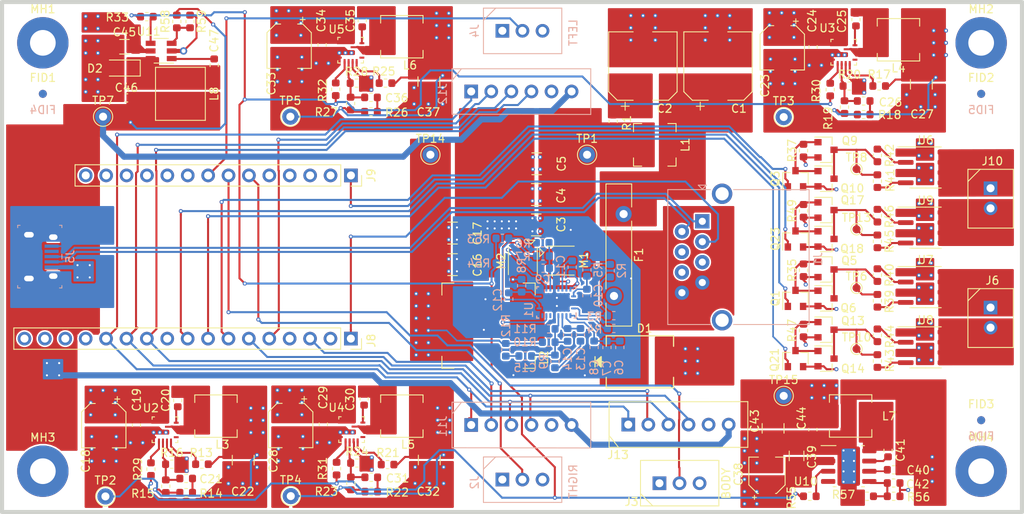
<source format=kicad_pcb>
(kicad_pcb (version 20171130) (host pcbnew "(5.1.5)-3")
  (layers (0 F.Cu signal hide) (1 GND.Cu power) (2 PWR.Cu power hide) (31 B.Cu signal hide) (34 B.Paste user hide) (35 F.Paste user hide) (36 B.SilkS user hide) (37 F.SilkS user hide) (38 B.Mask user hide) (39 F.Mask user hide) (44 Edge.Cuts user))
  (net 0 "")
  (net 1 "Net-(C1-Pad1)")
  (net 2 GND)
  (net 3 "Net-(C2-Pad1)")
  (net 4 +48V)
  (net 5 "Net-(C6-Pad2)")
  (net 6 "Net-(C10-Pad2)")
  (net 7 "Net-(C11-Pad2)")
  (net 8 "Net-(C11-Pad1)")
  (net 9 "Net-(C15-Pad2)")
  (net 10 +18V)
  (net 11 "Net-(C20-Pad2)")
  (net 12 "Net-(C20-Pad1)")
  (net 13 "Net-(C21-Pad2)")
  (net 14 "Net-(C21-Pad1)")
  (net 15 +5V_LED_1)
  (net 16 "Net-(C26-Pad2)")
  (net 17 +5V_MOTOR)
  (net 18 "Net-(C30-Pad2)")
  (net 19 "Net-(C31-Pad2)")
  (net 20 "Net-(C31-Pad1)")
  (net 21 +5V_LED_2)
  (net 22 "Net-(C35-Pad2)")
  (net 23 +5V_LED_3)
  (net 24 "Net-(C40-Pad1)")
  (net 25 "Net-(C41-Pad2)")
  (net 26 "Net-(C41-Pad1)")
  (net 27 +5V_DIGITAL)
  (net 28 "Net-(D1-Pad1)")
  (net 29 /D+)
  (net 30 /D-)
  (net 31 /VUSB)
  (net 32 /RESET)
  (net 33 "Net-(J8-Pad17)")
  (net 34 "Net-(J8-Pad15)")
  (net 35 "Net-(J8-Pad14)")
  (net 36 /MISO)
  (net 37 /MOSI)
  (net 38 /SCK)
  (net 39 /D31)
  (net 40 /CS_A1)
  (net 41 "Net-(J8-Pad2)")
  (net 42 "Net-(J9-Pad14)")
  (net 43 "Net-(J9-Pad13)")
  (net 44 "Net-(J9-Pad12)")
  (net 45 "Net-(J9-Pad11)")
  (net 46 "Net-(J9-Pad10)")
  (net 47 "Net-(J9-Pad9)")
  (net 48 /LED3_SIG)
  (net 49 /LED2_SIG)
  (net 50 /LED1_SIG)
  (net 51 "Net-(J9-Pad5)")
  (net 52 "Net-(J9-Pad4)")
  (net 53 "Net-(J9-Pad3)")
  (net 54 "Net-(J9-Pad2)")
  (net 55 /CS_A2)
  (net 56 /CS_A3)
  (net 57 "Net-(M1-Pad4)")
  (net 58 "Net-(M2-Pad4)")
  (net 59 "Net-(Q1-Pad3)")
  (net 60 "Net-(Q10-Pad1)")
  (net 61 "Net-(Q5-Pad3)")
  (net 62 "Net-(Q10-Pad3)")
  (net 63 "Net-(Q13-Pad3)")
  (net 64 "Net-(Q13-Pad1)")
  (net 65 "Net-(Q17-Pad3)")
  (net 66 "Net-(Q17-Pad1)")
  (net 67 "Net-(R2-Pad1)")
  (net 68 "Net-(R7-Pad1)")
  (net 69 "Net-(R13-Pad2)")
  (net 70 /PGOOD)
  (net 71 "Net-(U2-Pad5)")
  (net 72 "Net-(U3-Pad5)")
  (net 73 "Net-(U4-Pad5)")
  (net 74 "Net-(J5-Pad4)")
  (net 75 /M1B)
  (net 76 /M1A)
  (net 77 /M2B)
  (net 78 /M2A)
  (net 79 "Net-(C42-Pad2)")
  (net 80 "Net-(R29-Pad1)")
  (net 81 "Net-(R30-Pad1)")
  (net 82 "Net-(R31-Pad1)")
  (net 83 "Net-(R42-Pad1)")
  (net 84 "Net-(R44-Pad2)")
  (net 85 "Net-(R55-Pad1)")
  (net 86 "Net-(U10-Pad4)")
  (net 87 "Net-(C9-Pad2)")
  (net 88 "Net-(C12-Pad1)")
  (net 89 "Net-(C13-Pad2)")
  (net 90 "Net-(C13-Pad1)")
  (net 91 "Net-(C14-Pad2)")
  (net 92 "Net-(C25-Pad2)")
  (net 93 "Net-(C25-Pad1)")
  (net 94 "Net-(C26-Pad1)")
  (net 95 "Net-(C30-Pad1)")
  (net 96 "Net-(C35-Pad1)")
  (net 97 "Net-(C36-Pad2)")
  (net 98 "Net-(C36-Pad1)")
  (net 99 "Net-(R4-Pad2)")
  (net 100 "Net-(R53-Pad1)")
  (net 101 "Net-(R17-Pad2)")
  (net 102 "Net-(R21-Pad2)")
  (net 103 "Net-(R25-Pad2)")
  (net 104 "Net-(R32-Pad1)")
  (net 105 "Net-(R39-Pad1)")
  (net 106 "Net-(R40-Pad1)")
  (net 107 "Net-(R41-Pad1)")
  (net 108 "Net-(R43-Pad2)")
  (net 109 "Net-(R45-Pad2)")
  (net 110 "Net-(R46-Pad2)")
  (net 111 "Net-(R58-Pad1)")
  (net 112 "Net-(U1-Pad7)")
  (net 113 "Net-(U1-Pad9)")
  (net 114 "Net-(U1-Pad16)")
  (net 115 "Net-(U5-Pad5)")
  (net 116 "Net-(R33-Pad1)")
  (net 117 "Net-(C47-Pad2)")
  (net 118 "Net-(C47-Pad1)")
  (net 119 12V)
  (net 120 /PWM_M1_A)
  (net 121 /PWM_M1_B)
  (net 122 /PWM_M2_A)
  (net 123 /PWM_M2_B)
  (module jst:JST_1x2 (layer F.Cu) (at 199.517 85.852)
    (fp_text reference J10 (at 0 -2.54) (layer F.SilkS))
    (fp_text value Screw_Terminal_01x02)
    (pad 1 thru_hole rect (at -0.2295 0.8325) (size 1.7 1.7) (drill 1) (layers *.Cu *.Mask) (net 78 /M2A))
    (pad 2 thru_hole oval (at -0.2295 3.3325) (size 1.7 1.7) (drill 1) (layers *.Cu *.Mask) (net 77 /M2B))
  )
  (module jst:JST_1x2 (layer F.Cu) (at 199.517 100.711)
    (fp_text reference J6 (at 0 -2.54) (layer F.SilkS))
    (fp_text value Screw_Terminal_01x02)
    (pad 1 thru_hole rect (at -0.2295 0.8325) (size 1.7 1.7) (drill 1) (layers *.Cu *.Mask) (net 76 /M1A))
    (pad 2 thru_hole oval (at -0.2295 3.3325) (size 1.7 1.7) (drill 1) (layers *.Cu *.Mask) (net 75 /M1B))
  )
  (module Fiducial:Fiducial_1mm_Mask2mm (layer B.Cu) (at 198.12 115.57)
    (fp_text reference FID6 (at 0 2) (layer B.SilkS) (effects (justify mirror)))
    (fp_text value Fiducial)
    (pad "" smd circle (at 0 0) (size 1 1) (layers B.Cu B.Mask) (clearance 0.5))
  )
  (module Fiducial:Fiducial_1mm_Mask2mm (layer B.Cu) (at 198.12 74.93)
    (fp_text reference FID5 (at 0 2) (layer B.SilkS) (effects (justify mirror)))
    (fp_text value Fiducial)
    (pad "" smd circle (at 0 0) (size 1 1) (layers B.Cu B.Mask) (clearance 0.5))
  )
  (module Fiducial:Fiducial_1mm_Mask2mm (layer B.Cu) (at 81.28 74.93)
    (fp_text reference FID4 (at 0 2) (layer B.SilkS) (effects (justify mirror)))
    (fp_text value Fiducial)
    (pad "" smd circle (at 0 0) (size 1 1) (layers B.Cu B.Mask) (clearance 0.5))
  )
  (module Fiducial:Fiducial_1mm_Mask2mm (layer F.Cu) (at 198.12 115.57)
    (fp_text reference FID3 (at 0 -2) (layer F.SilkS))
    (fp_text value Fiducial)
    (pad "" smd circle (at 0 0) (size 1 1) (layers F.Cu F.Mask) (clearance 0.5))
  )
  (module Fiducial:Fiducial_1mm_Mask2mm (layer F.Cu) (at 198.12 74.93)
    (fp_text reference FID2 (at 0 -2) (layer F.SilkS))
    (fp_text value Fiducial)
    (pad "" smd circle (at 0 0) (size 1 1) (layers F.Cu F.Mask) (clearance 0.5))
  )
  (module Fiducial:Fiducial_1mm_Mask2mm (layer F.Cu) (at 81.28 74.93)
    (fp_text reference FID1 (at 0 -2) (layer F.SilkS))
    (fp_text value Fiducial)
    (pad "" smd circle (at 0 0) (size 1 1) (layers F.Cu F.Mask) (clearance 0.5))
  )
  (module light_footprints:USB_Micro_B_Female_10103594-0001LF (layer B.Cu) (at 79.55 95.2 90)
    (fp_text reference J5 (at 0 5.13 90) (layer B.SilkS) (effects (justify mirror)))
    (fp_text value 10103594-0001LF)
    (pad SH smd rect (at 1 -0.25 90) (size 1.425 2.5) (layers B.Cu B.Paste B.Mask) (net 2 GND))
    (pad SH smd rect (at -2.99 1.71 90) (size 1.825 0.7) (layers B.Cu B.Paste B.Mask) (net 2 GND))
    (pad SH thru_hole oval (at -2.725 0 90) (size 1.3 3.15) (drill oval 0.7 1.2 (offset 0 0.48)) (layers *.Cu *.Mask) (net 2 GND))
    (pad SH thru_hole rect (at -2.425 3.03 90) (size 2 1.4) (drill oval 0.7 1.05 (offset -0.4699 0)) (layers *.Cu *.Mask) (net 2 GND))
    (pad 1 smd rect (at -1.3 2.825 90) (size 0.4 1.75) (layers B.Cu B.Paste B.Mask) (net 27 +5V_DIGITAL))
    (pad SH thru_hole rect (at 2.425 3.03 90) (size 2 1.4) (drill oval 0.7 1.05 (offset 0.4699 0)) (layers *.Cu *.Mask) (net 2 GND))
    (pad 2 smd rect (at -0.65 2.825 90) (size 0.4 1.75) (layers B.Cu B.Paste B.Mask) (net 30 /D-))
    (pad 3 smd rect (at 0 2.825 90) (size 0.4 1.75) (layers B.Cu B.Paste B.Mask) (net 29 /D+))
    (pad 4 smd rect (at 0.65 2.825 90) (size 0.4 1.75) (layers B.Cu B.Paste B.Mask) (net 74 "Net-(J5-Pad4)"))
    (pad 5 smd rect (at 1.3 2.825 90) (size 0.4 1.75) (layers B.Cu B.Paste B.Mask) (net 2 GND))
    (pad SH thru_hole oval (at 2.725 0 90) (size 1.3 3.15) (drill oval 0.7 1.2 (offset 0 0.48)) (layers *.Cu *.Mask) (net 2 GND))
    (pad SH smd rect (at 2.99 1.71 90) (size 1.825 0.7) (layers B.Cu B.Paste B.Mask) (net 2 GND))
    (pad SH smd rect (at -1 -0.25 90) (size 1.425 2.5) (layers B.Cu B.Paste B.Mask) (net 2 GND))
  )
  (module light_footprints:RJ45_SS-650810S-A-NF (layer B.Cu) (at 163.3982 90.805 270)
    (fp_text reference J1 (at 4.699 -14.4018 270) (layer B.SilkS) (effects (justify mirror)))
    (fp_text value RJ45)
    (pad 1 thru_hole rect (at 0 0 270) (size 1.778 1.778) (drill 0.889) (layers *.Cu *.Mask) (net 29 /D+))
    (pad 2 thru_hole circle (at 1.27 2.54 270) (size 1.778 1.778) (drill 0.889) (layers *.Cu *.Mask) (net 30 /D-))
    (pad 3 thru_hole circle (at 2.54 0 270) (size 1.778 1.778) (drill 0.889) (layers *.Cu *.Mask) (net 32 /RESET))
    (pad 4 thru_hole circle (at 3.81 2.54 270) (size 1.778 1.778) (drill 0.889) (layers *.Cu *.Mask) (net 2 GND))
    (pad 5 thru_hole circle (at 5.08 0 270) (size 1.778 1.778) (drill 0.889) (layers *.Cu *.Mask) (net 2 GND))
    (pad 6 thru_hole circle (at 6.35 2.54 270) (size 1.778 1.778) (drill 0.889) (layers *.Cu *.Mask) (net 31 /VUSB))
    (pad 7 thru_hole circle (at 7.62 0 270) (size 1.778 1.778) (drill 0.889) (layers *.Cu *.Mask) (net 28 "Net-(D1-Pad1)"))
    (pad 8 thru_hole circle (at 8.89 2.54 270) (size 1.778 1.778) (drill 0.889) (layers *.Cu *.Mask) (net 28 "Net-(D1-Pad1)"))
    (pad SH thru_hole circle (at -3.429 -2.4638 270) (size 2.54 2.54) (drill 1.651) (layers *.Cu *.Mask) (net 2 GND))
    (pad SH thru_hole circle (at 12.319 -2.4638 270) (size 2.54 2.54) (drill 1.651) (layers *.Cu *.Mask) (net 2 GND))
    (pad "" np_thru_hole circle (at -1.27 -6.35 270) (size 3.2512 3.2512) (drill 3.2512) (layers *.Cu *.Mask))
    (pad "" np_thru_hole circle (at 10.16 -6.35 270) (size 3.2512 3.2512) (drill 3.2512) (layers *.Cu *.Mask))
  )
  (module Capacitor_SMD:C_1206_3216Metric_Pad1.42x1.75mm_HandSolder (layer F.Cu) (at 175.133 120.015 90)
    (fp_text reference C39 (at -0.127 1.905 90) (layer F.SilkS))
    (fp_text value 220nF)
    (pad 2 smd roundrect (at 1.4875 0 90) (size 1.425 1.75) (layers F.Cu F.Paste F.Mask) (roundrect_rratio 0.175439) (net 2 GND))
    (pad 1 smd roundrect (at -1.4875 0 90) (size 1.425 1.75) (layers F.Cu F.Paste F.Mask) (roundrect_rratio 0.175439) (net 10 +18V))
  )
  (module Capacitor_SMD:CP_Elec_4x5.8 (layer F.Cu) (at 171.45 122.428 90)
    (fp_text reference C38 (at 0.127 -3.556 90) (layer F.SilkS))
    (fp_text value 10uF)
    (pad 2 smd roundrect (at 1.8 0 90) (size 2.6 1.6) (layers F.Cu F.Paste F.Mask) (roundrect_rratio 0.15625) (net 2 GND))
    (pad 1 smd roundrect (at -1.8 0 90) (size 2.6 1.6) (layers F.Cu F.Paste F.Mask) (roundrect_rratio 0.15625) (net 10 +18V))
  )
  (module Capacitor_SMD:C_1210_3225Metric_Pad1.42x2.65mm_HandSolder (layer F.Cu) (at 129.35 73.4 270)
    (fp_text reference C37 (at 3.816 0.064 180) (layer F.SilkS))
    (fp_text value 47uF)
    (pad 2 smd roundrect (at 1.4875 0 270) (size 1.425 2.65) (layers F.Cu F.Paste F.Mask) (roundrect_rratio 0.175439) (net 2 GND))
    (pad 1 smd roundrect (at -1.4875 0 270) (size 1.425 2.65) (layers F.Cu F.Paste F.Mask) (roundrect_rratio 0.175439) (net 23 +5V_LED_3))
  )
  (module Capacitor_SMD:C_1210_3225Metric_Pad1.42x2.65mm_HandSolder (layer F.Cu) (at 129.4 120.523 270)
    (fp_text reference C32 (at 3.937 0.114 180) (layer F.SilkS))
    (fp_text value 47uF)
    (pad 2 smd roundrect (at 1.4875 0 270) (size 1.425 2.65) (layers F.Cu F.Paste F.Mask) (roundrect_rratio 0.175439) (net 2 GND))
    (pad 1 smd roundrect (at -1.4875 0 270) (size 1.425 2.65) (layers F.Cu F.Paste F.Mask) (roundrect_rratio 0.175439) (net 21 +5V_LED_2))
  )
  (module Capacitor_SMD:C_1210_3225Metric_Pad1.42x2.65mm_HandSolder (layer F.Cu) (at 190.672 73.75 270)
    (fp_text reference C27 (at 3.72 -0.082 180) (layer F.SilkS))
    (fp_text value 47uF)
    (pad 2 smd roundrect (at 1.4875 0 270) (size 1.425 2.65) (layers F.Cu F.Paste F.Mask) (roundrect_rratio 0.175439) (net 2 GND))
    (pad 1 smd roundrect (at -1.4875 0 270) (size 1.425 2.65) (layers F.Cu F.Paste F.Mask) (roundrect_rratio 0.175439) (net 17 +5V_MOTOR))
  )
  (module Capacitor_SMD:C_1210_3225Metric_Pad1.42x2.65mm_HandSolder (layer F.Cu) (at 106.23 120.54 270)
    (fp_text reference C22 (at 3.92 0.058 180) (layer F.SilkS))
    (fp_text value 47uF)
    (pad 2 smd roundrect (at 1.4875 0 270) (size 1.425 2.65) (layers F.Cu F.Paste F.Mask) (roundrect_rratio 0.175439) (net 2 GND))
    (pad 1 smd roundrect (at -1.4875 0 270) (size 1.425 2.65) (layers F.Cu F.Paste F.Mask) (roundrect_rratio 0.175439) (net 15 +5V_LED_1))
  )
  (module light_footprints:LM5145RGYR (layer B.Cu) (at 145.225 100.9015 90)
    (fp_text reference U1 (at -0.95 -3.425 270) (layer B.SilkS) (effects (justify mirror)))
    (fp_text value LM5145RGYR)
    (pad 1 smd rect (at -0.750001 2.150001 90) (size 0.24 0.599999) (layers B.Cu B.Paste B.Mask) (net 67 "Net-(R2-Pad1)"))
    (pad 2 smd rect (at -1.649999 1.749999) (size 0.24 0.599999) (layers B.Cu B.Paste B.Mask) (net 99 "Net-(R4-Pad2)"))
    (pad 3 smd rect (at -1.649999 1.25) (size 0.24 0.599999) (layers B.Cu B.Paste B.Mask) (net 5 "Net-(C6-Pad2)"))
    (pad 4 smd rect (at -1.649999 0.749998) (size 0.24 0.599999) (layers B.Cu B.Paste B.Mask) (net 90 "Net-(C13-Pad1)"))
    (pad 5 smd rect (at -1.649999 0.25) (size 0.24 0.599999) (layers B.Cu B.Paste B.Mask) (net 91 "Net-(C14-Pad2)"))
    (pad 6 smd rect (at -1.649999 -0.250002) (size 0.24 0.599999) (layers B.Cu B.Paste B.Mask) (net 2 GND))
    (pad 7 smd rect (at -1.649999 -0.750001) (size 0.24 0.599999) (layers B.Cu B.Paste B.Mask) (net 112 "Net-(U1-Pad7)"))
    (pad 8 smd rect (at -1.649999 -1.25) (size 0.24 0.599999) (layers B.Cu B.Paste B.Mask) (net 68 "Net-(R7-Pad1)"))
    (pad 9 smd rect (at -1.649999 -1.749999) (size 0.24 0.599999) (layers B.Cu B.Paste B.Mask) (net 113 "Net-(U1-Pad9)"))
    (pad 10 smd rect (at -0.750001 -2.150001 90) (size 0.24 0.599999) (layers B.Cu B.Paste B.Mask) (net 100 "Net-(R53-Pad1)"))
    (pad 11 smd rect (at 0.750001 -2.150001 90) (size 0.24 0.599999) (layers B.Cu B.Paste B.Mask) (net 88 "Net-(C12-Pad1)"))
    (pad 12 smd rect (at 1.649999 -1.749999) (size 0.24 0.599999) (layers B.Cu B.Paste B.Mask) (net 2 GND))
    (pad 13 smd rect (at 1.649999 -1.25) (size 0.24 0.599999) (layers B.Cu B.Paste B.Mask) (net 58 "Net-(M2-Pad4)"))
    (pad 14 smd rect (at 1.649999 -0.749998) (size 0.24 0.599999) (layers B.Cu B.Paste B.Mask) (net 87 "Net-(C9-Pad2)"))
    (pad 15 smd rect (at 1.649999 -0.25) (size 0.24 0.599999) (layers B.Cu B.Paste B.Mask) (net 2 GND))
    (pad 16 smd rect (at 1.649999 0.250002) (size 0.24 0.599999) (layers B.Cu B.Paste B.Mask) (net 114 "Net-(U1-Pad16)"))
    (pad 17 smd rect (at 1.649999 0.750001) (size 0.24 0.599999) (layers B.Cu B.Paste B.Mask) (net 7 "Net-(C11-Pad2)"))
    (pad 18 smd rect (at 1.649999 1.25) (size 0.24 0.599999) (layers B.Cu B.Paste B.Mask) (net 57 "Net-(M1-Pad4)"))
    (pad 19 smd rect (at 1.649999 1.750002) (size 0.24 0.599999) (layers B.Cu B.Paste B.Mask) (net 8 "Net-(C11-Pad1)"))
    (pad 20 smd rect (at 0.750001 2.150001 90) (size 0.24 0.599999) (layers B.Cu B.Paste B.Mask) (net 6 "Net-(C10-Pad2)"))
    (pad 21 smd rect (at 0 0 90) (size 1.699999 2.7) (layers B.Cu B.Paste B.Mask) (net 2 GND))
  )
  (module light_footprints:8-VSONP (layer F.Cu) (at 145.75 95.7)
    (fp_text reference M1 (at 2.9 -0.05 270) (layer F.SilkS))
    (fp_text value 100V)
    (pad 1 smd rect (at -1.435 -0.975) (size 0.68 0.5) (layers F.Cu F.Paste F.Mask) (net 8 "Net-(C11-Pad1)"))
    (pad 2 smd rect (at -1.435 -0.325) (size 0.68 0.5) (layers F.Cu F.Paste F.Mask) (net 8 "Net-(C11-Pad1)"))
    (pad 6 smd rect (at 1.435 0.325) (size 0.68 0.5) (layers F.Cu F.Paste F.Mask) (net 4 +48V))
    (pad 8 smd rect (at 1.435 -0.975) (size 0.68 0.5) (layers F.Cu F.Paste F.Mask) (net 4 +48V))
    (pad 7 smd rect (at 1.435 -0.325) (size 0.68 0.5) (layers F.Cu F.Paste F.Mask) (net 4 +48V))
    (pad 9 smd rect (at 0.465 0) (size 2.1 2.65) (layers F.Cu F.Mask) (net 4 +48V))
    (pad 3 smd rect (at -1.435 0.325) (size 0.68 0.5) (layers F.Cu F.Paste F.Mask) (net 8 "Net-(C11-Pad1)"))
    (pad 4 smd rect (at -1.435 1.002749) (size 0.68 0.4445) (layers F.Cu F.Paste F.Mask) (net 57 "Net-(M1-Pad4)"))
    (pad 5 smd rect (at 1.435 0.975) (size 0.68 0.5) (layers F.Cu F.Paste F.Mask) (net 4 +48V))
  )
  (module light_footprints:8-VSONP (layer F.Cu) (at 141.05 95.75 270)
    (fp_text reference M2 (at 0 2.7 270) (layer F.SilkS))
    (fp_text value 100V)
    (pad 1 smd rect (at -1.435 -0.975 270) (size 0.68 0.5) (layers F.Cu F.Paste F.Mask) (net 2 GND))
    (pad 2 smd rect (at -1.435 -0.325 270) (size 0.68 0.5) (layers F.Cu F.Paste F.Mask) (net 2 GND))
    (pad 6 smd rect (at 1.435 0.325 270) (size 0.68 0.5) (layers F.Cu F.Paste F.Mask) (net 8 "Net-(C11-Pad1)"))
    (pad 8 smd rect (at 1.435 -0.975 270) (size 0.68 0.5) (layers F.Cu F.Paste F.Mask) (net 8 "Net-(C11-Pad1)"))
    (pad 7 smd rect (at 1.435 -0.325 270) (size 0.68 0.5) (layers F.Cu F.Paste F.Mask) (net 8 "Net-(C11-Pad1)"))
    (pad 9 smd rect (at 0.465 0 270) (size 2.1 2.65) (layers F.Cu F.Mask) (net 8 "Net-(C11-Pad1)"))
    (pad 3 smd rect (at -1.435 0.325 270) (size 0.68 0.5) (layers F.Cu F.Paste F.Mask) (net 2 GND))
    (pad 4 smd rect (at -1.435 1.002749 270) (size 0.68 0.4445) (layers F.Cu F.Paste F.Mask) (net 58 "Net-(M2-Pad4)"))
    (pad 5 smd rect (at 1.435 0.975 270) (size 0.68 0.5) (layers F.Cu F.Paste F.Mask) (net 8 "Net-(C11-Pad1)"))
  )
  (module light_footprints:SOIC-8-large-vias (layer F.Cu) (at 181.632 121.292)
    (fp_text reference U10 (at -5.356 1.898 180) (layer F.SilkS))
    (fp_text value LMR33630BDDARLMR33630BDDAR)
    (pad 9 smd roundrect (at 0 0) (size 2.8 4.9) (layers F.Cu) (roundrect_rratio 0.08500000000000001) (net 2 GND))
    (pad 9 thru_hole circle (at -0.65 -1.95) (size 0.508 0.508) (drill 0.254) (layers *.Cu) (net 2 GND))
    (pad 9 thru_hole circle (at 0.65 -1.95) (size 0.508 0.508) (drill 0.254) (layers *.Cu) (net 2 GND))
    (pad 9 thru_hole circle (at -0.65 -0.65) (size 0.508 0.508) (drill 0.254) (layers *.Cu) (net 2 GND))
    (pad 9 thru_hole circle (at 0.65 -0.65) (size 0.508 0.508) (drill 0.254) (layers *.Cu) (net 2 GND))
    (pad 9 thru_hole circle (at -0.65 0.65) (size 0.508 0.508) (drill 0.254) (layers *.Cu) (net 2 GND))
    (pad 9 thru_hole circle (at 0.65 0.65) (size 0.508 0.508) (drill 0.254) (layers *.Cu) (net 2 GND))
    (pad 9 thru_hole circle (at -0.65 1.95) (size 0.508 0.508) (drill 0.254) (layers *.Cu) (net 2 GND))
    (pad 9 thru_hole circle (at 0.65 1.95) (size 0.508 0.508) (drill 0.254) (layers *.Cu) (net 2 GND))
    (pad 9 smd roundrect (at 0 0) (size 1.8 4.4) (layers B.Cu) (roundrect_rratio 0.138889) (net 2 GND))
    (pad 1 smd roundrect (at -2.5625 -1.905) (size 1.775 0.6) (layers F.Cu F.Paste F.Mask) (net 2 GND))
    (pad 2 smd roundrect (at -2.5625 -0.635) (size 1.775 0.6) (layers F.Cu F.Paste F.Mask) (net 10 +18V))
    (pad 3 smd roundrect (at -2.5625 0.635) (size 1.775 0.6) (layers F.Cu F.Paste F.Mask) (net 85 "Net-(R55-Pad1)"))
    (pad 4 smd roundrect (at -2.5625 1.905) (size 1.775 0.6) (layers F.Cu F.Paste F.Mask) (net 86 "Net-(U10-Pad4)"))
    (pad 5 smd roundrect (at 2.5625 1.905) (size 1.775 0.6) (layers F.Cu F.Paste F.Mask) (net 79 "Net-(C42-Pad2)"))
    (pad 6 smd roundrect (at 2.5625 0.635) (size 1.775 0.6) (layers F.Cu F.Paste F.Mask) (net 24 "Net-(C40-Pad1)"))
    (pad 7 smd roundrect (at 2.5625 -0.635) (size 1.775 0.6) (layers F.Cu F.Paste F.Mask) (net 25 "Net-(C41-Pad2)"))
    (pad 8 smd roundrect (at 2.5625 -1.905) (size 1.775 0.6) (layers F.Cu F.Paste F.Mask) (net 26 "Net-(C41-Pad1)"))
  )
  (module jst:JST_1x6 (layer F.Cu) (at 154.178 115.062 90)
    (fp_text reference J13 (at -4.826 -1.27 180) (layer F.SilkS))
    (fp_text value Conn_01x06)
    (pad 5 thru_hole oval (at -1.055 10 90) (size 1.7 1.7) (drill 1) (layers *.Cu *.Mask) (net 2 GND))
    (pad 1 thru_hole rect (at -1.055 0 90) (size 1.7 1.7) (drill 1) (layers *.Cu *.Mask) (net 36 /MISO))
    (pad 3 thru_hole oval (at -1.055 5 90) (size 1.7 1.7) (drill 1) (layers *.Cu *.Mask) (net 37 /MOSI))
    (pad 4 thru_hole oval (at -1.055 7.5 90) (size 1.7 1.7) (drill 1) (layers *.Cu *.Mask) (net 38 /SCK))
    (pad 6 thru_hole oval (at -1.055 12.5 90) (size 1.7 1.7) (drill 1) (layers *.Cu *.Mask) (net 27 +5V_DIGITAL))
    (pad 2 thru_hole oval (at -1.055 2.5 90) (size 1.7 1.7) (drill 1) (layers *.Cu *.Mask) (net 56 /CS_A3))
  )
  (module jst:JST_1x3 (layer B.Cu) (at 137.668 123.19 270)
    (fp_text reference J2 (at 0.13 2.63 270) (layer B.SilkS) (effects (justify mirror)))
    (fp_text value "LED RIGHT")
    (pad 1 thru_hole rect (at -0.2295 -0.8325 270) (size 1.7 1.7) (drill 1) (layers *.Cu *.Mask) (net 15 +5V_LED_1))
    (pad 3 thru_hole oval (at -0.2295 -5.8325 270) (size 1.7 1.7) (drill 1) (layers *.Cu *.Mask) (net 2 GND))
    (pad 2 thru_hole oval (at -0.2295 -3.3325 270) (size 1.7 1.7) (drill 1) (layers *.Cu *.Mask) (net 50 /LED1_SIG))
  )
  (module jst:JST_1x6 (layer B.Cu) (at 134.62 75.692 270)
    (fp_text reference J12 (at -0.762 3.556 90) (layer B.SilkS) (effects (justify mirror)))
    (fp_text value Conn_01x06)
    (pad 5 thru_hole oval (at -1.055 -10 270) (size 1.7 1.7) (drill 1) (layers *.Cu *.Mask) (net 2 GND))
    (pad 1 thru_hole rect (at -1.055 0 270) (size 1.7 1.7) (drill 1) (layers *.Cu *.Mask) (net 36 /MISO))
    (pad 3 thru_hole oval (at -1.055 -5 270) (size 1.7 1.7) (drill 1) (layers *.Cu *.Mask) (net 37 /MOSI))
    (pad 4 thru_hole oval (at -1.055 -7.5 270) (size 1.7 1.7) (drill 1) (layers *.Cu *.Mask) (net 38 /SCK))
    (pad 6 thru_hole oval (at -1.055 -12.5 270) (size 1.7 1.7) (drill 1) (layers *.Cu *.Mask) (net 27 +5V_DIGITAL))
    (pad 2 thru_hole oval (at -1.055 -2.5 270) (size 1.7 1.7) (drill 1) (layers *.Cu *.Mask) (net 55 /CS_A2))
  )
  (module jst:JST_1x6 (layer B.Cu) (at 134.62 117.221 270)
    (fp_text reference J11 (at -0.889 3.556 90) (layer B.SilkS) (effects (justify mirror)))
    (fp_text value Conn_01x06)
    (pad 5 thru_hole oval (at -1.055 -10 270) (size 1.7 1.7) (drill 1) (layers *.Cu *.Mask) (net 2 GND))
    (pad 1 thru_hole rect (at -1.055 0 270) (size 1.7 1.7) (drill 1) (layers *.Cu *.Mask) (net 36 /MISO))
    (pad 3 thru_hole oval (at -1.055 -5 270) (size 1.7 1.7) (drill 1) (layers *.Cu *.Mask) (net 37 /MOSI))
    (pad 4 thru_hole oval (at -1.055 -7.5 270) (size 1.7 1.7) (drill 1) (layers *.Cu *.Mask) (net 38 /SCK))
    (pad 6 thru_hole oval (at -1.055 -12.5 270) (size 1.7 1.7) (drill 1) (layers *.Cu *.Mask) (net 27 +5V_DIGITAL))
    (pad 2 thru_hole oval (at -1.055 -2.5 270) (size 1.7 1.7) (drill 1) (layers *.Cu *.Mask) (net 40 /CS_A1))
  )
  (module jst:JST_1x3 (layer B.Cu) (at 137.668 67.31 270)
    (fp_text reference J4 (at -0.214 2.626 270) (layer B.SilkS) (effects (justify mirror)))
    (fp_text value "LED LEFT")
    (pad 1 thru_hole rect (at -0.2295 -0.8325 270) (size 1.7 1.7) (drill 1) (layers *.Cu *.Mask) (net 23 +5V_LED_3))
    (pad 3 thru_hole oval (at -0.2295 -5.8325 270) (size 1.7 1.7) (drill 1) (layers *.Cu *.Mask) (net 2 GND))
    (pad 2 thru_hole oval (at -0.2295 -3.3325 270) (size 1.7 1.7) (drill 1) (layers *.Cu *.Mask) (net 48 /LED3_SIG))
  )
  (module jst:JST_1x3 (layer F.Cu) (at 157.226 123.19 90)
    (fp_text reference J3 (at -2.54 -2.63 180) (layer F.SilkS))
    (fp_text value BODY)
    (pad 1 thru_hole rect (at -0.2295 0.8325 90) (size 1.7 1.7) (drill 1) (layers *.Cu *.Mask) (net 21 +5V_LED_2))
    (pad 3 thru_hole oval (at -0.2295 5.8325 90) (size 1.7 1.7) (drill 1) (layers *.Cu *.Mask) (net 2 GND))
    (pad 2 thru_hole oval (at -0.2295 3.3325 90) (size 1.7 1.7) (drill 1) (layers *.Cu *.Mask) (net 49 /LED2_SIG))
  )
  (module Capacitor_SMD:C_1210_3225Metric (layer F.Cu) (at 142.723 91.25)
    (fp_text reference C3 (at 3.1 -0.05 270) (layer F.SilkS))
    (fp_text value 2.2uF)
    (pad 2 smd roundrect (at 1.4 0) (size 1.25 2.65) (layers F.Cu F.Paste F.Mask) (roundrect_rratio 0.2) (net 4 +48V))
    (pad 1 smd roundrect (at -1.4 0) (size 1.25 2.65) (layers F.Cu F.Paste F.Mask) (roundrect_rratio 0.2) (net 2 GND))
  )
  (module Capacitor_SMD:C_1210_3225Metric (layer F.Cu) (at 142.773 83.638)
    (fp_text reference C5 (at 3.1 0 90) (layer F.SilkS))
    (fp_text value 2.2uF)
    (pad 2 smd roundrect (at 1.4 0) (size 1.25 2.65) (layers F.Cu F.Paste F.Mask) (roundrect_rratio 0.2) (net 4 +48V))
    (pad 1 smd roundrect (at -1.4 0) (size 1.25 2.65) (layers F.Cu F.Paste F.Mask) (roundrect_rratio 0.2) (net 2 GND))
  )
  (module Capacitor_SMD:C_0603_1608Metric (layer B.Cu) (at 143.575 96.647)
    (fp_text reference C9 (at -0.065 1.397 180) (layer B.SilkS) (effects (justify mirror)))
    (fp_text value 2.2uF)
    (pad 2 smd roundrect (at 0.7875 0) (size 0.875 0.95) (layers B.Cu B.Paste B.Mask) (net 87 "Net-(C9-Pad2)"))
    (pad 1 smd roundrect (at -0.7875 0) (size 0.875 0.95) (layers B.Cu B.Paste B.Mask) (net 2 GND))
  )
  (module Resistor_SMD:R_0603_1608Metric (layer B.Cu) (at 145.05 108.25 90)
    (fp_text reference R9 (at -0.025 -1.4 270) (layer B.SilkS) (effects (justify mirror)))
    (fp_text value 2.67k)
    (pad 2 smd roundrect (at 0.7875 0 90) (size 0.875 0.95) (layers B.Cu B.Paste B.Mask) (net 91 "Net-(C14-Pad2)"))
    (pad 1 smd roundrect (at -0.7875 0 90) (size 0.875 0.95) (layers B.Cu B.Paste B.Mask) (net 89 "Net-(C13-Pad2)"))
  )
  (module TestPoint:TestPoint_Pad_D1.0mm (layer F.Cu) (at 182.6 106.7)
    (fp_text reference TP10 (at 0 -1.448) (layer F.SilkS))
    (fp_text value TestPoint)
    (pad 1 smd circle (at 0 0) (size 1 1) (layers F.Cu F.Mask) (net 63 "Net-(Q13-Pad3)"))
  )
  (module Package_TO_SOT_SMD:SOT-23 (layer F.Cu) (at 178.8 104.3)
    (fp_text reference Q13 (at 3.35 -1.1) (layer F.SilkS))
    (fp_text value BS250FTA)
    (pad 3 smd rect (at 1 0) (size 0.9 0.8) (layers F.Cu F.Paste F.Mask) (net 63 "Net-(Q13-Pad3)"))
    (pad 2 smd rect (at -1 0.95) (size 0.9 0.8) (layers F.Cu F.Paste F.Mask) (net 119 12V))
    (pad 1 smd rect (at -1 -0.95) (size 0.9 0.8) (layers F.Cu F.Paste F.Mask) (net 64 "Net-(Q13-Pad1)"))
  )
  (module Package_SO:SOIC-8_3.9x4.9mm_P1.27mm (layer F.Cu) (at 191.2 99)
    (fp_text reference U7 (at 0 -3.4) (layer F.SilkS))
    (fp_text value DMC3032LSD)
    (pad 8 smd roundrect (at 2.475 -1.905) (size 1.95 0.6) (layers F.Cu F.Paste F.Mask) (net 76 /M1A))
    (pad 7 smd roundrect (at 2.475 -0.635) (size 1.95 0.6) (layers F.Cu F.Paste F.Mask) (net 76 /M1A))
    (pad 6 smd roundrect (at 2.475 0.635) (size 1.95 0.6) (layers F.Cu F.Paste F.Mask) (net 76 /M1A))
    (pad 5 smd roundrect (at 2.475 1.905) (size 1.95 0.6) (layers F.Cu F.Paste F.Mask) (net 76 /M1A))
    (pad 4 smd roundrect (at -2.475 1.905) (size 1.95 0.6) (layers F.Cu F.Paste F.Mask) (net 105 "Net-(R39-Pad1)"))
    (pad 3 smd roundrect (at -2.475 0.635) (size 1.95 0.6) (layers F.Cu F.Paste F.Mask) (net 119 12V))
    (pad 2 smd roundrect (at -2.475 -0.635) (size 1.95 0.6) (layers F.Cu F.Paste F.Mask) (net 106 "Net-(R40-Pad1)"))
    (pad 1 smd roundrect (at -2.475 -1.905) (size 1.95 0.6) (layers F.Cu F.Paste F.Mask) (net 2 GND))
  )
  (module TestPoint:TestPoint_THTPad_D2.0mm_Drill1.0mm (layer F.Cu) (at 88.78 77.774)
    (fp_text reference TP7 (at 0 -1.998) (layer F.SilkS))
    (fp_text value TestPoint)
    (pad 1 thru_hole circle (at 0 0) (size 2 2) (drill 1) (layers *.Cu *.Mask) (net 27 +5V_DIGITAL))
  )
  (module Capacitor_SMD:C_0603_1608Metric (layer F.Cu) (at 102.616 71.374 270)
    (fp_text reference C47 (at -3.048 0 90) (layer F.SilkS))
    (fp_text value 100nF)
    (pad 2 smd roundrect (at 0.7875 0 270) (size 0.875 0.95) (layers F.Cu F.Paste F.Mask) (net 117 "Net-(C47-Pad2)"))
    (pad 1 smd roundrect (at -0.7875 0 270) (size 0.875 0.95) (layers F.Cu F.Paste F.Mask) (net 118 "Net-(C47-Pad1)"))
  )
  (module MountingHole:MountingHole_3.2mm_M3_Pad (layer F.Cu) (at 198.12 121.92)
    (fp_text reference MH4 (at 0 -4.2) (layer F.SilkS))
    (fp_text value "Mounting Hole")
    (pad 1 thru_hole circle (at 0 0) (size 6.4 6.4) (drill 3.2) (layers *.Cu *.Mask) (net 2 GND))
  )
  (module MountingHole:MountingHole_3.2mm_M3_Pad (layer F.Cu) (at 81.28 121.92)
    (fp_text reference MH3 (at 0 -4.2) (layer F.SilkS))
    (fp_text value "Mounting Hole")
    (pad 1 thru_hole circle (at 0 0) (size 6.4 6.4) (drill 3.2) (layers *.Cu *.Mask) (net 2 GND))
  )
  (module MountingHole:MountingHole_3.2mm_M3_Pad (layer F.Cu) (at 198.12 68.58)
    (fp_text reference MH2 (at 0 -4.2) (layer F.SilkS))
    (fp_text value "Mounting Hole")
    (pad 1 thru_hole circle (at 0 0) (size 6.4 6.4) (drill 3.2) (layers *.Cu *.Mask) (net 2 GND))
  )
  (module MountingHole:MountingHole_3.2mm_M3_Pad (layer F.Cu) (at 81.28 68.58)
    (fp_text reference MH1 (at 0 -4.2) (layer F.SilkS))
    (fp_text value "Mounting Hole")
    (pad 1 thru_hole circle (at 0 0) (size 6.4 6.4) (drill 3.2) (layers *.Cu *.Mask) (net 2 GND))
  )
  (module Package_TO_SOT_SMD:TSOT-23-6 (layer F.Cu) (at 96.012 69.59 180)
    (fp_text reference U11 (at 1.55 2.42) (layer F.SilkS))
    (fp_text value LMR14010ADDCR)
    (pad 6 smd rect (at 1.31 -0.95 180) (size 1.22 0.65) (layers F.Cu F.Paste F.Mask) (net 117 "Net-(C47-Pad2)"))
    (pad 5 smd rect (at 1.31 0 180) (size 1.22 0.65) (layers F.Cu F.Paste F.Mask) (net 10 +18V))
    (pad 4 smd rect (at 1.31 0.95 180) (size 1.22 0.65) (layers F.Cu F.Paste F.Mask) (net 116 "Net-(R33-Pad1)"))
    (pad 3 smd rect (at -1.31 0.95 180) (size 1.22 0.65) (layers F.Cu F.Paste F.Mask) (net 111 "Net-(R58-Pad1)"))
    (pad 2 smd rect (at -1.31 0 180) (size 1.22 0.65) (layers F.Cu F.Paste F.Mask) (net 2 GND))
    (pad 1 smd rect (at -1.31 -0.95 180) (size 1.22 0.65) (layers F.Cu F.Paste F.Mask) (net 118 "Net-(C47-Pad1)"))
  )
  (module Resistor_SMD:R_0603_1608Metric (layer F.Cu) (at 99.612 65.92 270)
    (fp_text reference R59 (at 0 -1.43 90) (layer F.SilkS))
    (fp_text value 20k)
    (pad 2 smd roundrect (at 0.7875 0 270) (size 0.875 0.95) (layers F.Cu F.Paste F.Mask) (net 111 "Net-(R58-Pad1)"))
    (pad 1 smd roundrect (at -0.7875 0 270) (size 0.875 0.95) (layers F.Cu F.Paste F.Mask) (net 2 GND))
  )
  (module Resistor_SMD:R_0603_1608Metric (layer F.Cu) (at 97.962 65.92 90)
    (fp_text reference R58 (at 0 -1.43 90) (layer F.SilkS))
    (fp_text value 111k)
    (pad 2 smd roundrect (at 0.7875 0 90) (size 0.875 0.95) (layers F.Cu F.Paste F.Mask) (net 27 +5V_DIGITAL))
    (pad 1 smd roundrect (at -0.7875 0 90) (size 0.875 0.95) (layers F.Cu F.Paste F.Mask) (net 111 "Net-(R58-Pad1)"))
  )
  (module Diode_SMD:D_SOD-123F (layer F.Cu) (at 91.212 71.72 180)
    (fp_text reference D2 (at 3.45 -0.05) (layer F.SilkS))
    (fp_text value 550mV)
    (pad 2 smd rect (at 1.4 0 180) (size 1.1 1.1) (layers F.Cu F.Paste F.Mask) (net 2 GND))
    (pad 1 smd rect (at -1.4 0 180) (size 1.1 1.1) (layers F.Cu F.Paste F.Mask) (net 117 "Net-(C47-Pad2)"))
  )
  (module Capacitor_SMD:C_1206_3216Metric (layer F.Cu) (at 91.44 69.07)
    (fp_text reference C45 (at 0 -1.82) (layer F.SilkS))
    (fp_text value 10uF)
    (pad 2 smd roundrect (at 1.4 0) (size 1.25 1.75) (layers F.Cu F.Paste F.Mask) (roundrect_rratio 0.2) (net 10 +18V))
    (pad 1 smd roundrect (at -1.4 0) (size 1.25 1.75) (layers F.Cu F.Paste F.Mask) (roundrect_rratio 0.2) (net 2 GND))
  )
  (module Resistor_SMD:R_0603_1608Metric (layer F.Cu) (at 94.234 65.32 180)
    (fp_text reference R33 (at 3.683 -0.085) (layer F.SilkS))
    (fp_text value 0)
    (pad 2 smd roundrect (at 0.7875 0 180) (size 0.875 0.95) (layers F.Cu F.Paste F.Mask) (net 70 /PGOOD))
    (pad 1 smd roundrect (at -0.7875 0 180) (size 0.875 0.95) (layers F.Cu F.Paste F.Mask) (net 116 "Net-(R33-Pad1)"))
  )
  (module Capacitor_SMD:C_0603_1608Metric (layer F.Cu) (at 91.694 75.438)
    (fp_text reference C46 (at 0 -1.27) (layer F.SilkS))
    (fp_text value 22uF)
    (pad 2 smd roundrect (at 0.7875 0) (size 0.875 0.95) (layers F.Cu F.Paste F.Mask) (net 27 +5V_DIGITAL))
    (pad 1 smd roundrect (at -0.7875 0) (size 0.875 0.95) (layers F.Cu F.Paste F.Mask) (net 2 GND))
  )
  (module Package_SO:SOIC-8_3.9x4.9mm_P1.27mm (layer F.Cu) (at 191.2 91.6)
    (fp_text reference U9 (at 0 -3.4) (layer F.SilkS))
    (fp_text value DMC3032LSD)
    (pad 8 smd roundrect (at 2.475 -1.905) (size 1.95 0.6) (layers F.Cu F.Paste F.Mask) (net 77 /M2B))
    (pad 7 smd roundrect (at 2.475 -0.635) (size 1.95 0.6) (layers F.Cu F.Paste F.Mask) (net 77 /M2B))
    (pad 6 smd roundrect (at 2.475 0.635) (size 1.95 0.6) (layers F.Cu F.Paste F.Mask) (net 77 /M2B))
    (pad 5 smd roundrect (at 2.475 1.905) (size 1.95 0.6) (layers F.Cu F.Paste F.Mask) (net 77 /M2B))
    (pad 4 smd roundrect (at -2.475 1.905) (size 1.95 0.6) (layers F.Cu F.Paste F.Mask) (net 109 "Net-(R45-Pad2)"))
    (pad 3 smd roundrect (at -2.475 0.635) (size 1.95 0.6) (layers F.Cu F.Paste F.Mask) (net 119 12V))
    (pad 2 smd roundrect (at -2.475 -0.635) (size 1.95 0.6) (layers F.Cu F.Paste F.Mask) (net 110 "Net-(R46-Pad2)"))
    (pad 1 smd roundrect (at -2.475 -1.905) (size 1.95 0.6) (layers F.Cu F.Paste F.Mask) (net 2 GND))
  )
  (module Package_SO:SOIC-8_3.9x4.9mm_P1.27mm (layer F.Cu) (at 191.2 106.5)
    (fp_text reference U8 (at 0 -3.4) (layer F.SilkS))
    (fp_text value DMC3032LSD)
    (pad 8 smd roundrect (at 2.475 -1.905) (size 1.95 0.6) (layers F.Cu F.Paste F.Mask) (net 75 /M1B))
    (pad 7 smd roundrect (at 2.475 -0.635) (size 1.95 0.6) (layers F.Cu F.Paste F.Mask) (net 75 /M1B))
    (pad 6 smd roundrect (at 2.475 0.635) (size 1.95 0.6) (layers F.Cu F.Paste F.Mask) (net 75 /M1B))
    (pad 5 smd roundrect (at 2.475 1.905) (size 1.95 0.6) (layers F.Cu F.Paste F.Mask) (net 75 /M1B))
    (pad 4 smd roundrect (at -2.475 1.905) (size 1.95 0.6) (layers F.Cu F.Paste F.Mask) (net 108 "Net-(R43-Pad2)"))
    (pad 3 smd roundrect (at -2.475 0.635) (size 1.95 0.6) (layers F.Cu F.Paste F.Mask) (net 119 12V))
    (pad 2 smd roundrect (at -2.475 -0.635) (size 1.95 0.6) (layers F.Cu F.Paste F.Mask) (net 84 "Net-(R44-Pad2)"))
    (pad 1 smd roundrect (at -2.475 -1.905) (size 1.95 0.6) (layers F.Cu F.Paste F.Mask) (net 2 GND))
  )
  (module Package_SO:SOIC-8_3.9x4.9mm_P1.27mm (layer F.Cu) (at 191.2 84.1)
    (fp_text reference U6 (at 0 -3.4) (layer F.SilkS))
    (fp_text value DMC3032LSD)
    (pad 8 smd roundrect (at 2.475 -1.905) (size 1.95 0.6) (layers F.Cu F.Paste F.Mask) (net 78 /M2A))
    (pad 7 smd roundrect (at 2.475 -0.635) (size 1.95 0.6) (layers F.Cu F.Paste F.Mask) (net 78 /M2A))
    (pad 6 smd roundrect (at 2.475 0.635) (size 1.95 0.6) (layers F.Cu F.Paste F.Mask) (net 78 /M2A))
    (pad 5 smd roundrect (at 2.475 1.905) (size 1.95 0.6) (layers F.Cu F.Paste F.Mask) (net 78 /M2A))
    (pad 4 smd roundrect (at -2.475 1.905) (size 1.95 0.6) (layers F.Cu F.Paste F.Mask) (net 107 "Net-(R41-Pad1)"))
    (pad 3 smd roundrect (at -2.475 0.635) (size 1.95 0.6) (layers F.Cu F.Paste F.Mask) (net 119 12V))
    (pad 2 smd roundrect (at -2.475 -0.635) (size 1.95 0.6) (layers F.Cu F.Paste F.Mask) (net 83 "Net-(R42-Pad1)"))
    (pad 1 smd roundrect (at -2.475 -1.905) (size 1.95 0.6) (layers F.Cu F.Paste F.Mask) (net 2 GND))
  )
  (module TestPoint:TestPoint_Pad_D1.0mm (layer F.Cu) (at 182.6 91.8)
    (fp_text reference TP13 (at 0 -1.448) (layer F.SilkS))
    (fp_text value TestPoint)
    (pad 1 smd circle (at 0 0) (size 1 1) (layers F.Cu F.Mask) (net 65 "Net-(Q17-Pad3)"))
  )
  (module TestPoint:TestPoint_Pad_D1.0mm (layer F.Cu) (at 182.6 84.3)
    (fp_text reference TP8 (at 0 -1.448) (layer F.SilkS))
    (fp_text value TestPoint)
    (pad 1 smd circle (at 0 0) (size 1 1) (layers F.Cu F.Mask) (net 62 "Net-(Q10-Pad3)"))
  )
  (module TestPoint:TestPoint_Pad_D1.0mm (layer F.Cu) (at 182.6 99.1)
    (fp_text reference TP6 (at 0 -1.448) (layer F.SilkS))
    (fp_text value TestPoint)
    (pad 1 smd circle (at 0 0) (size 1 1) (layers F.Cu F.Mask) (net 61 "Net-(Q5-Pad3)"))
  )
  (module Resistor_SMD:R_0603_1608Metric (layer F.Cu) (at 176 89.5 90)
    (fp_text reference R49 (at 0 -1.43 90) (layer F.SilkS))
    (fp_text value 10k)
    (pad 2 smd roundrect (at 0.7875 0 90) (size 0.875 0.95) (layers F.Cu F.Paste F.Mask) (net 66 "Net-(Q17-Pad1)"))
    (pad 1 smd roundrect (at -0.7875 0 90) (size 0.875 0.95) (layers F.Cu F.Paste F.Mask) (net 119 12V))
  )
  (module Resistor_SMD:R_0603_1608Metric (layer F.Cu) (at 176 104.4 90)
    (fp_text reference R47 (at 0 -1.43 90) (layer F.SilkS))
    (fp_text value 10k)
    (pad 2 smd roundrect (at 0.7875 0 90) (size 0.875 0.95) (layers F.Cu F.Paste F.Mask) (net 64 "Net-(Q13-Pad1)"))
    (pad 1 smd roundrect (at -0.7875 0 90) (size 0.875 0.95) (layers F.Cu F.Paste F.Mask) (net 119 12V))
  )
  (module Resistor_SMD:R_0603_1608Metric (layer F.Cu) (at 185.2 90.1 90)
    (fp_text reference R46 (at -0.1 1.5 90) (layer F.SilkS))
    (fp_text value 0)
    (pad 2 smd roundrect (at 0.7875 0 90) (size 0.875 0.95) (layers F.Cu F.Paste F.Mask) (net 110 "Net-(R46-Pad2)"))
    (pad 1 smd roundrect (at -0.7875 0 90) (size 0.875 0.95) (layers F.Cu F.Paste F.Mask) (net 65 "Net-(Q17-Pad3)"))
  )
  (module Resistor_SMD:R_0603_1608Metric (layer F.Cu) (at 185.2 93.3 270)
    (fp_text reference R45 (at 0 -1.5 90) (layer F.SilkS))
    (fp_text value 0)
    (pad 2 smd roundrect (at 0.7875 0 270) (size 0.875 0.95) (layers F.Cu F.Paste F.Mask) (net 109 "Net-(R45-Pad2)"))
    (pad 1 smd roundrect (at -0.7875 0 270) (size 0.875 0.95) (layers F.Cu F.Paste F.Mask) (net 65 "Net-(Q17-Pad3)"))
  )
  (module Resistor_SMD:R_0603_1608Metric (layer F.Cu) (at 185.2 105 90)
    (fp_text reference R44 (at -0.15 1.55 90) (layer F.SilkS))
    (fp_text value 0)
    (pad 2 smd roundrect (at 0.7875 0 90) (size 0.875 0.95) (layers F.Cu F.Paste F.Mask) (net 84 "Net-(R44-Pad2)"))
    (pad 1 smd roundrect (at -0.7875 0 90) (size 0.875 0.95) (layers F.Cu F.Paste F.Mask) (net 63 "Net-(Q13-Pad3)"))
  )
  (module Resistor_SMD:R_0603_1608Metric (layer F.Cu) (at 185.2 108.2 270)
    (fp_text reference R43 (at -0.05 -1.55 270) (layer F.SilkS))
    (fp_text value 0)
    (pad 2 smd roundrect (at 0.7875 0 270) (size 0.875 0.95) (layers F.Cu F.Paste F.Mask) (net 108 "Net-(R43-Pad2)"))
    (pad 1 smd roundrect (at -0.7875 0 270) (size 0.875 0.95) (layers F.Cu F.Paste F.Mask) (net 63 "Net-(Q13-Pad3)"))
  )
  (module Resistor_SMD:R_0603_1608Metric (layer F.Cu) (at 185.2 82.6 270)
    (fp_text reference R42 (at 0 -1.523 90) (layer F.SilkS))
    (fp_text value 0)
    (pad 2 smd roundrect (at 0.7875 0 270) (size 0.875 0.95) (layers F.Cu F.Paste F.Mask) (net 62 "Net-(Q10-Pad3)"))
    (pad 1 smd roundrect (at -0.7875 0 270) (size 0.875 0.95) (layers F.Cu F.Paste F.Mask) (net 83 "Net-(R42-Pad1)"))
  )
  (module Resistor_SMD:R_0603_1608Metric (layer F.Cu) (at 185.2 85.8 90)
    (fp_text reference R41 (at 0.1 1.6 90) (layer F.SilkS))
    (fp_text value 0)
    (pad 2 smd roundrect (at 0.7875 0 90) (size 0.875 0.95) (layers F.Cu F.Paste F.Mask) (net 62 "Net-(Q10-Pad3)"))
    (pad 1 smd roundrect (at -0.7875 0 90) (size 0.875 0.95) (layers F.Cu F.Paste F.Mask) (net 107 "Net-(R41-Pad1)"))
  )
  (module Resistor_SMD:R_0603_1608Metric (layer F.Cu) (at 185.2 97.5 270)
    (fp_text reference R40 (at 0 -1.5 90) (layer F.SilkS))
    (fp_text value 0)
    (pad 2 smd roundrect (at 0.7875 0 270) (size 0.875 0.95) (layers F.Cu F.Paste F.Mask) (net 61 "Net-(Q5-Pad3)"))
    (pad 1 smd roundrect (at -0.7875 0 270) (size 0.875 0.95) (layers F.Cu F.Paste F.Mask) (net 106 "Net-(R40-Pad1)"))
  )
  (module Resistor_SMD:R_0603_1608Metric (layer F.Cu) (at 185.2 100.7 90)
    (fp_text reference R39 (at -0.1 1.5 90) (layer F.SilkS))
    (fp_text value 0)
    (pad 2 smd roundrect (at 0.7875 0 90) (size 0.875 0.95) (layers F.Cu F.Paste F.Mask) (net 61 "Net-(Q5-Pad3)"))
    (pad 1 smd roundrect (at -0.7875 0 90) (size 0.875 0.95) (layers F.Cu F.Paste F.Mask) (net 105 "Net-(R39-Pad1)"))
  )
  (module Resistor_SMD:R_0603_1608Metric (layer F.Cu) (at 176 82 90)
    (fp_text reference R37 (at 0 -1.43 90) (layer F.SilkS))
    (fp_text value 10k)
    (pad 2 smd roundrect (at 0.7875 0 90) (size 0.875 0.95) (layers F.Cu F.Paste F.Mask) (net 60 "Net-(Q10-Pad1)"))
    (pad 1 smd roundrect (at -0.7875 0 90) (size 0.875 0.95) (layers F.Cu F.Paste F.Mask) (net 119 12V))
  )
  (module Resistor_SMD:R_0603_1608Metric (layer F.Cu) (at 176 96.9 90)
    (fp_text reference R35 (at 0 -1.43 90) (layer F.SilkS))
    (fp_text value 10k)
    (pad 2 smd roundrect (at 0.7875 0 90) (size 0.875 0.95) (layers F.Cu F.Paste F.Mask) (net 59 "Net-(Q1-Pad3)"))
    (pad 1 smd roundrect (at -0.7875 0 90) (size 0.875 0.95) (layers F.Cu F.Paste F.Mask) (net 119 12V))
  )
  (module Package_TO_SOT_SMD:SOT-23 (layer F.Cu) (at 175 93 90)
    (fp_text reference Q23 (at 0 -2.5 90) (layer F.SilkS))
    (fp_text value 2N7002)
    (pad 3 smd rect (at 1 0 90) (size 0.9 0.8) (layers F.Cu F.Paste F.Mask) (net 66 "Net-(Q17-Pad1)"))
    (pad 2 smd rect (at -1 0.95 90) (size 0.9 0.8) (layers F.Cu F.Paste F.Mask) (net 2 GND))
    (pad 1 smd rect (at -1 -0.95 90) (size 0.9 0.8) (layers F.Cu F.Paste F.Mask) (net 123 /PWM_M2_B))
  )
  (module Package_TO_SOT_SMD:SOT-23 (layer F.Cu) (at 175 107.9 90)
    (fp_text reference Q21 (at -0.15 -2.6 90) (layer F.SilkS))
    (fp_text value 2N7002)
    (pad 3 smd rect (at 1 0 90) (size 0.9 0.8) (layers F.Cu F.Paste F.Mask) (net 64 "Net-(Q13-Pad1)"))
    (pad 2 smd rect (at -1 0.95 90) (size 0.9 0.8) (layers F.Cu F.Paste F.Mask) (net 2 GND))
    (pad 1 smd rect (at -1 -0.95 90) (size 0.9 0.8) (layers F.Cu F.Paste F.Mask) (net 121 /PWM_M1_B))
  )
  (module Package_TO_SOT_SMD:SOT-23 (layer F.Cu) (at 178.8 93)
    (fp_text reference Q18 (at 3.25 1.225) (layer F.SilkS))
    (fp_text value 2N7002)
    (pad 3 smd rect (at 1 0) (size 0.9 0.8) (layers F.Cu F.Paste F.Mask) (net 65 "Net-(Q17-Pad3)"))
    (pad 2 smd rect (at -1 0.95) (size 0.9 0.8) (layers F.Cu F.Paste F.Mask) (net 2 GND))
    (pad 1 smd rect (at -1 -0.95) (size 0.9 0.8) (layers F.Cu F.Paste F.Mask) (net 66 "Net-(Q17-Pad1)"))
  )
  (module Package_TO_SOT_SMD:SOT-23 (layer F.Cu) (at 178.8 89.4)
    (fp_text reference Q17 (at 3.3 -1.225) (layer F.SilkS))
    (fp_text value BS250FTA)
    (pad 3 smd rect (at 1 0) (size 0.9 0.8) (layers F.Cu F.Paste F.Mask) (net 65 "Net-(Q17-Pad3)"))
    (pad 2 smd rect (at -1 0.95) (size 0.9 0.8) (layers F.Cu F.Paste F.Mask) (net 119 12V))
    (pad 1 smd rect (at -1 -0.95) (size 0.9 0.8) (layers F.Cu F.Paste F.Mask) (net 66 "Net-(Q17-Pad1)"))
  )
  (module Package_TO_SOT_SMD:SOT-23 (layer F.Cu) (at 178.8 107.9)
    (fp_text reference Q14 (at 3.35 1.25) (layer F.SilkS))
    (fp_text value 2N7002)
    (pad 3 smd rect (at 1 0) (size 0.9 0.8) (layers F.Cu F.Paste F.Mask) (net 63 "Net-(Q13-Pad3)"))
    (pad 2 smd rect (at -1 0.95) (size 0.9 0.8) (layers F.Cu F.Paste F.Mask) (net 2 GND))
    (pad 1 smd rect (at -1 -0.95) (size 0.9 0.8) (layers F.Cu F.Paste F.Mask) (net 64 "Net-(Q13-Pad1)"))
  )
  (module Package_TO_SOT_SMD:SOT-23 (layer F.Cu) (at 178.8 85.5)
    (fp_text reference Q10 (at 3.275 1.2) (layer F.SilkS))
    (fp_text value 2N7002)
    (pad 3 smd rect (at 1 0) (size 0.9 0.8) (layers F.Cu F.Paste F.Mask) (net 62 "Net-(Q10-Pad3)"))
    (pad 2 smd rect (at -1 0.95) (size 0.9 0.8) (layers F.Cu F.Paste F.Mask) (net 2 GND))
    (pad 1 smd rect (at -1 -0.95) (size 0.9 0.8) (layers F.Cu F.Paste F.Mask) (net 60 "Net-(Q10-Pad1)"))
  )
  (module Package_TO_SOT_SMD:SOT-23 (layer F.Cu) (at 178.8 81.9)
    (fp_text reference Q9 (at 2.95 -1.125) (layer F.SilkS))
    (fp_text value BS250FTA)
    (pad 3 smd rect (at 1 0) (size 0.9 0.8) (layers F.Cu F.Paste F.Mask) (net 62 "Net-(Q10-Pad3)"))
    (pad 2 smd rect (at -1 0.95) (size 0.9 0.8) (layers F.Cu F.Paste F.Mask) (net 119 12V))
    (pad 1 smd rect (at -1 -0.95) (size 0.9 0.8) (layers F.Cu F.Paste F.Mask) (net 60 "Net-(Q10-Pad1)"))
  )
  (module Package_TO_SOT_SMD:SOT-23 (layer F.Cu) (at 178.8 100.4)
    (fp_text reference Q6 (at 2.8 1.2) (layer F.SilkS))
    (fp_text value 2N7002)
    (pad 3 smd rect (at 1 0) (size 0.9 0.8) (layers F.Cu F.Paste F.Mask) (net 61 "Net-(Q5-Pad3)"))
    (pad 2 smd rect (at -1 0.95) (size 0.9 0.8) (layers F.Cu F.Paste F.Mask) (net 2 GND))
    (pad 1 smd rect (at -1 -0.95) (size 0.9 0.8) (layers F.Cu F.Paste F.Mask) (net 59 "Net-(Q1-Pad3)"))
  )
  (module Package_TO_SOT_SMD:SOT-23 (layer F.Cu) (at 178.8 96.8)
    (fp_text reference Q5 (at 2.9 -1.1) (layer F.SilkS))
    (fp_text value BS250FTA)
    (pad 3 smd rect (at 1 0) (size 0.9 0.8) (layers F.Cu F.Paste F.Mask) (net 61 "Net-(Q5-Pad3)"))
    (pad 2 smd rect (at -1 0.95) (size 0.9 0.8) (layers F.Cu F.Paste F.Mask) (net 119 12V))
    (pad 1 smd rect (at -1 -0.95) (size 0.9 0.8) (layers F.Cu F.Paste F.Mask) (net 59 "Net-(Q1-Pad3)"))
  )
  (module Package_TO_SOT_SMD:SOT-23 (layer F.Cu) (at 175 85.5 90)
    (fp_text reference Q3 (at 0 -2.5 90) (layer F.SilkS))
    (fp_text value 2N7002)
    (pad 3 smd rect (at 1 0 90) (size 0.9 0.8) (layers F.Cu F.Paste F.Mask) (net 60 "Net-(Q10-Pad1)"))
    (pad 2 smd rect (at -1 0.95 90) (size 0.9 0.8) (layers F.Cu F.Paste F.Mask) (net 2 GND))
    (pad 1 smd rect (at -1 -0.95 90) (size 0.9 0.8) (layers F.Cu F.Paste F.Mask) (net 122 /PWM_M2_A))
  )
  (module Package_TO_SOT_SMD:SOT-23 (layer F.Cu) (at 175 100.4 90)
    (fp_text reference Q1 (at 0 -2.5 90) (layer F.SilkS))
    (fp_text value 2N7002)
    (pad 3 smd rect (at 1 0 90) (size 0.9 0.8) (layers F.Cu F.Paste F.Mask) (net 59 "Net-(Q1-Pad3)"))
    (pad 2 smd rect (at -1 0.95 90) (size 0.9 0.8) (layers F.Cu F.Paste F.Mask) (net 2 GND))
    (pad 1 smd rect (at -1 -0.95 90) (size 0.9 0.8) (layers F.Cu F.Paste F.Mask) (net 120 /PWM_M1_A))
  )
  (module Connector_PinSocket_2.54mm:PinSocket_1x14_P2.54mm_Vertical (layer F.Cu) (at 119.644 85.09 270)
    (fp_text reference J9 (at 0 -2.53 270) (layer F.SilkS))
    (fp_text value Conn_01x14)
    (pad 14 thru_hole oval (at 0 33.02 270) (size 1.7 1.7) (drill 1) (layers *.Cu *.Mask) (net 42 "Net-(J9-Pad14)"))
    (pad 13 thru_hole oval (at 0 30.48 270) (size 1.7 1.7) (drill 1) (layers *.Cu *.Mask) (net 43 "Net-(J9-Pad13)"))
    (pad 12 thru_hole oval (at 0 27.94 270) (size 1.7 1.7) (drill 1) (layers *.Cu *.Mask) (net 44 "Net-(J9-Pad12)"))
    (pad 11 thru_hole oval (at 0 25.4 270) (size 1.7 1.7) (drill 1) (layers *.Cu *.Mask) (net 45 "Net-(J9-Pad11)"))
    (pad 10 thru_hole oval (at 0 22.86 270) (size 1.7 1.7) (drill 1) (layers *.Cu *.Mask) (net 46 "Net-(J9-Pad10)"))
    (pad 9 thru_hole oval (at 0 20.32 270) (size 1.7 1.7) (drill 1) (layers *.Cu *.Mask) (net 47 "Net-(J9-Pad9)"))
    (pad 8 thru_hole oval (at 0 17.78 270) (size 1.7 1.7) (drill 1) (layers *.Cu *.Mask) (net 48 /LED3_SIG))
    (pad 7 thru_hole oval (at 0 15.24 270) (size 1.7 1.7) (drill 1) (layers *.Cu *.Mask) (net 49 /LED2_SIG))
    (pad 6 thru_hole oval (at 0 12.7 270) (size 1.7 1.7) (drill 1) (layers *.Cu *.Mask) (net 50 /LED1_SIG))
    (pad 5 thru_hole oval (at 0 10.16 270) (size 1.7 1.7) (drill 1) (layers *.Cu *.Mask) (net 51 "Net-(J9-Pad5)"))
    (pad 4 thru_hole oval (at 0 7.62 270) (size 1.7 1.7) (drill 1) (layers *.Cu *.Mask) (net 52 "Net-(J9-Pad4)"))
    (pad 3 thru_hole oval (at 0 5.08 270) (size 1.7 1.7) (drill 1) (layers *.Cu *.Mask) (net 53 "Net-(J9-Pad3)"))
    (pad 2 thru_hole oval (at 0 2.54 270) (size 1.7 1.7) (drill 1) (layers *.Cu *.Mask) (net 54 "Net-(J9-Pad2)"))
    (pad 1 thru_hole rect (at 0 0 270) (size 1.7 1.7) (drill 1) (layers *.Cu *.Mask) (net 123 /PWM_M2_B))
  )
  (module TestPoint:TestPoint_THTPad_D2.0mm_Drill1.0mm (layer F.Cu) (at 173.534 112.542)
    (fp_text reference TP15 (at 0 -1.998) (layer F.SilkS))
    (fp_text value TestPoint)
    (pad 1 thru_hole circle (at 0 0) (size 2 2) (drill 1) (layers *.Cu *.Mask) (net 119 12V))
  )
  (module TestPoint:TestPoint_THTPad_D2.0mm_Drill1.0mm (layer F.Cu) (at 129.54 82.513)
    (fp_text reference TP14 (at 0 -1.998) (layer F.SilkS))
    (fp_text value TestPoint)
    (pad 1 thru_hole circle (at 0 0) (size 2 2) (drill 1) (layers *.Cu *.Mask) (net 10 +18V))
  )
  (module TestPoint:TestPoint_THTPad_D2.0mm_Drill1.0mm (layer F.Cu) (at 112.1 77.774)
    (fp_text reference TP5 (at 0 -1.998) (layer F.SilkS))
    (fp_text value TestPoint)
    (pad 1 thru_hole circle (at 0 0) (size 2 2) (drill 1) (layers *.Cu *.Mask) (net 23 +5V_LED_3))
  )
  (module TestPoint:TestPoint_THTPad_D2.0mm_Drill1.0mm (layer F.Cu) (at 112.154 125.02)
    (fp_text reference TP4 (at 0 -1.998) (layer F.SilkS))
    (fp_text value TestPoint)
    (pad 1 thru_hole circle (at 0 0) (size 2 2) (drill 1) (layers *.Cu *.Mask) (net 21 +5V_LED_2))
  )
  (module TestPoint:TestPoint_THTPad_D2.0mm_Drill1.0mm (layer F.Cu) (at 173.534 77.824)
    (fp_text reference TP3 (at 0 -1.998) (layer F.SilkS))
    (fp_text value TestPoint)
    (pad 1 thru_hole circle (at 0 0) (size 2 2) (drill 1) (layers *.Cu *.Mask) (net 17 +5V_MOTOR))
  )
  (module TestPoint:TestPoint_THTPad_D2.0mm_Drill1.0mm (layer F.Cu) (at 89.074 125.06)
    (fp_text reference TP2 (at 0 -1.998) (layer F.SilkS))
    (fp_text value TestPoint)
    (pad 1 thru_hole circle (at 0 0) (size 2 2) (drill 1) (layers *.Cu *.Mask) (net 15 +5V_LED_1))
  )
  (module TestPoint:TestPoint_THTPad_D2.0mm_Drill1.0mm (layer F.Cu) (at 149.05 82.513)
    (fp_text reference TP1 (at 0 -1.998) (layer F.SilkS))
    (fp_text value TestPoint)
    (pad 1 thru_hole circle (at 0 0) (size 2 2) (drill 1) (layers *.Cu *.Mask) (net 4 +48V))
  )
  (module Resistor_SMD:R_0603_1608Metric (layer F.Cu) (at 183.922 125.042 180)
    (fp_text reference R57 (at 2.947 0.201) (layer F.SilkS))
    (fp_text value 9.09k)
    (pad 2 smd roundrect (at 0.7875 0 180) (size 0.875 0.95) (layers F.Cu F.Paste F.Mask) (net 2 GND))
    (pad 1 smd roundrect (at -0.7875 0 180) (size 0.875 0.95) (layers F.Cu F.Paste F.Mask) (net 79 "Net-(C42-Pad2)"))
  )
  (module Resistor_SMD:R_0603_1608Metric (layer F.Cu) (at 187.222 125.042)
    (fp_text reference R56 (at 3.1 0.1) (layer F.SilkS))
    (fp_text value 100k)
    (pad 2 smd roundrect (at 0.7875 0) (size 0.875 0.95) (layers F.Cu F.Paste F.Mask) (net 119 12V))
    (pad 1 smd roundrect (at -0.7875 0) (size 0.875 0.95) (layers F.Cu F.Paste F.Mask) (net 79 "Net-(C42-Pad2)"))
  )
  (module Resistor_SMD:R_0603_1608Metric (layer F.Cu) (at 176.784 125.042 180)
    (fp_text reference R55 (at 2.286 -0.18 90) (layer F.SilkS))
    (fp_text value 0)
    (pad 2 smd roundrect (at 0.7875 0 180) (size 0.875 0.95) (layers F.Cu F.Paste F.Mask) (net 70 /PGOOD))
    (pad 1 smd roundrect (at -0.7875 0 180) (size 0.875 0.95) (layers F.Cu F.Paste F.Mask) (net 85 "Net-(R55-Pad1)"))
  )
  (module Resistor_SMD:R_0603_1608Metric (layer B.Cu) (at 138.925 106.8 90)
    (fp_text reference R12 (at 3 0.025 270) (layer B.SilkS) (effects (justify mirror)))
    (fp_text value 17.4)
    (pad 2 smd roundrect (at 0.7875 0 90) (size 0.875 0.95) (layers B.Cu B.Paste B.Mask) (net 10 +18V))
    (pad 1 smd roundrect (at -0.7875 0 90) (size 0.875 0.95) (layers B.Cu B.Paste B.Mask) (net 9 "Net-(C15-Pad2)"))
  )
  (module Resistor_SMD:R_0603_1608Metric (layer B.Cu) (at 144.275 104.2 180)
    (fp_text reference R11 (at 2.95 0 180) (layer B.SilkS) (effects (justify mirror)))
    (fp_text value 845)
    (pad 2 smd roundrect (at 0.7875 0 180) (size 0.875 0.95) (layers B.Cu B.Paste B.Mask) (net 2 GND))
    (pad 1 smd roundrect (at -0.7875 0 180) (size 0.875 0.95) (layers B.Cu B.Paste B.Mask) (net 91 "Net-(C14-Pad2)"))
  )
  (module Resistor_SMD:R_0603_1608Metric (layer B.Cu) (at 144.275 105.85 180)
    (fp_text reference R10 (at 2.95 0 180) (layer B.SilkS) (effects (justify mirror)))
    (fp_text value 18k)
    (pad 2 smd roundrect (at 0.7875 0 180) (size 0.875 0.95) (layers B.Cu B.Paste B.Mask) (net 10 +18V))
    (pad 1 smd roundrect (at -0.7875 0 180) (size 0.875 0.95) (layers B.Cu B.Paste B.Mask) (net 91 "Net-(C14-Pad2)"))
  )
  (module Resistor_SMD:R_0603_1608Metric (layer B.Cu) (at 140.9 98.825 270)
    (fp_text reference R8 (at -2.525 0 270) (layer B.SilkS) (effects (justify mirror)))
    (fp_text value 1.18k)
    (pad 2 smd roundrect (at 0.7875 0 270) (size 0.875 0.95) (layers B.Cu B.Paste B.Mask) (net 88 "Net-(C12-Pad1)"))
    (pad 1 smd roundrect (at -0.7875 0 270) (size 0.875 0.95) (layers B.Cu B.Paste B.Mask) (net 8 "Net-(C11-Pad1)"))
  )
  (module Resistor_SMD:R_0603_1608Metric (layer B.Cu) (at 138.5 96.012 180)
    (fp_text reference R54 (at 2.95 -0.025 180) (layer B.SilkS) (effects (justify mirror)))
    (fp_text value 20k)
    (pad 2 smd roundrect (at 0.7875 0 180) (size 0.875 0.95) (layers B.Cu B.Paste B.Mask) (net 70 /PGOOD))
    (pad 1 smd roundrect (at -0.7875 0 180) (size 0.875 0.95) (layers B.Cu B.Paste B.Mask) (net 2 GND))
  )
  (module Resistor_SMD:R_0603_1608Metric (layer B.Cu) (at 138.5 92.925 180)
    (fp_text reference R53 (at 2.975 -0.1 180) (layer B.SilkS) (effects (justify mirror)))
    (fp_text value 10k)
    (pad 2 smd roundrect (at 0.7875 0 180) (size 0.875 0.95) (layers B.Cu B.Paste B.Mask) (net 70 /PGOOD))
    (pad 1 smd roundrect (at -0.7875 0 180) (size 0.875 0.95) (layers B.Cu B.Paste B.Mask) (net 100 "Net-(R53-Pad1)"))
  )
  (module Resistor_SMD:R_0603_1608Metric (layer B.Cu) (at 143.55 95.123)
    (fp_text reference R7 (at -2.475 0.075 180) (layer B.SilkS) (effects (justify mirror)))
    (fp_text value 20k)
    (pad 2 smd roundrect (at 0.7875 0) (size 0.875 0.95) (layers B.Cu B.Paste B.Mask) (net 87 "Net-(C9-Pad2)"))
    (pad 1 smd roundrect (at -0.7875 0) (size 0.875 0.95) (layers B.Cu B.Paste B.Mask) (net 68 "Net-(R7-Pad1)"))
  )
  (module Resistor_SMD:R_0603_1608Metric (layer B.Cu) (at 143.525 93.472)
    (fp_text reference R6 (at -2.45 0.1 180) (layer B.SilkS) (effects (justify mirror)))
    (fp_text value 20k)
    (pad 2 smd roundrect (at 0.7875 0) (size 0.875 0.95) (layers B.Cu B.Paste B.Mask) (net 87 "Net-(C9-Pad2)"))
    (pad 1 smd roundrect (at -0.7875 0) (size 0.875 0.95) (layers B.Cu B.Paste B.Mask) (net 100 "Net-(R53-Pad1)"))
  )
  (module Resistor_SMD:R_0603_1608Metric (layer B.Cu) (at 149.025 96.85 90)
    (fp_text reference R5 (at 0 1.43 270) (layer B.SilkS) (effects (justify mirror)))
    (fp_text value 2.1)
    (pad 2 smd roundrect (at 0.7875 0 90) (size 0.875 0.95) (layers B.Cu B.Paste B.Mask) (net 4 +48V))
    (pad 1 smd roundrect (at -0.7875 0 90) (size 0.875 0.95) (layers B.Cu B.Paste B.Mask) (net 6 "Net-(C10-Pad2)"))
  )
  (module Resistor_SMD:R_0603_1608Metric (layer B.Cu) (at 152.375 104.15 180)
    (fp_text reference R4 (at 2.4 -0.1 180) (layer B.SilkS) (effects (justify mirror)))
    (fp_text value 23.2k)
    (pad 2 smd roundrect (at 0.7875 0 180) (size 0.875 0.95) (layers B.Cu B.Paste B.Mask) (net 99 "Net-(R4-Pad2)"))
    (pad 1 smd roundrect (at -0.7875 0 180) (size 0.875 0.95) (layers B.Cu B.Paste B.Mask) (net 2 GND))
  )
  (module Resistor_SMD:R_0603_1608Metric (layer B.Cu) (at 152.375 102.55 180)
    (fp_text reference R3 (at 2.4 -0.1 180) (layer B.SilkS) (effects (justify mirror)))
    (fp_text value 7.68k)
    (pad 2 smd roundrect (at 0.7875 0 180) (size 0.875 0.95) (layers B.Cu B.Paste B.Mask) (net 67 "Net-(R2-Pad1)"))
    (pad 1 smd roundrect (at -0.7875 0 180) (size 0.875 0.95) (layers B.Cu B.Paste B.Mask) (net 2 GND))
  )
  (module Resistor_SMD:R_0603_1608Metric (layer B.Cu) (at 151.925 96.95 90)
    (fp_text reference R2 (at 0 1.43 270) (layer B.SilkS) (effects (justify mirror)))
    (fp_text value 200k)
    (pad 2 smd roundrect (at 0.7875 0 90) (size 0.875 0.95) (layers B.Cu B.Paste B.Mask) (net 4 +48V))
    (pad 1 smd roundrect (at -0.7875 0 90) (size 0.875 0.95) (layers B.Cu B.Paste B.Mask) (net 67 "Net-(R2-Pad1)"))
  )
  (module Resistor_SMD:R_0603_1608Metric (layer F.Cu) (at 120.3385 73.598)
    (fp_text reference R28 (at 0 -1.43) (layer F.SilkS))
    (fp_text value 10k)
    (pad 2 smd roundrect (at 0.7875 0) (size 0.875 0.95) (layers F.Cu F.Paste F.Mask) (net 2 GND))
    (pad 1 smd roundrect (at -0.7875 0) (size 0.875 0.95) (layers F.Cu F.Paste F.Mask) (net 97 "Net-(C36-Pad2)"))
  )
  (module Resistor_SMD:R_0603_1608Metric (layer F.Cu) (at 119.602 76.138 90)
    (fp_text reference R27 (at -1.078 -3.016) (layer F.SilkS))
    (fp_text value 73.2k)
    (pad 2 smd roundrect (at 0.7875 0 90) (size 0.875 0.95) (layers F.Cu F.Paste F.Mask) (net 97 "Net-(C36-Pad2)"))
    (pad 1 smd roundrect (at -0.7875 0 90) (size 0.875 0.95) (layers F.Cu F.Paste F.Mask) (net 23 +5V_LED_3))
  )
  (module Resistor_SMD:R_0603_1608Metric (layer F.Cu) (at 122.142 77.154)
    (fp_text reference R26 (at 3.208 0.096) (layer F.SilkS))
    (fp_text value 20k)
    (pad 2 smd roundrect (at 0.7875 0) (size 0.875 0.95) (layers F.Cu F.Paste F.Mask) (net 98 "Net-(C36-Pad1)"))
    (pad 1 smd roundrect (at -0.7875 0) (size 0.875 0.95) (layers F.Cu F.Paste F.Mask) (net 23 +5V_LED_3))
  )
  (module Resistor_SMD:R_0603_1608Metric (layer F.Cu) (at 123.952 73.598 180)
    (fp_text reference R25 (at 0.222 1.462) (layer F.SilkS))
    (fp_text value 100k)
    (pad 2 smd roundrect (at 0.7875 0 180) (size 0.875 0.95) (layers F.Cu F.Paste F.Mask) (net 103 "Net-(R25-Pad2)"))
    (pad 1 smd roundrect (at -0.7875 0 180) (size 0.875 0.95) (layers F.Cu F.Paste F.Mask) (net 23 +5V_LED_3))
  )
  (module Resistor_SMD:R_0603_1608Metric (layer F.Cu) (at 117.75 74.36 270)
    (fp_text reference R32 (at 0.14 1.608 90) (layer F.SilkS))
    (fp_text value 0)
    (pad 2 smd roundrect (at 0.7875 0 270) (size 0.875 0.95) (layers F.Cu F.Paste F.Mask) (net 70 /PGOOD))
    (pad 1 smd roundrect (at -0.7875 0 270) (size 0.875 0.95) (layers F.Cu F.Paste F.Mask) (net 104 "Net-(R32-Pad1)"))
  )
  (module Resistor_SMD:R_0603_1608Metric (layer F.Cu) (at 120.396 120.904)
    (fp_text reference R24 (at 0 -1.43) (layer F.SilkS))
    (fp_text value 10k)
    (pad 2 smd roundrect (at 0.7875 0) (size 0.875 0.95) (layers F.Cu F.Paste F.Mask) (net 2 GND))
    (pad 1 smd roundrect (at -0.7875 0) (size 0.875 0.95) (layers F.Cu F.Paste F.Mask) (net 19 "Net-(C31-Pad2)"))
  )
  (module Resistor_SMD:R_0603_1608Metric (layer F.Cu) (at 119.634 123.444 90)
    (fp_text reference R23 (at -1.016 -3.048) (layer F.SilkS))
    (fp_text value 73.2k)
    (pad 2 smd roundrect (at 0.7875 0 90) (size 0.875 0.95) (layers F.Cu F.Paste F.Mask) (net 19 "Net-(C31-Pad2)"))
    (pad 1 smd roundrect (at -0.7875 0 90) (size 0.875 0.95) (layers F.Cu F.Paste F.Mask) (net 21 +5V_LED_2))
  )
  (module Resistor_SMD:R_0603_1608Metric (layer F.Cu) (at 122.174 124.46)
    (fp_text reference R22 (at 3.234 0.1) (layer F.SilkS))
    (fp_text value 20k)
    (pad 2 smd roundrect (at 0.7875 0) (size 0.875 0.95) (layers F.Cu F.Paste F.Mask) (net 20 "Net-(C31-Pad1)"))
    (pad 1 smd roundrect (at -0.7875 0) (size 0.875 0.95) (layers F.Cu F.Paste F.Mask) (net 21 +5V_LED_2))
  )
  (module Resistor_SMD:R_0603_1608Metric (layer F.Cu) (at 124.206 121.094 180)
    (fp_text reference R21 (at -0.054 1.46) (layer F.SilkS))
    (fp_text value 100k)
    (pad 2 smd roundrect (at 0.7875 0 180) (size 0.875 0.95) (layers F.Cu F.Paste F.Mask) (net 102 "Net-(R21-Pad2)"))
    (pad 1 smd roundrect (at -0.7875 0 180) (size 0.875 0.95) (layers F.Cu F.Paste F.Mask) (net 21 +5V_LED_2))
  )
  (module Resistor_SMD:R_0603_1608Metric (layer F.Cu) (at 117.856 121.6 270)
    (fp_text reference R31 (at -0.002 1.728 90) (layer F.SilkS))
    (fp_text value 0)
    (pad 2 smd roundrect (at 0.7875 0 270) (size 0.875 0.95) (layers F.Cu F.Paste F.Mask) (net 70 /PGOOD))
    (pad 1 smd roundrect (at -0.7875 0 270) (size 0.875 0.95) (layers F.Cu F.Paste F.Mask) (net 82 "Net-(R31-Pad1)"))
  )
  (module Resistor_SMD:R_0603_1608Metric (layer F.Cu) (at 181.712 73.956)
    (fp_text reference R20 (at 0 -1.43) (layer F.SilkS))
    (fp_text value 10k)
    (pad 2 smd roundrect (at 0.7875 0) (size 0.875 0.95) (layers F.Cu F.Paste F.Mask) (net 2 GND))
    (pad 1 smd roundrect (at -0.7875 0) (size 0.875 0.95) (layers F.Cu F.Paste F.Mask) (net 16 "Net-(C26-Pad2)"))
  )
  (module Resistor_SMD:R_0603_1608Metric (layer F.Cu) (at 181.102 76.581 90)
    (fp_text reference R19 (at -1.397 -2.032 90) (layer F.SilkS))
    (fp_text value 73.2k)
    (pad 2 smd roundrect (at 0.7875 0 90) (size 0.875 0.95) (layers F.Cu F.Paste F.Mask) (net 16 "Net-(C26-Pad2)"))
    (pad 1 smd roundrect (at -0.7875 0 90) (size 0.875 0.95) (layers F.Cu F.Paste F.Mask) (net 17 +5V_MOTOR))
  )
  (module Resistor_SMD:R_0603_1608Metric (layer F.Cu) (at 183.49 77.512)
    (fp_text reference R18 (at 3.24 0.038) (layer F.SilkS))
    (fp_text value 20k)
    (pad 2 smd roundrect (at 0.7875 0) (size 0.875 0.95) (layers F.Cu F.Paste F.Mask) (net 94 "Net-(C26-Pad1)"))
    (pad 1 smd roundrect (at -0.7875 0) (size 0.875 0.95) (layers F.Cu F.Paste F.Mask) (net 17 +5V_MOTOR))
  )
  (module Resistor_SMD:R_0603_1608Metric (layer F.Cu) (at 185.42 73.956 180)
    (fp_text reference R17 (at 0 1.439) (layer F.SilkS))
    (fp_text value 100k)
    (pad 2 smd roundrect (at 0.7875 0 180) (size 0.875 0.95) (layers F.Cu F.Paste F.Mask) (net 101 "Net-(R17-Pad2)"))
    (pad 1 smd roundrect (at -0.7875 0 180) (size 0.875 0.95) (layers F.Cu F.Paste F.Mask) (net 17 +5V_MOTOR))
  )
  (module Resistor_SMD:R_0603_1608Metric (layer F.Cu) (at 179.324 74.4 270)
    (fp_text reference R30 (at 0.136 1.726 90) (layer F.SilkS))
    (fp_text value 0)
    (pad 2 smd roundrect (at 0.7875 0 270) (size 0.875 0.95) (layers F.Cu F.Paste F.Mask) (net 70 /PGOOD))
    (pad 1 smd roundrect (at -0.7875 0 270) (size 0.875 0.95) (layers F.Cu F.Paste F.Mask) (net 81 "Net-(R30-Pad1)"))
  )
  (module Resistor_SMD:R_0603_1608Metric (layer F.Cu) (at 97.35 121.05)
    (fp_text reference R16 (at 0 -1.43) (layer F.SilkS))
    (fp_text value 10k)
    (pad 2 smd roundrect (at 0.7875 0) (size 0.875 0.95) (layers F.Cu F.Paste F.Mask) (net 2 GND))
    (pad 1 smd roundrect (at -0.7875 0) (size 0.875 0.95) (layers F.Cu F.Paste F.Mask) (net 13 "Net-(C21-Pad2)"))
  )
  (module Resistor_SMD:R_0603_1608Metric (layer F.Cu) (at 96.588 123.79 90)
    (fp_text reference R15 (at -0.924 -2.862) (layer F.SilkS))
    (fp_text value 73.2k)
    (pad 2 smd roundrect (at 0.7875 0 90) (size 0.875 0.95) (layers F.Cu F.Paste F.Mask) (net 13 "Net-(C21-Pad2)"))
    (pad 1 smd roundrect (at -0.7875 0 90) (size 0.875 0.95) (layers F.Cu F.Paste F.Mask) (net 15 +5V_LED_1))
  )
  (module Resistor_SMD:R_0603_1608Metric (layer F.Cu) (at 99.128 124.59)
    (fp_text reference R14 (at 3.102 0.1) (layer F.SilkS))
    (fp_text value 20k)
    (pad 2 smd roundrect (at 0.7875 0) (size 0.875 0.95) (layers F.Cu F.Paste F.Mask) (net 14 "Net-(C21-Pad1)"))
    (pad 1 smd roundrect (at -0.7875 0) (size 0.875 0.95) (layers F.Cu F.Paste F.Mask) (net 15 +5V_LED_1))
  )
  (module Resistor_SMD:R_0603_1608Metric (layer F.Cu) (at 101.092 121.05 180)
    (fp_text reference R13 (at 0.0935 1.416) (layer F.SilkS))
    (fp_text value 100k)
    (pad 2 smd roundrect (at 0.7875 0 180) (size 0.875 0.95) (layers F.Cu F.Paste F.Mask) (net 69 "Net-(R13-Pad2)"))
    (pad 1 smd roundrect (at -0.7875 0 180) (size 0.875 0.95) (layers F.Cu F.Paste F.Mask) (net 15 +5V_LED_1))
  )
  (module Resistor_SMD:R_0603_1608Metric (layer F.Cu) (at 94.742 121.666 270)
    (fp_text reference R29 (at 0 1.626 90) (layer F.SilkS))
    (fp_text value 0)
    (pad 2 smd roundrect (at 0.7875 0 270) (size 0.875 0.95) (layers F.Cu F.Paste F.Mask) (net 70 /PGOOD))
    (pad 1 smd roundrect (at -0.7875 0 270) (size 0.875 0.95) (layers F.Cu F.Paste F.Mask) (net 80 "Net-(R29-Pad1)"))
  )
  (module Resistor_SMD:R_0603_1608Metric (layer F.Cu) (at 152.3 78.359 90)
    (fp_text reference R1 (at -0.2 1.7 90) (layer F.SilkS))
    (fp_text value 0.3)
    (pad 2 smd roundrect (at 0.7875 0 90) (size 0.875 0.95) (layers F.Cu F.Paste F.Mask) (net 3 "Net-(C2-Pad1)"))
    (pad 1 smd roundrect (at -0.7875 0 90) (size 0.875 0.95) (layers F.Cu F.Paste F.Mask) (net 4 +48V))
  )
  (module Inductor_SMD:L_Vishay_IHLP-2020 (layer F.Cu) (at 181.864 115.042)
    (fp_text reference L7 (at 4.787 0.02) (layer F.SilkS))
    (fp_text value 3.3uH)
    (pad 2 smd rect (at 2.4265 0) (size 1.903 2.79) (layers F.Cu F.Paste F.Mask) (net 26 "Net-(C41-Pad1)"))
    (pad 1 smd rect (at -2.4265 0) (size 1.903 2.79) (layers F.Cu F.Paste F.Mask) (net 119 12V))
  )
  (module Inductor_SMD:L_Vishay_IHLP-2020 (layer F.Cu) (at 125.984 67.818 180)
    (fp_text reference L6 (at -1.008 -3.556) (layer F.SilkS))
    (fp_text value 3.3uH)
    (pad 2 smd rect (at 2.4265 0 180) (size 1.903 2.79) (layers F.Cu F.Paste F.Mask) (net 96 "Net-(C35-Pad1)"))
    (pad 1 smd rect (at -2.4265 0 180) (size 1.903 2.79) (layers F.Cu F.Paste F.Mask) (net 23 +5V_LED_3))
  )
  (module Inductor_SMD:L_Vishay_IHLP-2020 (layer F.Cu) (at 125.984 115.062 180)
    (fp_text reference L5 (at -0.762 -3.54) (layer F.SilkS))
    (fp_text value 3.3uH)
    (pad 2 smd rect (at 2.4265 0 180) (size 1.903 2.79) (layers F.Cu F.Paste F.Mask) (net 95 "Net-(C30-Pad1)"))
    (pad 1 smd rect (at -2.4265 0 180) (size 1.903 2.79) (layers F.Cu F.Paste F.Mask) (net 21 +5V_LED_2))
  )
  (module Inductor_SMD:L_Vishay_IHLP-2020 (layer F.Cu) (at 187.822 68.199 180)
    (fp_text reference L4 (at 0 -3.54) (layer F.SilkS))
    (fp_text value 3.3uH)
    (pad 2 smd rect (at 2.4265 0 180) (size 1.903 2.79) (layers F.Cu F.Paste F.Mask) (net 93 "Net-(C25-Pad1)"))
    (pad 1 smd rect (at -2.4265 0 180) (size 1.903 2.79) (layers F.Cu F.Paste F.Mask) (net 17 +5V_MOTOR))
  )
  (module Inductor_SMD:L_Vishay_IHLP-2020 (layer F.Cu) (at 102.838 115.062 180)
    (fp_text reference L3 (at -0.794 -3.54) (layer F.SilkS))
    (fp_text value 3.3uH)
    (pad 2 smd rect (at 2.4265 0 180) (size 1.903 2.79) (layers F.Cu F.Paste F.Mask) (net 12 "Net-(C20-Pad1)"))
    (pad 1 smd rect (at -2.4265 0 180) (size 1.903 2.79) (layers F.Cu F.Paste F.Mask) (net 15 +5V_LED_1))
  )
  (module Capacitor_SMD:C_0603_1608Metric (layer F.Cu) (at 177.165 116.742 90)
    (fp_text reference C44 (at 1.426 -1.408 90) (layer F.SilkS))
    (fp_text value 100nF)
    (pad 2 smd roundrect (at 0.7875 0 90) (size 0.875 0.95) (layers F.Cu F.Paste F.Mask) (net 119 12V))
    (pad 1 smd roundrect (at -0.7875 0 90) (size 0.875 0.95) (layers F.Cu F.Paste F.Mask) (net 2 GND))
  )
  (module Capacitor_SMD:C_1210_3225Metric (layer F.Cu) (at 172.212 116.586 90)
    (fp_text reference C43 (at 0.918 -2.286 90) (layer F.SilkS))
    (fp_text value 10uF)
    (pad 2 smd roundrect (at 1.4 0 90) (size 1.25 2.65) (layers F.Cu F.Paste F.Mask) (roundrect_rratio 0.2) (net 119 12V))
    (pad 1 smd roundrect (at -1.4 0 90) (size 1.25 2.65) (layers F.Cu F.Paste F.Mask) (roundrect_rratio 0.2) (net 2 GND))
  )
  (module Capacitor_SMD:C_0603_1608Metric (layer F.Cu) (at 187.222 123.392 180)
    (fp_text reference C42 (at -3 -0.15) (layer F.SilkS))
    (fp_text value 8.2pF)
    (pad 2 smd roundrect (at 0.7875 0 180) (size 0.875 0.95) (layers F.Cu F.Paste F.Mask) (net 79 "Net-(C42-Pad2)"))
    (pad 1 smd roundrect (at -0.7875 0 180) (size 0.875 0.95) (layers F.Cu F.Paste F.Mask) (net 119 12V))
  )
  (module Capacitor_SMD:C_0603_1608Metric (layer F.Cu) (at 186.522 119.342 270)
    (fp_text reference C41 (at -0.05 -1.55 90) (layer F.SilkS))
    (fp_text value 100nF)
    (pad 2 smd roundrect (at 0.7875 0 270) (size 0.875 0.95) (layers F.Cu F.Paste F.Mask) (net 25 "Net-(C41-Pad2)"))
    (pad 1 smd roundrect (at -0.7875 0 270) (size 0.875 0.95) (layers F.Cu F.Paste F.Mask) (net 26 "Net-(C41-Pad1)"))
  )
  (module Capacitor_SMD:C_0603_1608Metric (layer F.Cu) (at 187.222 121.742)
    (fp_text reference C40 (at 3.0625 0.05) (layer F.SilkS))
    (fp_text value 1uF)
    (pad 2 smd roundrect (at 0.7875 0) (size 0.875 0.95) (layers F.Cu F.Paste F.Mask) (net 2 GND))
    (pad 1 smd roundrect (at -0.7875 0) (size 0.875 0.95) (layers F.Cu F.Paste F.Mask) (net 24 "Net-(C40-Pad1)"))
  )
  (module Capacitor_SMD:C_1210_3225Metric (layer F.Cu) (at 132.3 92.269 180)
    (fp_text reference C17 (at -3.1 -0.05 270) (layer F.SilkS))
    (fp_text value 10uF)
    (pad 2 smd roundrect (at 1.4 0 180) (size 1.25 2.65) (layers F.Cu F.Paste F.Mask) (roundrect_rratio 0.2) (net 10 +18V))
    (pad 1 smd roundrect (at -1.4 0 180) (size 1.25 2.65) (layers F.Cu F.Paste F.Mask) (roundrect_rratio 0.2) (net 2 GND))
  )
  (module Capacitor_SMD:C_1210_3225Metric (layer F.Cu) (at 132.3 96.2 180)
    (fp_text reference C16 (at -3.1 -0.05 270) (layer F.SilkS))
    (fp_text value 10uF)
    (pad 2 smd roundrect (at 1.4 0 180) (size 1.25 2.65) (layers F.Cu F.Paste F.Mask) (roundrect_rratio 0.2) (net 10 +18V))
    (pad 1 smd roundrect (at -1.4 0 180) (size 1.25 2.65) (layers F.Cu F.Paste F.Mask) (roundrect_rratio 0.2) (net 2 GND))
  )
  (module Capacitor_SMD:C_0603_1608Metric (layer B.Cu) (at 141.35 107.575 180)
    (fp_text reference C15 (at 0 -1.475 180) (layer B.SilkS) (effects (justify mirror)))
    (fp_text value 470pF)
    (pad 2 smd roundrect (at 0.7875 0 180) (size 0.875 0.95) (layers B.Cu B.Paste B.Mask) (net 9 "Net-(C15-Pad2)"))
    (pad 1 smd roundrect (at -0.7875 0 180) (size 0.875 0.95) (layers B.Cu B.Paste B.Mask) (net 91 "Net-(C14-Pad2)"))
  )
  (module Capacitor_SMD:C_0603_1608Metric (layer B.Cu) (at 146.625 104.95 270)
    (fp_text reference C14 (at 3 0 270) (layer B.SilkS) (effects (justify mirror)))
    (fp_text value 1pF)
    (pad 2 smd roundrect (at 0.7875 0 270) (size 0.875 0.95) (layers B.Cu B.Paste B.Mask) (net 91 "Net-(C14-Pad2)"))
    (pad 1 smd roundrect (at -0.7875 0 270) (size 0.875 0.95) (layers B.Cu B.Paste B.Mask) (net 90 "Net-(C13-Pad1)"))
  )
  (module Capacitor_SMD:C_0603_1608Metric (layer B.Cu) (at 148.225 104.9375 270)
    (fp_text reference C13 (at 3 -0.05 270) (layer B.SilkS) (effects (justify mirror)))
    (fp_text value 15nF)
    (pad 2 smd roundrect (at 0.7875 0 270) (size 0.875 0.95) (layers B.Cu B.Paste B.Mask) (net 89 "Net-(C13-Pad2)"))
    (pad 1 smd roundrect (at -0.7875 0 270) (size 0.875 0.95) (layers B.Cu B.Paste B.Mask) (net 90 "Net-(C13-Pad1)"))
  )
  (module Capacitor_SMD:C_0603_1608Metric (layer B.Cu) (at 139.3 100.5 270)
    (fp_text reference C12 (at 0.084 1.378 270) (layer B.SilkS) (effects (justify mirror)))
    (fp_text value 6.8pF)
    (pad 2 smd roundrect (at 0.7875 0 270) (size 0.875 0.95) (layers B.Cu B.Paste B.Mask) (net 2 GND))
    (pad 1 smd roundrect (at -0.7875 0 270) (size 0.875 0.95) (layers B.Cu B.Paste B.Mask) (net 88 "Net-(C12-Pad1)"))
  )
  (module Capacitor_SMD:C_0603_1608Metric (layer B.Cu) (at 147.193 96.52 90)
    (fp_text reference C11 (at 0.075 -1.425 270) (layer B.SilkS) (effects (justify mirror)))
    (fp_text value 100nF)
    (pad 2 smd roundrect (at 0.7875 0 90) (size 0.875 0.95) (layers B.Cu B.Paste B.Mask) (net 7 "Net-(C11-Pad2)"))
    (pad 1 smd roundrect (at -0.7875 0 90) (size 0.875 0.95) (layers B.Cu B.Paste B.Mask) (net 8 "Net-(C11-Pad1)"))
  )
  (module Capacitor_SMD:C_0603_1608Metric (layer B.Cu) (at 149.025 100.05 90)
    (fp_text reference C10 (at 0 1.43 270) (layer B.SilkS) (effects (justify mirror)))
    (fp_text value 100nF)
    (pad 2 smd roundrect (at 0.7875 0 90) (size 0.875 0.95) (layers B.Cu B.Paste B.Mask) (net 6 "Net-(C10-Pad2)"))
    (pad 1 smd roundrect (at -0.7875 0 90) (size 0.875 0.95) (layers B.Cu B.Paste B.Mask) (net 2 GND))
  )
  (module Capacitor_SMD:C_0603_1608Metric (layer B.Cu) (at 149.925 106.5 90)
    (fp_text reference C8 (at -2.5 0 270) (layer B.SilkS) (effects (justify mirror)))
    (fp_text value 18nF)
    (pad 2 smd roundrect (at 0.7875 0 90) (size 0.875 0.95) (layers B.Cu B.Paste B.Mask) (net 5 "Net-(C6-Pad2)"))
    (pad 1 smd roundrect (at -0.7875 0 90) (size 0.875 0.95) (layers B.Cu B.Paste B.Mask) (net 2 GND))
  )
  (module Capacitor_SMD:C_0603_1608Metric (layer B.Cu) (at 151.525 106.5 90)
    (fp_text reference C7 (at -2.6 0 270) (layer B.SilkS) (effects (justify mirror)))
    (fp_text value 18nF)
    (pad 2 smd roundrect (at 0.7875 0 90) (size 0.875 0.95) (layers B.Cu B.Paste B.Mask) (net 5 "Net-(C6-Pad2)"))
    (pad 1 smd roundrect (at -0.7875 0 90) (size 0.875 0.95) (layers B.Cu B.Paste B.Mask) (net 2 GND))
  )
  (module Capacitor_SMD:C_0603_1608Metric (layer B.Cu) (at 153.125 106.5 90)
    (fp_text reference C6 (at -2.5 -0.1 270) (layer B.SilkS) (effects (justify mirror)))
    (fp_text value 18nF)
    (pad 2 smd roundrect (at 0.7875 0 90) (size 0.875 0.95) (layers B.Cu B.Paste B.Mask) (net 5 "Net-(C6-Pad2)"))
    (pad 1 smd roundrect (at -0.7875 0 90) (size 0.875 0.95) (layers B.Cu B.Paste B.Mask) (net 2 GND))
  )
  (module Capacitor_SMD:C_1210_3225Metric (layer F.Cu) (at 142.723 87.469)
    (fp_text reference C4 (at 3.1 0.15 90) (layer F.SilkS))
    (fp_text value 2.2uF)
    (pad 2 smd roundrect (at 1.4 0) (size 1.25 2.65) (layers F.Cu F.Paste F.Mask) (roundrect_rratio 0.2) (net 4 +48V))
    (pad 1 smd roundrect (at -1.4 0) (size 1.25 2.65) (layers F.Cu F.Paste F.Mask) (roundrect_rratio 0.2) (net 2 GND))
  )
  (module Capacitor_SMD:C_0603_1608Metric (layer F.Cu) (at 122.142 75.376 180)
    (fp_text reference C36 (at -3.208 -0.074) (layer F.SilkS))
    (fp_text value 100pF)
    (pad 2 smd roundrect (at 0.7875 0 180) (size 0.875 0.95) (layers F.Cu F.Paste F.Mask) (net 97 "Net-(C36-Pad2)"))
    (pad 1 smd roundrect (at -0.7875 0 180) (size 0.875 0.95) (layers F.Cu F.Paste F.Mask) (net 98 "Net-(C36-Pad1)"))
  )
  (module Capacitor_SMD:C_0603_1608Metric (layer F.Cu) (at 121.05 65.8 270)
    (fp_text reference C35 (at 0.018 1.476 90) (layer F.SilkS))
    (fp_text value 100nF)
    (pad 2 smd roundrect (at 0.7875 0 270) (size 0.875 0.95) (layers F.Cu F.Paste F.Mask) (net 22 "Net-(C35-Pad2)"))
    (pad 1 smd roundrect (at -0.7875 0 270) (size 0.875 0.95) (layers F.Cu F.Paste F.Mask) (net 96 "Net-(C35-Pad1)"))
  )
  (module Capacitor_SMD:C_0603_1608Metric (layer F.Cu) (at 116.054 68.834 270)
    (fp_text reference C34 (at -3.026 0.104 90) (layer F.SilkS))
    (fp_text value 100nF)
    (pad 2 smd roundrect (at 0.7875 0 270) (size 0.875 0.95) (layers F.Cu F.Paste F.Mask) (net 2 GND))
    (pad 1 smd roundrect (at -0.7875 0 270) (size 0.875 0.95) (layers F.Cu F.Paste F.Mask) (net 10 +18V))
  )
  (module Capacitor_SMD:CP_Elec_5x5.3 (layer F.Cu) (at 111.95 69 270)
    (fp_text reference C33 (at 4.66 2.222 270) (layer F.SilkS))
    (fp_text value 15uF)
    (pad 2 smd roundrect (at 2.2 0 270) (size 3 1.6) (layers F.Cu F.Paste F.Mask) (roundrect_rratio 0.15625) (net 2 GND))
    (pad 1 smd roundrect (at -2.2 0 270) (size 3 1.6) (layers F.Cu F.Paste F.Mask) (roundrect_rratio 0.15625) (net 10 +18V))
  )
  (module Capacitor_SMD:C_0603_1608Metric (layer F.Cu) (at 122.174 122.682 180)
    (fp_text reference C31 (at -3.284 -0.128) (layer F.SilkS))
    (fp_text value 100pF)
    (pad 2 smd roundrect (at 0.7875 0 180) (size 0.875 0.95) (layers F.Cu F.Paste F.Mask) (net 19 "Net-(C31-Pad2)"))
    (pad 1 smd roundrect (at -0.7875 0 180) (size 0.875 0.95) (layers F.Cu F.Paste F.Mask) (net 20 "Net-(C31-Pad1)"))
  )
  (module Capacitor_SMD:C_0603_1608Metric (layer F.Cu) (at 121.285 112.903 270)
    (fp_text reference C30 (at 0.072 1.754 90) (layer F.SilkS))
    (fp_text value 100nF)
    (pad 2 smd roundrect (at 0.7875 0 270) (size 0.875 0.95) (layers F.Cu F.Paste F.Mask) (net 18 "Net-(C30-Pad2)"))
    (pad 1 smd roundrect (at -0.7875 0 270) (size 0.875 0.95) (layers F.Cu F.Paste F.Mask) (net 95 "Net-(C30-Pad1)"))
  )
  (module Capacitor_SMD:C_0603_1608Metric (layer F.Cu) (at 116.205 116.078 270)
    (fp_text reference C29 (at -3.334 0.024 90) (layer F.SilkS))
    (fp_text value 100nF)
    (pad 2 smd roundrect (at 0.7875 0 270) (size 0.875 0.95) (layers F.Cu F.Paste F.Mask) (net 2 GND))
    (pad 1 smd roundrect (at -0.7875 0 270) (size 0.875 0.95) (layers F.Cu F.Paste F.Mask) (net 10 +18V))
  )
  (module Capacitor_SMD:CP_Elec_5x5.3 (layer F.Cu) (at 112.141 116.23 270)
    (fp_text reference C28 (at 4.42 2.159 270) (layer F.SilkS))
    (fp_text value 15uF)
    (pad 2 smd roundrect (at 2.2 0 270) (size 3 1.6) (layers F.Cu F.Paste F.Mask) (roundrect_rratio 0.15625) (net 2 GND))
    (pad 1 smd roundrect (at -2.2 0 270) (size 3 1.6) (layers F.Cu F.Paste F.Mask) (roundrect_rratio 0.15625) (net 10 +18V))
  )
  (module Capacitor_SMD:C_0603_1608Metric (layer F.Cu) (at 183.49 75.819 180)
    (fp_text reference C26 (at -3.34 -0.166) (layer F.SilkS))
    (fp_text value 100pF)
    (pad 2 smd roundrect (at 0.7875 0 180) (size 0.875 0.95) (layers F.Cu F.Paste F.Mask) (net 16 "Net-(C26-Pad2)"))
    (pad 1 smd roundrect (at -0.7875 0 180) (size 0.875 0.95) (layers F.Cu F.Paste F.Mask) (net 94 "Net-(C26-Pad1)"))
  )
  (module Capacitor_SMD:C_0603_1608Metric (layer F.Cu) (at 182.528 65.686 270)
    (fp_text reference C25 (at 0.214 1.756 90) (layer F.SilkS))
    (fp_text value 100nF)
    (pad 2 smd roundrect (at 0.7875 0 270) (size 0.875 0.95) (layers F.Cu F.Paste F.Mask) (net 92 "Net-(C25-Pad2)"))
    (pad 1 smd roundrect (at -0.7875 0 270) (size 0.875 0.95) (layers F.Cu F.Paste F.Mask) (net 93 "Net-(C25-Pad1)"))
  )
  (module Capacitor_SMD:C_0603_1608Metric (layer F.Cu) (at 177.194 69.088 270)
    (fp_text reference C24 (at -3.246 0.122 90) (layer F.SilkS))
    (fp_text value 100nF)
    (pad 2 smd roundrect (at 0.7875 0 270) (size 0.875 0.95) (layers F.Cu F.Paste F.Mask) (net 2 GND))
    (pad 1 smd roundrect (at -0.7875 0 270) (size 0.875 0.95) (layers F.Cu F.Paste F.Mask) (net 10 +18V))
  )
  (module Capacitor_SMD:CP_Elec_5x5.3 (layer F.Cu) (at 173.355 69.2 270)
    (fp_text reference C23 (at 4.714 2.159 270) (layer F.SilkS))
    (fp_text value 15uF)
    (pad 2 smd roundrect (at 2.2 0 270) (size 3 1.6) (layers F.Cu F.Paste F.Mask) (roundrect_rratio 0.15625) (net 2 GND))
    (pad 1 smd roundrect (at -2.2 0 270) (size 3 1.6) (layers F.Cu F.Paste F.Mask) (roundrect_rratio 0.15625) (net 10 +18V))
  )
  (module Capacitor_SMD:C_0603_1608Metric (layer F.Cu) (at 99.128 122.828 180)
    (fp_text reference C21 (at -3.102 -0.062) (layer F.SilkS))
    (fp_text value 100pF)
    (pad 2 smd roundrect (at 0.7875 0 180) (size 0.875 0.95) (layers F.Cu F.Paste F.Mask) (net 13 "Net-(C21-Pad2)"))
    (pad 1 smd roundrect (at -0.7875 0 180) (size 0.875 0.95) (layers F.Cu F.Paste F.Mask) (net 14 "Net-(C21-Pad1)"))
  )
  (module Capacitor_SMD:C_0603_1608Metric (layer F.Cu) (at 98.08 113.11 270)
    (fp_text reference C20 (at -0.032 1.482 90) (layer F.SilkS))
    (fp_text value 100nF)
    (pad 2 smd roundrect (at 0.7875 0 270) (size 0.875 0.95) (layers F.Cu F.Paste F.Mask) (net 11 "Net-(C20-Pad2)"))
    (pad 1 smd roundrect (at -0.7875 0 270) (size 0.875 0.95) (layers F.Cu F.Paste F.Mask) (net 12 "Net-(C20-Pad1)"))
  )
  (module Capacitor_SMD:C_0603_1608Metric (layer F.Cu) (at 92.932 116.205 270)
    (fp_text reference C19 (at -3.175 -0.032 270) (layer F.SilkS))
    (fp_text value 100nF)
    (pad 2 smd roundrect (at 0.7875 0 270) (size 0.875 0.95) (layers F.Cu F.Paste F.Mask) (net 2 GND))
    (pad 1 smd roundrect (at -0.7875 0 270) (size 0.875 0.95) (layers F.Cu F.Paste F.Mask) (net 10 +18V))
  )
  (module Capacitor_SMD:CP_Elec_5x5.3 (layer F.Cu) (at 88.868 116.248 270)
    (fp_text reference C18 (at 4.402 2.254 270) (layer F.SilkS))
    (fp_text value 15uF)
    (pad 2 smd roundrect (at 2.2 0 270) (size 3 1.6) (layers F.Cu F.Paste F.Mask) (roundrect_rratio 0.15625) (net 2 GND))
    (pad 1 smd roundrect (at -2.2 0 270) (size 3 1.6) (layers F.Cu F.Paste F.Mask) (roundrect_rratio 0.15625) (net 10 +18V))
  )
  (module Connector_PinSocket_2.54mm:PinSocket_1x17_P2.54mm_Vertical (layer F.Cu) (at 119.634 105.41 270)
    (fp_text reference J8 (at 0.254 -2.54 90) (layer F.SilkS))
    (fp_text value Conn_01x17)
    (pad 17 thru_hole oval (at 0 40.64 270) (size 1.7 1.7) (drill 1) (layers *.Cu *.Mask) (net 33 "Net-(J8-Pad17)"))
    (pad 16 thru_hole oval (at 0 38.1 270) (size 1.7 1.7) (drill 1) (layers *.Cu *.Mask) (net 2 GND))
    (pad 15 thru_hole oval (at 0 35.56 270) (size 1.7 1.7) (drill 1) (layers *.Cu *.Mask) (net 34 "Net-(J8-Pad15)"))
    (pad 14 thru_hole oval (at 0 33.02 270) (size 1.7 1.7) (drill 1) (layers *.Cu *.Mask) (net 35 "Net-(J8-Pad14)"))
    (pad 13 thru_hole oval (at 0 30.48 270) (size 1.7 1.7) (drill 1) (layers *.Cu *.Mask) (net 36 /MISO))
    (pad 12 thru_hole oval (at 0 27.94 270) (size 1.7 1.7) (drill 1) (layers *.Cu *.Mask) (net 37 /MOSI))
    (pad 11 thru_hole oval (at 0 25.4 270) (size 1.7 1.7) (drill 1) (layers *.Cu *.Mask) (net 38 /SCK))
    (pad 10 thru_hole oval (at 0 22.86 270) (size 1.7 1.7) (drill 1) (layers *.Cu *.Mask) (net 39 /D31))
    (pad 9 thru_hole oval (at 0 20.32 270) (size 1.7 1.7) (drill 1) (layers *.Cu *.Mask) (net 120 /PWM_M1_A))
    (pad 8 thru_hole oval (at 0 17.78 270) (size 1.7 1.7) (drill 1) (layers *.Cu *.Mask) (net 121 /PWM_M1_B))
    (pad 7 thru_hole oval (at 0 15.24 270) (size 1.7 1.7) (drill 1) (layers *.Cu *.Mask) (net 122 /PWM_M2_A))
    (pad 6 thru_hole oval (at 0 12.7 270) (size 1.7 1.7) (drill 1) (layers *.Cu *.Mask) (net 56 /CS_A3))
    (pad 5 thru_hole oval (at 0 10.16 270) (size 1.7 1.7) (drill 1) (layers *.Cu *.Mask) (net 55 /CS_A2))
    (pad 4 thru_hole oval (at 0 7.62 270) (size 1.7 1.7) (drill 1) (layers *.Cu *.Mask) (net 2 GND))
    (pad 3 thru_hole oval (at 0 5.08 270) (size 1.7 1.7) (drill 1) (layers *.Cu *.Mask) (net 40 /CS_A1))
    (pad 2 thru_hole oval (at 0 2.54 270) (size 1.7 1.7) (drill 1) (layers *.Cu *.Mask) (net 41 "Net-(J8-Pad2)"))
    (pad 1 thru_hole rect (at 0 0 270) (size 1.7 1.7) (drill 1) (layers *.Cu *.Mask) (net 32 /RESET))
  )
  (module light_footprints:SMCJ54CA (layer F.Cu) (at 155.6258 108.3)
    (fp_text reference D1 (at 0.5842 -4.16) (layer F.SilkS))
    (fp_text value 54V)
    (pad 1 smd rect (at -3.1242 0 90) (size 3.2004 2.1844) (layers F.Cu F.Paste F.Mask) (net 28 "Net-(D1-Pad1)"))
    (pad 2 smd rect (at 3.1242 0 90) (size 3.2004 2.1844) (layers F.Cu F.Paste F.Mask) (net 2 GND))
  )
  (module light_footprints:TPS56637RPAR (layer F.Cu) (at 119.606 69.496 90)
    (fp_text reference U5 (at 2.596 -1.756 180) (layer F.SilkS))
    (fp_text value TPS56637RPARTPS56637RPAR)
    (pad 8 smd rect (at 1.4 -0.75 90) (size 0.599999 0.249999) (layers F.Cu F.Paste F.Mask) (net 10 +18V))
    (pad 8 smd rect (at 1.4 -0.25 90) (size 0.599999 0.249999) (layers F.Cu F.Paste F.Mask) (net 10 +18V))
    (pad 8 smd rect (at 1.4 0.25 180) (size 0.25 0.6) (layers F.Cu F.Paste F.Mask) (net 10 +18V))
    (pad 1 smd rect (at -1.4 -0.750001 90) (size 0.599999 0.249999) (layers F.Cu F.Paste F.Mask) (net 104 "Net-(R32-Pad1)"))
    (pad 2 smd rect (at -1.4 -0.25 90) (size 0.599999 0.249999) (layers F.Cu F.Paste F.Mask) (net 97 "Net-(C36-Pad2)"))
    (pad 3 smd rect (at -1.4 0.25 90) (size 0.599999 0.249999) (layers F.Cu F.Paste F.Mask) (net 2 GND))
    (pad 4 smd rect (at -1.4 0.749998 90) (size 0.599999 0.249999) (layers F.Cu F.Paste F.Mask) (net 103 "Net-(R25-Pad2)"))
    (pad 5 smd rect (at -0.930001 1.4 180) (size 0.599999 0.249999) (layers F.Cu F.Paste F.Mask) (net 115 "Net-(U5-Pad5)"))
    (pad 6 smd rect (at 0.369999 0.850001 180) (size 1.699999 0.249999) (layers F.Cu F.Paste F.Mask) (net 96 "Net-(C35-Pad1)"))
    (pad 7 smd rect (at 0.870001 1.4 180) (size 0.599999 0.249999) (layers F.Cu F.Paste F.Mask) (net 22 "Net-(C35-Pad2)"))
    (pad 8 smd rect (at 0.950001 -0.649999 180) (size 2.100001 0.399999) (layers F.Cu F.Paste F.Mask) (net 10 +18V))
    (pad 9 smd rect (at -0.21 -0.649999 180) (size 2.100001 0.399999) (layers F.Cu F.Paste F.Mask) (net 2 GND))
    (pad 10 smd rect (at -0.930001 -1.4 180) (size 0.599999 0.249999) (layers F.Cu F.Paste F.Mask) (net 2 GND))
  )
  (module light_footprints:TPS56637RPAR (layer F.Cu) (at 119.73 116.738 90)
    (fp_text reference U4 (at 2.738 -1.88 180) (layer F.SilkS))
    (fp_text value TPS56637RPARTPS56637RPAR)
    (pad 8 smd rect (at 1.4 -0.75 90) (size 0.599999 0.249999) (layers F.Cu F.Paste F.Mask) (net 10 +18V))
    (pad 8 smd rect (at 1.4 -0.25 90) (size 0.599999 0.249999) (layers F.Cu F.Paste F.Mask) (net 10 +18V))
    (pad 8 smd rect (at 1.4 0.25 180) (size 0.25 0.6) (layers F.Cu F.Paste F.Mask) (net 10 +18V))
    (pad 1 smd rect (at -1.4 -0.750001 90) (size 0.599999 0.249999) (layers F.Cu F.Paste F.Mask) (net 82 "Net-(R31-Pad1)"))
    (pad 2 smd rect (at -1.4 -0.25 90) (size 0.599999 0.249999) (layers F.Cu F.Paste F.Mask) (net 19 "Net-(C31-Pad2)"))
    (pad 3 smd rect (at -1.4 0.25 90) (size 0.599999 0.249999) (layers F.Cu F.Paste F.Mask) (net 2 GND))
    (pad 4 smd rect (at -1.4 0.749998 90) (size 0.599999 0.249999) (layers F.Cu F.Paste F.Mask) (net 102 "Net-(R21-Pad2)"))
    (pad 5 smd rect (at -0.930001 1.4 180) (size 0.599999 0.249999) (layers F.Cu F.Paste F.Mask) (net 73 "Net-(U4-Pad5)"))
    (pad 6 smd rect (at 0.369999 0.850001 180) (size 1.699999 0.249999) (layers F.Cu F.Paste F.Mask) (net 95 "Net-(C30-Pad1)"))
    (pad 7 smd rect (at 0.870001 1.4 180) (size 0.599999 0.249999) (layers F.Cu F.Paste F.Mask) (net 18 "Net-(C30-Pad2)"))
    (pad 8 smd rect (at 0.950001 -0.649999 180) (size 2.100001 0.399999) (layers F.Cu F.Paste F.Mask) (net 10 +18V))
    (pad 9 smd rect (at -0.21 -0.649999 180) (size 2.100001 0.399999) (layers F.Cu F.Paste F.Mask) (net 2 GND))
    (pad 10 smd rect (at -0.930001 -1.4 180) (size 0.599999 0.249999) (layers F.Cu F.Paste F.Mask) (net 2 GND))
  )
  (module light_footprints:TPS56637RPAR (layer F.Cu) (at 181.004 69.75 90)
    (fp_text reference U3 (at 3 -2.032 180) (layer F.SilkS))
    (fp_text value TPS56637RPARTPS56637RPAR)
    (pad 8 smd rect (at 1.4 -0.75 90) (size 0.599999 0.249999) (layers F.Cu F.Paste F.Mask) (net 10 +18V))
    (pad 8 smd rect (at 1.4 -0.25 90) (size 0.599999 0.249999) (layers F.Cu F.Paste F.Mask) (net 10 +18V))
    (pad 8 smd rect (at 1.4 0.25 180) (size 0.25 0.6) (layers F.Cu F.Paste F.Mask) (net 10 +18V))
    (pad 1 smd rect (at -1.4 -0.750001 90) (size 0.599999 0.249999) (layers F.Cu F.Paste F.Mask) (net 81 "Net-(R30-Pad1)"))
    (pad 2 smd rect (at -1.4 -0.25 90) (size 0.599999 0.249999) (layers F.Cu F.Paste F.Mask) (net 16 "Net-(C26-Pad2)"))
    (pad 3 smd rect (at -1.4 0.25 90) (size 0.599999 0.249999) (layers F.Cu F.Paste F.Mask) (net 2 GND))
    (pad 4 smd rect (at -1.4 0.749998 90) (size 0.599999 0.249999) (layers F.Cu F.Paste F.Mask) (net 101 "Net-(R17-Pad2)"))
    (pad 5 smd rect (at -0.930001 1.4 180) (size 0.599999 0.249999) (layers F.Cu F.Paste F.Mask) (net 72 "Net-(U3-Pad5)"))
    (pad 6 smd rect (at 0.369999 0.850001 180) (size 1.699999 0.249999) (layers F.Cu F.Paste F.Mask) (net 93 "Net-(C25-Pad1)"))
    (pad 7 smd rect (at 0.870001 1.4 180) (size 0.599999 0.249999) (layers F.Cu F.Paste F.Mask) (net 92 "Net-(C25-Pad2)"))
    (pad 8 smd rect (at 0.950001 -0.649999 180) (size 2.100001 0.399999) (layers F.Cu F.Paste F.Mask) (net 10 +18V))
    (pad 9 smd rect (at -0.21 -0.649999 180) (size 2.100001 0.399999) (layers F.Cu F.Paste F.Mask) (net 2 GND))
    (pad 10 smd rect (at -0.930001 -1.4 180) (size 0.599999 0.249999) (layers F.Cu F.Paste F.Mask) (net 2 GND))
  )
  (module light_footprints:TPS56637RPAR (layer F.Cu) (at 96.488 116.756 90)
    (fp_text reference U2 (at 2.696 -1.758 180) (layer F.SilkS))
    (fp_text value TPS56637RPARTPS56637RPAR)
    (pad 8 smd rect (at 1.4 -0.75 90) (size 0.599999 0.249999) (layers F.Cu F.Paste F.Mask) (net 10 +18V))
    (pad 8 smd rect (at 1.4 -0.25 90) (size 0.599999 0.249999) (layers F.Cu F.Paste F.Mask) (net 10 +18V))
    (pad 8 smd rect (at 1.4 0.25 180) (size 0.25 0.6) (layers F.Cu F.Paste F.Mask) (net 10 +18V))
    (pad 1 smd rect (at -1.4 -0.750001 90) (size 0.599999 0.249999) (layers F.Cu F.Paste F.Mask) (net 80 "Net-(R29-Pad1)"))
    (pad 2 smd rect (at -1.4 -0.25 90) (size 0.599999 0.249999) (layers F.Cu F.Paste F.Mask) (net 13 "Net-(C21-Pad2)"))
    (pad 3 smd rect (at -1.4 0.25 90) (size 0.599999 0.249999) (layers F.Cu F.Paste F.Mask) (net 2 GND))
    (pad 4 smd rect (at -1.4 0.749998 90) (size 0.599999 0.249999) (layers F.Cu F.Paste F.Mask) (net 69 "Net-(R13-Pad2)"))
    (pad 5 smd rect (at -0.930001 1.4 180) (size 0.599999 0.249999) (layers F.Cu F.Paste F.Mask) (net 71 "Net-(U2-Pad5)"))
    (pad 6 smd rect (at 0.369999 0.850001 180) (size 1.699999 0.249999) (layers F.Cu F.Paste F.Mask) (net 12 "Net-(C20-Pad1)"))
    (pad 7 smd rect (at 0.870001 1.4 180) (size 0.599999 0.249999) (layers F.Cu F.Paste F.Mask) (net 11 "Net-(C20-Pad2)"))
    (pad 8 smd rect (at 0.950001 -0.649999 180) (size 2.100001 0.399999) (layers F.Cu F.Paste F.Mask) (net 10 +18V))
    (pad 9 smd rect (at -0.21 -0.649999 180) (size 2.100001 0.399999) (layers F.Cu F.Paste F.Mask) (net 2 GND))
    (pad 10 smd rect (at -0.930001 -1.4 180) (size 0.599999 0.249999) (layers F.Cu F.Paste F.Mask) (net 2 GND))
  )
  (module light_footprints:SDE0604A-180M (layer F.Cu) (at 98.412 74.93 270)
    (fp_text reference L8 (at 0 -4.204 270) (layer F.SilkS))
    (fp_text value 18uH)
    (pad 1 smd rect (at -1.925 0 270) (size 2.15 5.5) (layers F.Cu F.Paste F.Mask) (net 117 "Net-(C47-Pad2)"))
    (pad 2 smd rect (at 1.925 0 270) (size 2.15 5.5) (layers F.Cu F.Paste F.Mask) (net 27 +5V_DIGITAL))
  )
  (module light_footprints:SRP1038A-4R7M (layer F.Cu) (at 136.779 103.85)
    (fp_text reference L2 (at 6.9 3.925 270) (layer F.SilkS))
    (fp_text value 4.7uH)
    (pad 1 smd rect (at -4.75 0) (size 4.1 3.5) (layers F.Cu F.Paste F.Mask) (net 10 +18V))
    (pad 2 smd rect (at 4.75 0) (size 4.1 3.5) (layers F.Cu F.Paste F.Mask) (net 8 "Net-(C11-Pad1)"))
  )
  (module light_footprints:L_Bourns-SRN5040TA-1R0M (layer F.Cu) (at 157.48 81.28 180)
    (fp_text reference L1 (at -3.8 0 270) (layer F.SilkS))
    (fp_text value 1u)
    (pad 1 smd rect (at -1.8 0 180) (size 1.5 4.2) (layers F.Cu F.Paste F.Mask) (net 1 "Net-(C1-Pad1)"))
    (pad 2 smd rect (at 1.8 0 180) (size 1.5 4.2) (layers F.Cu F.Paste F.Mask) (net 4 +48V))
  )
  (module light_footprints:CP_Elec_8x6.2_panasonic (layer F.Cu) (at 156 71.47 90)
    (fp_text reference C2 (at -5.3 2.7 180) (layer F.SilkS))
    (fp_text value 10u)
    (pad 1 smd roundrect (at -3.475 0 90) (size 4.15 1.9) (layers F.Cu F.Paste F.Mask) (roundrect_rratio 0.131579) (net 3 "Net-(C2-Pad1)"))
    (pad 2 smd roundrect (at 3.475 0 90) (size 4.15 1.9) (layers F.Cu F.Paste F.Mask) (roundrect_rratio 0.132) (net 2 GND))
  )
  (module light_footprints:CP_Elec_8x6.2_panasonic (layer F.Cu) (at 165.354 71.47 90)
    (fp_text reference C1 (at -5.3 2.6 180) (layer F.SilkS))
    (fp_text value 10u)
    (pad 1 smd roundrect (at -3.475 0 90) (size 4.15 1.9) (layers F.Cu F.Paste F.Mask) (roundrect_rratio 0.131579) (net 1 "Net-(C1-Pad1)"))
    (pad 2 smd roundrect (at 3.475 0 90) (size 4.15 1.9) (layers F.Cu F.Paste F.Mask) (roundrect_rratio 0.132) (net 2 GND))
  )
  (module light_footprints:Fuse_Bourns_MF_RX300_72 (layer F.Cu) (at 153.6 89.9 270)
    (fp_text reference F1 (at 5.1 -1.9 90) (layer F.SilkS))
    (fp_text value Polyfuse)
    (pad 1 thru_hole circle (at 0 0 270) (size 2.01 2.01) (drill 1.01) (layers *.Cu *.Mask) (net 1 "Net-(C1-Pad1)"))
    (pad 2 thru_hole circle (at 10.2 1.2 270) (size 2.01 2.01) (drill 1.01) (layers *.Cu *.Mask) (net 28 "Net-(D1-Pad1)"))
  )
  (gr_text BODY (at 166.37 123.444 90) (layer F.SilkS) (effects (font (size 1 1))))
  (gr_text LEFT (at 147.32 67.31 90) (layer B.SilkS) (effects (font (size 1 1)) (justify mirror)))
  (gr_text RIGHT (at 147.32 123.19 90) (layer B.SilkS) (effects (font (size 1 1)) (justify mirror)))
  (gr_line (start 76.2 63.5) (end 76.2 127) (layer Edge.Cuts) (width 0.508))
  (gr_line (start 203.2 63.5) (end 76.2 63.5) (layer Edge.Cuts) (width 0.508))
  (gr_line (start 203.2 127) (end 203.2 63.5) (layer Edge.Cuts) (width 0.508))
  (gr_line (start 76.2 127) (end 203.2 127) (layer Edge.Cuts) (width 0.508))
  (via (at 142.24 92.046) (size 0.508) (drill 0.254) (layers F.Cu B.Cu) (net 2))
  (via (at 139.319 91.694) (size 0.508) (drill 0.254) (layers F.Cu B.Cu) (net 2))
  (via (at 138.43 91.694) (size 0.508) (drill 0.254) (layers F.Cu B.Cu) (net 2))
  (via (at 138.43 90.805) (size 0.508) (drill 0.254) (layers F.Cu B.Cu) (net 2))
  (via (at 139.319 90.805) (size 0.508) (drill 0.254) (layers F.Cu B.Cu) (net 2))
  (via (at 137.541 91.694) (size 0.508) (drill 0.254) (layers F.Cu B.Cu) (net 2))
  (via (at 137.541 90.805) (size 0.508) (drill 0.254) (layers F.Cu B.Cu) (net 2))
  (via (at 136.652 91.694) (size 0.508) (drill 0.254) (layers F.Cu B.Cu) (net 2))
  (via (at 136.652 90.805) (size 0.508) (drill 0.254) (layers F.Cu B.Cu) (net 2))
  (via (at 140.208 90.805) (size 0.508) (drill 0.254) (layers F.Cu B.Cu) (net 2))
  (via (at 140.208 91.694) (size 0.508) (drill 0.254) (layers F.Cu B.Cu) (net 2))
  (via (at 166.814 68.238) (size 0.508) (drill 0.254) (layers F.Cu B.Cu) (net 2))
  (via (at 163.766 65.19) (size 0.508) (drill 0.254) (layers F.Cu B.Cu) (net 2))
  (via (at 166.814 65.19) (size 0.508) (drill 0.254) (layers F.Cu B.Cu) (net 2))
  (via (at 163.766 68.238) (size 0.508) (drill 0.254) (layers F.Cu B.Cu) (net 2))
  (via (at 163.766 66.714) (size 0.508) (drill 0.254) (layers F.Cu B.Cu) (net 2))
  (via (at 166.814 66.714) (size 0.508) (drill 0.254) (layers F.Cu B.Cu) (net 2))
  (via (at 165.29 65.19) (size 0.508) (drill 0.254) (layers F.Cu B.Cu) (net 2))
  (via (at 157.543 68.238) (size 0.508) (drill 0.254) (layers F.Cu B.Cu) (net 2))
  (via (at 154.495 65.19) (size 0.508) (drill 0.254) (layers F.Cu B.Cu) (net 2))
  (via (at 157.543 65.19) (size 0.508) (drill 0.254) (layers F.Cu B.Cu) (net 2))
  (via (at 154.495 68.238) (size 0.508) (drill 0.254) (layers F.Cu B.Cu) (net 2))
  (via (at 154.495 66.714) (size 0.508) (drill 0.254) (layers F.Cu B.Cu) (net 2))
  (via (at 157.543 66.714) (size 0.508) (drill 0.254) (layers F.Cu B.Cu) (net 2))
  (via (at 156.019 65.19) (size 0.508) (drill 0.254) (layers F.Cu B.Cu) (net 2))
  (via (at 145.288 100.33) (size 0.508) (drill 0.254) (layers F.Cu B.Cu) (net 2))
  (via (at 145.288 101.346) (size 0.508) (drill 0.254) (layers F.Cu B.Cu) (net 2))
  (via (at 168.656 119.38) (size 0.508) (drill 0.254) (layers F.Cu B.Cu) (net 2))
  (via (at 168.656 117.856) (size 0.508) (drill 0.254) (layers F.Cu B.Cu) (net 2))
  (via (at 170.18 119.38) (size 0.508) (drill 0.254) (layers F.Cu B.Cu) (net 2))
  (via (at 170.18 117.856) (size 0.508) (drill 0.254) (layers F.Cu B.Cu) (net 2))
  (via (at 168.656 120.904) (size 0.508) (drill 0.254) (layers F.Cu B.Cu) (net 2))
  (via (at 170.18 120.904) (size 0.508) (drill 0.254) (layers F.Cu B.Cu) (net 2))
  (via (at 192.024 123.19) (size 0.508) (drill 0.254) (layers F.Cu B.Cu) (net 2))
  (via (at 192.024 121.666) (size 0.508) (drill 0.254) (layers F.Cu B.Cu) (net 2))
  (via (at 192.024 120.142) (size 0.508) (drill 0.254) (layers F.Cu B.Cu) (net 2))
  (via (at 191.897 105.029) (size 0.508) (drill 0.254) (layers F.Cu B.Cu) (net 2))
  (via (at 190.373 105.029) (size 0.508) (drill 0.254) (layers F.Cu B.Cu) (net 2))
  (via (at 191.897 103.505) (size 0.508) (drill 0.254) (layers F.Cu B.Cu) (net 2))
  (via (at 190.373 103.505) (size 0.508) (drill 0.254) (layers F.Cu B.Cu) (net 2))
  (via (at 191.897 97.529) (size 0.508) (drill 0.254) (layers F.Cu B.Cu) (net 2))
  (via (at 190.373 96.005) (size 0.508) (drill 0.254) (layers F.Cu B.Cu) (net 2))
  (via (at 190.373 97.529) (size 0.508) (drill 0.254) (layers F.Cu B.Cu) (net 2))
  (via (at 191.897 96.005) (size 0.508) (drill 0.254) (layers F.Cu B.Cu) (net 2))
  (via (at 191.897 90.129) (size 0.508) (drill 0.254) (layers F.Cu B.Cu) (net 2))
  (via (at 190.373 88.605) (size 0.508) (drill 0.254) (layers F.Cu B.Cu) (net 2))
  (via (at 190.373 90.129) (size 0.508) (drill 0.254) (layers F.Cu B.Cu) (net 2))
  (via (at 191.897 88.605) (size 0.508) (drill 0.254) (layers F.Cu B.Cu) (net 2))
  (via (at 191.897 82.629) (size 0.508) (drill 0.254) (layers F.Cu B.Cu) (net 2))
  (via (at 190.373 81.105) (size 0.508) (drill 0.254) (layers F.Cu B.Cu) (net 2))
  (via (at 190.373 82.629) (size 0.508) (drill 0.254) (layers F.Cu B.Cu) (net 2))
  (via (at 191.897 81.105) (size 0.508) (drill 0.254) (layers F.Cu B.Cu) (net 2))
  (via (at 161.29 106.68) (size 0.508) (drill 0.254) (layers F.Cu B.Cu) (net 2))
  (via (at 161.29 108.204) (size 0.508) (drill 0.254) (layers F.Cu B.Cu) (net 2))
  (via (at 161.29 109.728) (size 0.508) (drill 0.254) (layers F.Cu B.Cu) (net 2))
  (via (at 162.814 108.204) (size 0.508) (drill 0.254) (layers F.Cu B.Cu) (net 2))
  (via (at 162.814 106.68) (size 0.508) (drill 0.254) (layers F.Cu B.Cu) (net 2))
  (via (at 162.814 109.728) (size 0.508) (drill 0.254) (layers F.Cu B.Cu) (net 2))
  (via (at 132.842 93.091) (size 0.508) (drill 0.254) (layers F.Cu B.Cu) (net 2))
  (via (at 132.842 91.567) (size 0.508) (drill 0.254) (layers F.Cu B.Cu) (net 2))
  (via (at 132.842 97.028) (size 0.508) (drill 0.254) (layers F.Cu B.Cu) (net 2))
  (via (at 132.842 95.504) (size 0.508) (drill 0.254) (layers F.Cu B.Cu) (net 2))
  (via (at 142.24 90.424) (size 0.508) (drill 0.254) (layers F.Cu B.Cu) (net 2))
  (via (at 142.24 88.265) (size 0.508) (drill 0.254) (layers F.Cu B.Cu) (net 2))
  (via (at 142.24 86.741) (size 0.508) (drill 0.254) (layers F.Cu B.Cu) (net 2))
  (via (at 142.2908 84.328) (size 0.508) (drill 0.254) (layers F.Cu B.Cu) (net 2))
  (via (at 142.2908 82.804) (size 0.508) (drill 0.254) (layers F.Cu B.Cu) (net 2))
  (via (at 113.538 73.406) (size 0.508) (drill 0.254) (layers F.Cu B.Cu) (net 2))
  (via (at 110.49 73.406) (size 0.508) (drill 0.254) (layers F.Cu B.Cu) (net 2))
  (via (at 112.014 73.406) (size 0.508) (drill 0.254) (layers F.Cu B.Cu) (net 2))
  (via (at 113.538 71.882) (size 0.508) (drill 0.254) (layers F.Cu B.Cu) (net 2))
  (via (at 110.49 71.882) (size 0.508) (drill 0.254) (layers F.Cu B.Cu) (net 2))
  (via (at 110.49 70.358) (size 0.508) (drill 0.254) (layers F.Cu B.Cu) (net 2))
  (via (at 113.538 70.358) (size 0.508) (drill 0.254) (layers F.Cu B.Cu) (net 2))
  (via (at 180.086 86.82) (size 0.508) (drill 0.254) (layers F.Cu B.Cu) (net 2))
  (segment (start 180.086 86.82) (end 180.086 86.82) (width 0.254) (layer F.Cu) (net 2))
  (segment (start 178.504 86.45) (end 178.874 86.82) (width 0.254) (layer F.Cu) (net 2))
  (segment (start 177.8 86.45) (end 178.504 86.45) (width 0.254) (layer F.Cu) (net 2))
  (segment (start 178.874 86.82) (end 180.086 86.82) (width 0.254) (layer F.Cu) (net 2))
  (segment (start 177.75 86.5) (end 177.8 86.45) (width 0.254) (layer F.Cu) (net 2))
  (segment (start 175.95 86.5) (end 177.75 86.5) (width 0.254) (layer F.Cu) (net 2))
  (via (at 180.086 94.32) (size 0.508) (drill 0.254) (layers F.Cu B.Cu) (net 2))
  (segment (start 180.086 94.32) (end 180.086 94.32) (width 0.254) (layer F.Cu) (net 2))
  (segment (start 178.504 93.95) (end 178.874 94.32) (width 0.254) (layer F.Cu) (net 2))
  (segment (start 177.8 93.95) (end 178.504 93.95) (width 0.254) (layer F.Cu) (net 2))
  (segment (start 178.874 94.32) (end 180.086 94.32) (width 0.254) (layer F.Cu) (net 2))
  (segment (start 177.75 94) (end 177.8 93.95) (width 0.254) (layer F.Cu) (net 2))
  (segment (start 175.95 94) (end 177.75 94) (width 0.254) (layer F.Cu) (net 2))
  (via (at 180.086 101.72) (size 0.508) (drill 0.254) (layers F.Cu B.Cu) (net 2))
  (segment (start 180.086 101.72) (end 180.086 101.72) (width 0.254) (layer F.Cu) (net 2))
  (segment (start 178.504 101.35) (end 178.874 101.72) (width 0.254) (layer F.Cu) (net 2))
  (segment (start 177.8 101.35) (end 178.504 101.35) (width 0.254) (layer F.Cu) (net 2))
  (segment (start 178.874 101.72) (end 180.086 101.72) (width 0.254) (layer F.Cu) (net 2))
  (segment (start 177.75 101.4) (end 177.8 101.35) (width 0.254) (layer F.Cu) (net 2))
  (segment (start 175.95 101.4) (end 177.75 101.4) (width 0.254) (layer F.Cu) (net 2))
  (via (at 178.238 71.374) (size 0.508) (drill 0.254) (layers F.Cu B.Cu) (net 2))
  (via (at 173.412 73.66) (size 0.508) (drill 0.254) (layers F.Cu B.Cu) (net 2))
  (via (at 171.888 73.66) (size 0.508) (drill 0.254) (layers F.Cu B.Cu) (net 2))
  (via (at 171.888 72.136) (size 0.508) (drill 0.254) (layers F.Cu B.Cu) (net 2))
  (via (at 174.936 70.612) (size 0.508) (drill 0.254) (layers F.Cu B.Cu) (net 2))
  (via (at 181.116001 70.087) (size 0.508) (drill 0.254) (layers F.Cu B.Cu) (net 2))
  (via (at 179.592001 70.087) (size 0.508) (drill 0.254) (layers F.Cu B.Cu) (net 2))
  (via (at 174.936 72.136) (size 0.508) (drill 0.254) (layers F.Cu B.Cu) (net 2))
  (via (at 180.354001 70.087) (size 0.508) (drill 0.254) (layers F.Cu B.Cu) (net 2))
  (via (at 171.888 70.612) (size 0.508) (drill 0.254) (layers F.Cu B.Cu) (net 2))
  (via (at 174.936 73.66) (size 0.508) (drill 0.254) (layers F.Cu B.Cu) (net 2))
  (via (at 176.714 71.374) (size 0.508) (drill 0.254) (layers F.Cu B.Cu) (net 2))
  (via (at 183.5475 74.78) (size 0.508) (drill 0.254) (layers F.Cu B.Cu) (net 2))
  (via (at 183.5475 73.256) (size 0.508) (drill 0.254) (layers F.Cu B.Cu) (net 2))
  (via (at 188.83 76.55) (size 0.508) (drill 0.254) (layers F.Cu B.Cu) (net 2))
  (via (at 192.386 75.026) (size 0.508) (drill 0.254) (layers F.Cu B.Cu) (net 2))
  (via (at 190.608 76.55) (size 0.508) (drill 0.254) (layers F.Cu B.Cu) (net 2))
  (via (at 188.83 75.026) (size 0.508) (drill 0.254) (layers F.Cu B.Cu) (net 2))
  (via (at 192.386 76.55) (size 0.508) (drill 0.254) (layers F.Cu B.Cu) (net 2))
  (via (at 86.614 68.326) (size 0.508) (drill 0.254) (layers F.Cu B.Cu) (net 2))
  (via (at 88.138 68.326) (size 0.508) (drill 0.254) (layers F.Cu B.Cu) (net 2))
  (via (at 86.614 69.85) (size 0.508) (drill 0.254) (layers F.Cu B.Cu) (net 2))
  (via (at 88.138 69.85) (size 0.508) (drill 0.254) (layers F.Cu B.Cu) (net 2))
  (via (at 88.138 74.676) (size 0.508) (drill 0.254) (layers F.Cu B.Cu) (net 2))
  (via (at 86.614 74.676) (size 0.508) (drill 0.254) (layers F.Cu B.Cu) (net 2))
  (via (at 88.138 73.152) (size 0.508) (drill 0.254) (layers F.Cu B.Cu) (net 2))
  (via (at 86.614 73.152) (size 0.508) (drill 0.254) (layers F.Cu B.Cu) (net 2))
  (via (at 99.1855 120.35) (size 0.508) (drill 0.254) (layers F.Cu B.Cu) (net 2))
  (via (at 99.1855 121.874) (size 0.508) (drill 0.254) (layers F.Cu B.Cu) (net 2))
  (via (at 122.2315 120.204) (size 0.508) (drill 0.254) (layers F.Cu B.Cu) (net 2))
  (via (at 122.2315 121.728) (size 0.508) (drill 0.254) (layers F.Cu B.Cu) (net 2))
  (via (at 110.614 119.124) (size 0.508) (drill 0.254) (layers F.Cu B.Cu) (net 2))
  (via (at 119.080001 117.075) (size 0.508) (drill 0.254) (layers F.Cu B.Cu) (net 2))
  (via (at 112.138 120.648) (size 0.508) (drill 0.254) (layers F.Cu B.Cu) (net 2))
  (via (at 113.662 119.124) (size 0.508) (drill 0.254) (layers F.Cu B.Cu) (net 2))
  (via (at 118.318001 117.075) (size 0.508) (drill 0.254) (layers F.Cu B.Cu) (net 2))
  (via (at 113.662 120.648) (size 0.508) (drill 0.254) (layers F.Cu B.Cu) (net 2))
  (via (at 110.614 120.648) (size 0.508) (drill 0.254) (layers F.Cu B.Cu) (net 2))
  (via (at 119.842001 117.075) (size 0.508) (drill 0.254) (layers F.Cu B.Cu) (net 2))
  (via (at 110.614 117.6) (size 0.508) (drill 0.254) (layers F.Cu B.Cu) (net 2))
  (via (at 116.964 118.362) (size 0.508) (drill 0.254) (layers F.Cu B.Cu) (net 2))
  (via (at 113.662 117.6) (size 0.508) (drill 0.254) (layers F.Cu B.Cu) (net 2))
  (via (at 115.44 118.362) (size 0.508) (drill 0.254) (layers F.Cu B.Cu) (net 2))
  (via (at 127.632 123.442) (size 0.508) (drill 0.254) (layers F.Cu B.Cu) (net 2))
  (via (at 131.188 121.41) (size 0.508) (drill 0.254) (layers F.Cu B.Cu) (net 2))
  (via (at 129.41 123.442) (size 0.508) (drill 0.254) (layers F.Cu B.Cu) (net 2))
  (via (at 127.632 121.41) (size 0.508) (drill 0.254) (layers F.Cu B.Cu) (net 2))
  (via (at 131.188 123.442) (size 0.508) (drill 0.254) (layers F.Cu B.Cu) (net 2))
  (via (at 87.372 119.142) (size 0.508) (drill 0.254) (layers F.Cu B.Cu) (net 2))
  (via (at 95.838001 117.093) (size 0.508) (drill 0.254) (layers F.Cu B.Cu) (net 2))
  (via (at 88.896 120.666) (size 0.508) (drill 0.254) (layers F.Cu B.Cu) (net 2))
  (via (at 90.42 119.142) (size 0.508) (drill 0.254) (layers F.Cu B.Cu) (net 2))
  (via (at 95.076001 117.093) (size 0.508) (drill 0.254) (layers F.Cu B.Cu) (net 2))
  (via (at 90.42 120.666) (size 0.508) (drill 0.254) (layers F.Cu B.Cu) (net 2))
  (via (at 87.372 120.666) (size 0.508) (drill 0.254) (layers F.Cu B.Cu) (net 2))
  (via (at 96.600001 117.093) (size 0.508) (drill 0.254) (layers F.Cu B.Cu) (net 2))
  (via (at 87.372 117.618) (size 0.508) (drill 0.254) (layers F.Cu B.Cu) (net 2))
  (via (at 93.722 118.38) (size 0.508) (drill 0.254) (layers F.Cu B.Cu) (net 2))
  (via (at 90.42 117.618) (size 0.508) (drill 0.254) (layers F.Cu B.Cu) (net 2))
  (via (at 92.198 118.38) (size 0.508) (drill 0.254) (layers F.Cu B.Cu) (net 2))
  (via (at 104.39 123.46) (size 0.508) (drill 0.254) (layers F.Cu B.Cu) (net 2))
  (via (at 107.946 121.428) (size 0.508) (drill 0.254) (layers F.Cu B.Cu) (net 2))
  (via (at 106.168 123.46) (size 0.508) (drill 0.254) (layers F.Cu B.Cu) (net 2))
  (via (at 104.39 121.428) (size 0.508) (drill 0.254) (layers F.Cu B.Cu) (net 2))
  (via (at 107.946 123.46) (size 0.508) (drill 0.254) (layers F.Cu B.Cu) (net 2))
  (via (at 127.508 76.2) (size 0.508) (drill 0.254) (layers F.Cu B.Cu) (net 2))
  (via (at 131.064 74.168) (size 0.508) (drill 0.254) (layers F.Cu B.Cu) (net 2))
  (via (at 131.064 76.2) (size 0.508) (drill 0.254) (layers F.Cu B.Cu) (net 2))
  (via (at 129.286 76.2) (size 0.508) (drill 0.254) (layers F.Cu B.Cu) (net 2))
  (via (at 127.508 74.168) (size 0.508) (drill 0.254) (layers F.Cu B.Cu) (net 2))
  (via (at 115.316 71.12) (size 0.508) (drill 0.254) (layers F.Cu B.Cu) (net 2))
  (via (at 116.84 71.12) (size 0.508) (drill 0.254) (layers F.Cu B.Cu) (net 2))
  (via (at 122.174 74.422) (size 0.508) (drill 0.254) (layers F.Cu B.Cu) (net 2))
  (via (at 122.174 72.898) (size 0.508) (drill 0.254) (layers F.Cu B.Cu) (net 2))
  (via (at 119.718001 69.833) (size 0.508) (drill 0.254) (layers F.Cu B.Cu) (net 2))
  (via (at 118.194001 69.833) (size 0.508) (drill 0.254) (layers F.Cu B.Cu) (net 2))
  (via (at 118.956001 69.833) (size 0.508) (drill 0.254) (layers F.Cu B.Cu) (net 2))
  (segment (start 119.856 70.896) (end 119.856 71.85) (width 0.254) (layer F.Cu) (net 2))
  (segment (start 119.856 71.85) (end 120.777 72.771) (width 0.254) (layer F.Cu) (net 2))
  (segment (start 96.738 118.156) (end 96.738 119.09) (width 0.254) (layer F.Cu) (net 2))
  (segment (start 96.738 119.09) (end 97.79 120.142) (width 0.254) (layer F.Cu) (net 2))
  (segment (start 120.022788 118.314788) (end 120.022788 119.260788) (width 0.254) (layer F.Cu) (net 2))
  (segment (start 119.98 118.138) (end 119.98 118.272) (width 0.254) (layer F.Cu) (net 2))
  (segment (start 119.98 118.272) (end 120.022788 118.314788) (width 0.254) (layer F.Cu) (net 2))
  (segment (start 120.022788 119.260788) (end 120.904 120.142) (width 0.254) (layer F.Cu) (net 2))
  (segment (start 97.322 69.59) (end 98.8 69.59) (width 0.508) (layer F.Cu) (net 2))
  (segment (start 98.8 69.59) (end 98.8 69.59) (width 0.508) (layer F.Cu) (net 2))
  (via (at 98.8 69.59) (size 0.9144) (drill 0.508) (layers F.Cu B.Cu) (net 2))
  (segment (start 100.087 65.1325) (end 99.612 65.1325) (width 0.254) (layer F.Cu) (net 2))
  (segment (start 100.41721 65.46271) (end 100.087 65.1325) (width 0.254) (layer F.Cu) (net 2))
  (segment (start 100.41721 67.97279) (end 100.41721 65.46271) (width 0.254) (layer F.Cu) (net 2))
  (segment (start 98.8 69.59) (end 100.41721 67.97279) (width 0.254) (layer F.Cu) (net 2))
  (segment (start 181.254 71.15) (end 181.254 72.542) (width 0.254) (layer F.Cu) (net 2))
  (segment (start 181.254 72.542) (end 182.118 73.406) (width 0.254) (layer F.Cu) (net 2))
  (segment (start 177.75 108.9) (end 177.8 108.85) (width 0.254) (layer F.Cu) (net 2))
  (segment (start 175.95 108.9) (end 177.75 108.9) (width 0.254) (layer F.Cu) (net 2))
  (segment (start 178.504 108.85) (end 178.874 109.22) (width 0.254) (layer F.Cu) (net 2))
  (segment (start 177.8 108.85) (end 178.504 108.85) (width 0.254) (layer F.Cu) (net 2))
  (segment (start 178.874 109.22) (end 180.086 109.22) (width 0.254) (layer F.Cu) (net 2))
  (segment (start 180.086 109.22) (end 180.086 109.22) (width 0.254) (layer F.Cu) (net 2))
  (via (at 180.086 109.22) (size 0.508) (drill 0.254) (layers F.Cu B.Cu) (net 2))
  (segment (start 144.974998 101.151502) (end 145.225 100.9015) (width 0.2032) (layer B.Cu) (net 2))
  (segment (start 144.974998 102.551499) (end 144.974998 101.151502) (width 0.2032) (layer B.Cu) (net 2))
  (segment (start 145.034001 101.092001) (end 145.288 101.346) (width 0.2032) (layer B.Cu) (net 2))
  (segment (start 144.975 101.033) (end 145.034001 101.092001) (width 0.2032) (layer B.Cu) (net 2))
  (segment (start 144.975 99.251501) (end 144.975 101.033) (width 0.2032) (layer B.Cu) (net 2))
  (via (at 147.0152 91.8718) (size 0.508) (drill 0.254) (layers F.Cu B.Cu) (net 2))
  (via (at 154.5336 97.917) (size 0.508) (drill 0.254) (layers F.Cu B.Cu) (net 2))
  (via (at 148.7678 109.982) (size 0.508) (drill 0.254) (layers F.Cu B.Cu) (net 2))
  (via (at 139.8778 109.9566) (size 0.508) (drill 0.254) (layers F.Cu B.Cu) (net 2))
  (via (at 136.1948 104.3178) (size 0.508) (drill 0.254) (layers F.Cu B.Cu) (net 2))
  (via (at 136.398 100.5078) (size 0.508) (drill 0.254) (layers F.Cu B.Cu) (net 2))
  (segment (start 82.375 93.9) (end 83.994 93.9) (width 0.2032) (layer B.Cu) (net 2))
  (via (at 143.2052 92.046) (size 0.508) (drill 0.254) (layers F.Cu B.Cu) (net 4))
  (via (at 143.2052 90.424) (size 0.508) (drill 0.254) (layers F.Cu B.Cu) (net 4))
  (via (at 143.2052 88.265) (size 0.508) (drill 0.254) (layers F.Cu B.Cu) (net 4))
  (via (at 143.2052 86.741) (size 0.508) (drill 0.254) (layers F.Cu B.Cu) (net 4))
  (via (at 143.2052 84.328) (size 0.508) (drill 0.254) (layers F.Cu B.Cu) (net 4))
  (via (at 143.2052 82.804) (size 0.508) (drill 0.254) (layers F.Cu B.Cu) (net 4))
  (segment (start 149.025 96.0625) (end 149.025 94.923) (width 0.2032) (layer B.Cu) (net 4))
  (segment (start 149.025 94.923) (end 149.025 94.923) (width 0.2032) (layer B.Cu) (net 4))
  (via (at 149.025 94.923) (size 0.508) (drill 0.254) (layers F.Cu B.Cu) (net 4))
  (segment (start 151.825 96.0625) (end 151.925 96.1625) (width 0.2032) (layer B.Cu) (net 4))
  (segment (start 149.025 96.0625) (end 151.825 96.0625) (width 0.2032) (layer B.Cu) (net 4))
  (segment (start 149.925 105.7125) (end 151.525 105.7125) (width 0.2032) (layer B.Cu) (net 5))
  (segment (start 151.525 105.7125) (end 153.125 105.7125) (width 0.2032) (layer B.Cu) (net 5))
  (segment (start 149.925 104.634572) (end 149.925 105.275) (width 0.2032) (layer B.Cu) (net 5))
  (segment (start 148.698118 103.40769) (end 149.925 104.634572) (width 0.2032) (layer B.Cu) (net 5))
  (segment (start 146.979492 103.40769) (end 148.698118 103.40769) (width 0.2032) (layer B.Cu) (net 5))
  (segment (start 146.475 102.903198) (end 146.979492 103.40769) (width 0.2032) (layer B.Cu) (net 5))
  (segment (start 149.925 105.275) (end 149.925 105.7125) (width 0.2032) (layer B.Cu) (net 5))
  (segment (start 146.475 102.399999) (end 146.475 102.903198) (width 0.2032) (layer B.Cu) (net 5))
  (segment (start 149.025 99.2625) (end 149.025 97.6375) (width 0.2032) (layer B.Cu) (net 6))
  (segment (start 148.55 99.2625) (end 149.025 99.2625) (width 0.2032) (layer B.Cu) (net 6))
  (segment (start 147.7893 99.2625) (end 148.55 99.2625) (width 0.2032) (layer B.Cu) (net 6))
  (segment (start 147.375001 99.676799) (end 147.7893 99.2625) (width 0.2032) (layer B.Cu) (net 6))
  (segment (start 147.375001 100.151499) (end 147.375001 99.676799) (width 0.2032) (layer B.Cu) (net 6))
  (segment (start 146.718 95.7325) (end 147.193 95.7325) (width 0.2032) (layer B.Cu) (net 7))
  (segment (start 145.975001 96.475499) (end 146.718 95.7325) (width 0.2032) (layer B.Cu) (net 7))
  (segment (start 145.975001 99.100001) (end 145.975001 96.475499) (width 0.2032) (layer B.Cu) (net 7))
  (via (at 139.827 98.044) (size 0.508) (drill 0.254) (layers F.Cu B.Cu) (net 8))
  (via (at 147.828 98.552) (size 0.508) (drill 0.254) (layers F.Cu B.Cu) (net 8))
  (segment (start 139.8335 98.0375) (end 139.827 98.044) (width 0.2032) (layer B.Cu) (net 8))
  (segment (start 140.9 98.0375) (end 139.8335 98.0375) (width 0.2032) (layer B.Cu) (net 8))
  (segment (start 147.828 97.9425) (end 147.193 97.3075) (width 0.2032) (layer B.Cu) (net 8))
  (segment (start 147.828 98.552) (end 147.828 97.9425) (width 0.2032) (layer B.Cu) (net 8))
  (segment (start 141.950301 104.000301) (end 141.8 103.85) (width 0.2032) (layer F.Cu) (net 8))
  (segment (start 147.370799 99.009201) (end 143.713201 99.009201) (width 0.508) (layer F.Cu) (net 8))
  (segment (start 147.828 98.552) (end 147.370799 99.009201) (width 0.508) (layer F.Cu) (net 8))
  (segment (start 146.975002 99.100001) (end 147.279999 99.100001) (width 0.2032) (layer B.Cu) (net 8))
  (segment (start 147.279999 99.100001) (end 147.828 98.552) (width 0.2032) (layer B.Cu) (net 8))
  (segment (start 138.9375 107.575) (end 138.925 107.5875) (width 0.2032) (layer B.Cu) (net 9))
  (segment (start 140.5625 107.575) (end 138.9375 107.575) (width 0.2032) (layer B.Cu) (net 9))
  (via (at 113.41 66.118) (size 0.508) (drill 0.254) (layers F.Cu B.Cu) (net 10))
  (via (at 111.886 64.594) (size 0.508) (drill 0.254) (layers F.Cu B.Cu) (net 10))
  (via (at 110.362 66.118) (size 0.508) (drill 0.254) (layers F.Cu B.Cu) (net 10))
  (via (at 110.362 64.594) (size 0.508) (drill 0.254) (layers F.Cu B.Cu) (net 10))
  (via (at 113.41 64.594) (size 0.508) (drill 0.254) (layers F.Cu B.Cu) (net 10))
  (via (at 113.41 67.642) (size 0.508) (drill 0.254) (layers F.Cu B.Cu) (net 10))
  (via (at 110.362 67.642) (size 0.508) (drill 0.254) (layers F.Cu B.Cu) (net 10))
  (via (at 170.18 122.936) (size 0.508) (drill 0.254) (layers F.Cu B.Cu) (net 10))
  (via (at 168.656 124.46) (size 0.508) (drill 0.254) (layers F.Cu B.Cu) (net 10))
  (via (at 168.656 125.984) (size 0.508) (drill 0.254) (layers F.Cu B.Cu) (net 10))
  (via (at 170.18 124.46) (size 0.508) (drill 0.254) (layers F.Cu B.Cu) (net 10))
  (via (at 168.656 122.936) (size 0.508) (drill 0.254) (layers F.Cu B.Cu) (net 10))
  (via (at 170.18 125.984) (size 0.508) (drill 0.254) (layers F.Cu B.Cu) (net 10))
  (via (at 129.286 107.442) (size 0.508) (drill 0.254) (layers F.Cu B.Cu) (net 10))
  (via (at 127.762 107.442) (size 0.508) (drill 0.254) (layers F.Cu B.Cu) (net 10))
  (via (at 127.762 105.918) (size 0.508) (drill 0.254) (layers F.Cu B.Cu) (net 10))
  (via (at 129.286 105.918) (size 0.508) (drill 0.254) (layers F.Cu B.Cu) (net 10))
  (via (at 127.762 102.87) (size 0.508) (drill 0.254) (layers F.Cu B.Cu) (net 10))
  (via (at 127.762 101.346) (size 0.508) (drill 0.254) (layers F.Cu B.Cu) (net 10))
  (via (at 129.286 102.87) (size 0.508) (drill 0.254) (layers F.Cu B.Cu) (net 10))
  (via (at 129.286 101.346) (size 0.508) (drill 0.254) (layers F.Cu B.Cu) (net 10))
  (via (at 127.762 104.394) (size 0.508) (drill 0.254) (layers F.Cu B.Cu) (net 10))
  (via (at 129.286 104.394) (size 0.508) (drill 0.254) (layers F.Cu B.Cu) (net 10))
  (via (at 127.762 99.822) (size 0.508) (drill 0.254) (layers F.Cu B.Cu) (net 10))
  (via (at 129.286 99.822) (size 0.508) (drill 0.254) (layers F.Cu B.Cu) (net 10))
  (via (at 131.826 93.091) (size 0.508) (drill 0.254) (layers F.Cu B.Cu) (net 10))
  (via (at 131.826 91.567) (size 0.508) (drill 0.254) (layers F.Cu B.Cu) (net 10))
  (via (at 131.826 97.028) (size 0.508) (drill 0.254) (layers F.Cu B.Cu) (net 10))
  (via (at 131.826 95.504) (size 0.508) (drill 0.254) (layers F.Cu B.Cu) (net 10))
  (via (at 171.76 64.848) (size 0.508) (drill 0.254) (layers F.Cu B.Cu) (net 10))
  (via (at 171.76 66.372) (size 0.508) (drill 0.254) (layers F.Cu B.Cu) (net 10))
  (via (at 174.808 67.896) (size 0.508) (drill 0.254) (layers F.Cu B.Cu) (net 10))
  (via (at 171.76 67.896) (size 0.508) (drill 0.254) (layers F.Cu B.Cu) (net 10))
  (via (at 173.284 64.848) (size 0.508) (drill 0.254) (layers F.Cu B.Cu) (net 10))
  (via (at 174.808 66.372) (size 0.508) (drill 0.254) (layers F.Cu B.Cu) (net 10))
  (via (at 174.808 64.848) (size 0.508) (drill 0.254) (layers F.Cu B.Cu) (net 10))
  (via (at 86.614 65.278) (size 0.508) (drill 0.254) (layers F.Cu B.Cu) (net 10))
  (via (at 86.614 66.802) (size 0.508) (drill 0.254) (layers F.Cu B.Cu) (net 10))
  (via (at 88.138 65.278) (size 0.508) (drill 0.254) (layers F.Cu B.Cu) (net 10))
  (via (at 88.138 66.802) (size 0.508) (drill 0.254) (layers F.Cu B.Cu) (net 10))
  (via (at 110.486 113.36) (size 0.508) (drill 0.254) (layers F.Cu B.Cu) (net 10))
  (via (at 112.01 111.836) (size 0.508) (drill 0.254) (layers F.Cu B.Cu) (net 10))
  (via (at 113.534 113.36) (size 0.508) (drill 0.254) (layers F.Cu B.Cu) (net 10))
  (via (at 113.534 111.836) (size 0.508) (drill 0.254) (layers F.Cu B.Cu) (net 10))
  (via (at 110.486 111.836) (size 0.508) (drill 0.254) (layers F.Cu B.Cu) (net 10))
  (via (at 113.534 114.884) (size 0.508) (drill 0.254) (layers F.Cu B.Cu) (net 10))
  (via (at 110.486 114.884) (size 0.508) (drill 0.254) (layers F.Cu B.Cu) (net 10))
  (via (at 87.244 113.378) (size 0.508) (drill 0.254) (layers F.Cu B.Cu) (net 10))
  (via (at 88.768 111.854) (size 0.508) (drill 0.254) (layers F.Cu B.Cu) (net 10))
  (via (at 90.292 113.378) (size 0.508) (drill 0.254) (layers F.Cu B.Cu) (net 10))
  (via (at 90.292 111.854) (size 0.508) (drill 0.254) (layers F.Cu B.Cu) (net 10))
  (via (at 87.244 111.854) (size 0.508) (drill 0.254) (layers F.Cu B.Cu) (net 10))
  (via (at 90.292 114.902) (size 0.508) (drill 0.254) (layers F.Cu B.Cu) (net 10))
  (via (at 87.244 114.902) (size 0.508) (drill 0.254) (layers F.Cu B.Cu) (net 10))
  (segment (start 138.45 106.0125) (end 138.1015 105.664) (width 0.2032) (layer B.Cu) (net 10))
  (segment (start 138.925 106.0125) (end 138.45 106.0125) (width 0.2032) (layer B.Cu) (net 10))
  (segment (start 143.325 106.0125) (end 143.4875 105.85) (width 0.2032) (layer B.Cu) (net 10))
  (segment (start 138.925 106.0125) (end 143.325 106.0125) (width 0.2032) (layer B.Cu) (net 10))
  (segment (start 138.1015 105.664) (end 134.619999 105.663999) (width 0.254) (layer B.Cu) (net 10))
  (segment (start 134.619999 105.663999) (end 132.841999 105.663999) (width 0.2032) (layer B.Cu) (net 10))
  (segment (start 131.572 104.394) (end 129.286 104.394) (width 0.2032) (layer B.Cu) (net 10))
  (segment (start 132.841999 105.663999) (end 131.572 104.394) (width 0.2032) (layer B.Cu) (net 10))
  (segment (start 97.888 114.0895) (end 98.08 113.8975) (width 0.254) (layer F.Cu) (net 11))
  (segment (start 97.888 115.885999) (end 97.888 114.0895) (width 0.254) (layer F.Cu) (net 11))
  (segment (start 98.166 123.0025) (end 98.3405 122.828) (width 0.254) (layer F.Cu) (net 13))
  (segment (start 96.588 123.0025) (end 98.166 123.0025) (width 0.254) (layer F.Cu) (net 13))
  (segment (start 96.588 121.0755) (end 96.5625 121.05) (width 0.254) (layer F.Cu) (net 13))
  (segment (start 96.588 123.0025) (end 96.588 121.0755) (width 0.254) (layer F.Cu) (net 13))
  (segment (start 96.238 118.709999) (end 96.238 118.156) (width 0.254) (layer F.Cu) (net 13))
  (segment (start 96.5625 120.575) (end 96.238 120.2505) (width 0.254) (layer F.Cu) (net 13))
  (segment (start 96.238 120.2505) (end 96.238 118.709999) (width 0.254) (layer F.Cu) (net 13))
  (segment (start 96.5625 121.05) (end 96.5625 120.575) (width 0.254) (layer F.Cu) (net 13))
  (segment (start 99.9155 124.59) (end 99.9155 122.828) (width 0.254) (layer F.Cu) (net 14))
  (via (at 107.946 119.904) (size 0.508) (drill 0.254) (layers F.Cu B.Cu) (net 15))
  (via (at 107.184 115.586) (size 0.508) (drill 0.254) (layers F.Cu B.Cu) (net 15))
  (via (at 107.184 117.11) (size 0.508) (drill 0.254) (layers F.Cu B.Cu) (net 15))
  (via (at 107.184 114.062) (size 0.508) (drill 0.254) (layers F.Cu B.Cu) (net 15))
  (via (at 108.708 115.586) (size 0.508) (drill 0.254) (layers F.Cu B.Cu) (net 15))
  (via (at 108.708 114.062) (size 0.508) (drill 0.254) (layers F.Cu B.Cu) (net 15))
  (via (at 108.708 117.11) (size 0.508) (drill 0.254) (layers F.Cu B.Cu) (net 15))
  (segment (start 96.6005 124.59) (end 96.588 124.5775) (width 0.254) (layer F.Cu) (net 15))
  (segment (start 98.3405 124.59) (end 96.6005 124.59) (width 0.254) (layer F.Cu) (net 15))
  (segment (start 96.113 124.5775) (end 95.7415 124.206) (width 0.254) (layer F.Cu) (net 15))
  (segment (start 96.588 124.5775) (end 96.113 124.5775) (width 0.254) (layer F.Cu) (net 15))
  (segment (start 95.7415 124.206) (end 95.25 124.206) (width 0.254) (layer F.Cu) (net 15))
  (segment (start 95.25 124.206) (end 95.25 124.206) (width 0.254) (layer F.Cu) (net 15))
  (via (at 95.25 124.206) (size 0.508) (drill 0.254) (layers F.Cu B.Cu) (net 15))
  (segment (start 102.317 121.05) (end 103.225 120.142) (width 0.254) (layer F.Cu) (net 15))
  (segment (start 101.8795 121.05) (end 102.317 121.05) (width 0.254) (layer F.Cu) (net 15))
  (segment (start 103.225 120.142) (end 104.394 120.142) (width 0.254) (layer F.Cu) (net 15))
  (segment (start 89.074 125.06) (end 90.84 125.06) (width 0.254) (layer B.Cu) (net 15))
  (segment (start 95.503999 123.341381) (end 95.503999 123.952001) (width 0.254) (layer B.Cu) (net 15))
  (segment (start 95.022417 122.859799) (end 95.503999 123.341381) (width 0.254) (layer B.Cu) (net 15))
  (segment (start 93.040201 122.859799) (end 95.022417 122.859799) (width 0.254) (layer B.Cu) (net 15))
  (segment (start 95.503999 123.952001) (end 95.25 124.206) (width 0.254) (layer B.Cu) (net 15))
  (segment (start 90.84 125.06) (end 93.040201 122.859799) (width 0.254) (layer B.Cu) (net 15))
  (segment (start 107.188 120.662) (end 107.946 119.904) (width 0.254) (layer B.Cu) (net 15))
  (segment (start 106.172 124.968) (end 107.188 123.952) (width 0.254) (layer B.Cu) (net 15))
  (segment (start 95.25 124.206) (end 96.012 124.968) (width 0.254) (layer B.Cu) (net 15))
  (segment (start 107.188 123.952) (end 107.188 120.662) (width 0.254) (layer B.Cu) (net 15))
  (segment (start 96.012 124.968) (end 106.172 124.968) (width 0.254) (layer B.Cu) (net 15))
  (segment (start 181.1275 75.819) (end 181.102 75.7935) (width 0.254) (layer F.Cu) (net 16))
  (segment (start 182.7025 75.819) (end 181.1275 75.819) (width 0.254) (layer F.Cu) (net 16))
  (segment (start 181.102 74.1335) (end 180.9245 73.956) (width 0.254) (layer F.Cu) (net 16))
  (segment (start 181.102 75.7935) (end 181.102 74.1335) (width 0.254) (layer F.Cu) (net 16))
  (segment (start 180.754 71.703999) (end 180.754 71.15) (width 0.254) (layer F.Cu) (net 16))
  (segment (start 180.754 73.3105) (end 180.754 71.703999) (width 0.254) (layer F.Cu) (net 16))
  (segment (start 180.9245 73.481) (end 180.754 73.3105) (width 0.254) (layer F.Cu) (net 16))
  (segment (start 180.9245 73.956) (end 180.9245 73.481) (width 0.254) (layer F.Cu) (net 16))
  (via (at 193.732 67.056) (size 0.508) (drill 0.254) (layers F.Cu B.Cu) (net 17))
  (via (at 193.732 70.104) (size 0.508) (drill 0.254) (layers F.Cu B.Cu) (net 17))
  (via (at 193.732 68.58) (size 0.508) (drill 0.254) (layers F.Cu B.Cu) (net 17))
  (via (at 192.462 72.898) (size 0.508) (drill 0.254) (layers F.Cu B.Cu) (net 17))
  (via (at 192.208 70.104) (size 0.508) (drill 0.254) (layers F.Cu B.Cu) (net 17))
  (via (at 192.208 67.056) (size 0.508) (drill 0.254) (layers F.Cu B.Cu) (net 17))
  (via (at 192.208 68.58) (size 0.508) (drill 0.254) (layers F.Cu B.Cu) (net 17))
  (segment (start 186.645 73.956) (end 187.449 73.152) (width 0.254) (layer F.Cu) (net 17))
  (segment (start 186.2075 73.956) (end 186.645 73.956) (width 0.254) (layer F.Cu) (net 17))
  (segment (start 187.449 73.152) (end 188.722 73.152) (width 0.254) (layer F.Cu) (net 17))
  (segment (start 180.627 77.3685) (end 180.2205 76.962) (width 0.254) (layer F.Cu) (net 17))
  (segment (start 181.102 77.3685) (end 180.627 77.3685) (width 0.254) (layer F.Cu) (net 17))
  (segment (start 180.2205 76.962) (end 179.832 76.962) (width 0.254) (layer F.Cu) (net 17))
  (segment (start 181.2455 77.512) (end 181.102 77.3685) (width 0.254) (layer F.Cu) (net 17))
  (segment (start 182.7025 77.512) (end 181.2455 77.512) (width 0.254) (layer F.Cu) (net 17))
  (segment (start 179.832 76.962) (end 179.832 76.962) (width 0.254) (layer F.Cu) (net 17))
  (via (at 179.832 76.962) (size 0.508) (drill 0.254) (layers F.Cu B.Cu) (net 17))
  (segment (start 180.34 77.47) (end 179.832 76.962) (width 0.254) (layer B.Cu) (net 17))
  (segment (start 191.008 77.47) (end 180.34 77.47) (width 0.254) (layer B.Cu) (net 17))
  (segment (start 191.547799 76.930201) (end 191.008 77.47) (width 0.254) (layer B.Cu) (net 17))
  (segment (start 192.462 72.898) (end 191.547799 73.812201) (width 0.254) (layer B.Cu) (net 17))
  (segment (start 191.547799 73.812201) (end 191.547799 76.930201) (width 0.254) (layer B.Cu) (net 17))
  (segment (start 121.13 113.8455) (end 121.285 113.6905) (width 0.254) (layer F.Cu) (net 18))
  (segment (start 121.13 115.867999) (end 121.13 113.8455) (width 0.254) (layer F.Cu) (net 18))
  (segment (start 121.361 122.6565) (end 121.3865 122.682) (width 0.254) (layer F.Cu) (net 19))
  (segment (start 119.634 122.6565) (end 121.361 122.6565) (width 0.254) (layer F.Cu) (net 19))
  (segment (start 119.634 120.9295) (end 119.6085 120.904) (width 0.254) (layer F.Cu) (net 19))
  (segment (start 119.634 122.6565) (end 119.634 120.9295) (width 0.254) (layer F.Cu) (net 19))
  (segment (start 119.48 118.691999) (end 119.48 118.138) (width 0.254) (layer F.Cu) (net 19))
  (segment (start 119.48 120.3005) (end 119.48 118.691999) (width 0.254) (layer F.Cu) (net 19))
  (segment (start 119.6085 120.429) (end 119.48 120.3005) (width 0.254) (layer F.Cu) (net 19))
  (segment (start 119.6085 120.904) (end 119.6085 120.429) (width 0.254) (layer F.Cu) (net 19))
  (segment (start 122.9615 124.46) (end 122.9615 122.682) (width 0.254) (layer F.Cu) (net 20))
  (via (at 131.188 119.886) (size 0.508) (drill 0.254) (layers F.Cu B.Cu) (net 21))
  (via (at 130.426 115.568) (size 0.508) (drill 0.254) (layers F.Cu B.Cu) (net 21))
  (via (at 130.426 117.092) (size 0.508) (drill 0.254) (layers F.Cu B.Cu) (net 21))
  (via (at 130.426 114.044) (size 0.508) (drill 0.254) (layers F.Cu B.Cu) (net 21))
  (via (at 131.95 115.568) (size 0.508) (drill 0.254) (layers F.Cu B.Cu) (net 21))
  (via (at 131.95 114.044) (size 0.508) (drill 0.254) (layers F.Cu B.Cu) (net 21))
  (via (at 131.95 117.092) (size 0.508) (drill 0.254) (layers F.Cu B.Cu) (net 21))
  (segment (start 121.158 124.2315) (end 121.3865 124.46) (width 0.254) (layer F.Cu) (net 21))
  (segment (start 119.634 124.2315) (end 121.158 124.2315) (width 0.254) (layer F.Cu) (net 21))
  (segment (start 125.431 121.094) (end 126.383 120.142) (width 0.254) (layer F.Cu) (net 21))
  (segment (start 124.9935 121.094) (end 125.431 121.094) (width 0.254) (layer F.Cu) (net 21))
  (segment (start 126.383 120.142) (end 127.762 120.142) (width 0.254) (layer F.Cu) (net 21))
  (segment (start 119.159 124.2315) (end 118.8795 123.952) (width 0.254) (layer F.Cu) (net 21))
  (segment (start 119.634 124.2315) (end 119.159 124.2315) (width 0.254) (layer F.Cu) (net 21))
  (segment (start 118.8795 123.952) (end 118.364 123.952) (width 0.254) (layer F.Cu) (net 21))
  (segment (start 118.364 123.952) (end 118.364 123.952) (width 0.254) (layer F.Cu) (net 21))
  (via (at 118.364 123.952) (size 0.508) (drill 0.254) (layers F.Cu B.Cu) (net 21))
  (segment (start 117.296 125.02) (end 118.364 123.952) (width 0.254) (layer B.Cu) (net 21))
  (segment (start 112.154 125.02) (end 117.296 125.02) (width 0.254) (layer B.Cu) (net 21))
  (segment (start 119.634 123.952) (end 118.364 123.952) (width 0.254) (layer B.Cu) (net 21))
  (segment (start 129.286 124.714) (end 120.396 124.714) (width 0.254) (layer B.Cu) (net 21))
  (segment (start 130.934 119.886) (end 130.349799 120.470201) (width 0.254) (layer B.Cu) (net 21))
  (segment (start 130.349799 120.470201) (end 130.349799 123.650201) (width 0.254) (layer B.Cu) (net 21))
  (segment (start 120.396 124.714) (end 119.634 123.952) (width 0.254) (layer B.Cu) (net 21))
  (segment (start 130.349799 123.650201) (end 129.286 124.714) (width 0.254) (layer B.Cu) (net 21))
  (segment (start 121.006 66.6315) (end 121.05 66.5875) (width 0.254) (layer F.Cu) (net 22))
  (segment (start 121.006 68.625999) (end 121.006 66.6315) (width 0.254) (layer F.Cu) (net 22))
  (via (at 130.302 67.945) (size 0.508) (drill 0.254) (layers F.Cu B.Cu) (net 23))
  (via (at 130.302 66.421) (size 0.508) (drill 0.254) (layers F.Cu B.Cu) (net 23))
  (via (at 130.302 64.897) (size 0.508) (drill 0.254) (layers F.Cu B.Cu) (net 23))
  (via (at 131.826 67.945) (size 0.508) (drill 0.254) (layers F.Cu B.Cu) (net 23))
  (via (at 131.826 66.421) (size 0.508) (drill 0.254) (layers F.Cu B.Cu) (net 23))
  (via (at 131.826 64.897) (size 0.508) (drill 0.254) (layers F.Cu B.Cu) (net 23))
  (via (at 131.064 72.644) (size 0.508) (drill 0.254) (layers F.Cu B.Cu) (net 23))
  (segment (start 119.8305 77.154) (end 119.602 76.9255) (width 0.254) (layer F.Cu) (net 23))
  (segment (start 121.3545 77.154) (end 119.8305 77.154) (width 0.254) (layer F.Cu) (net 23))
  (segment (start 119.127 76.9255) (end 118.9095 76.708) (width 0.254) (layer F.Cu) (net 23))
  (segment (start 119.602 76.9255) (end 119.127 76.9255) (width 0.254) (layer F.Cu) (net 23))
  (segment (start 118.9095 76.708) (end 118.364 76.708) (width 0.254) (layer F.Cu) (net 23))
  (segment (start 118.364 76.708) (end 118.364 76.708) (width 0.254) (layer F.Cu) (net 23))
  (via (at 118.364 76.708) (size 0.508) (drill 0.254) (layers F.Cu B.Cu) (net 23))
  (segment (start 125.177 73.598) (end 125.877 72.898) (width 0.254) (layer F.Cu) (net 23))
  (segment (start 124.7395 73.598) (end 125.177 73.598) (width 0.254) (layer F.Cu) (net 23))
  (segment (start 125.877 72.898) (end 127 72.898) (width 0.254) (layer F.Cu) (net 23))
  (segment (start 117.298 77.774) (end 112.1 77.774) (width 0.254) (layer B.Cu) (net 23))
  (segment (start 118.364 76.708) (end 117.298 77.774) (width 0.254) (layer B.Cu) (net 23))
  (segment (start 119.253 77.597) (end 118.364 76.708) (width 0.254) (layer B.Cu) (net 23))
  (segment (start 129.159 77.597) (end 119.253 77.597) (width 0.254) (layer B.Cu) (net 23))
  (segment (start 130.302 76.454) (end 129.159 77.597) (width 0.254) (layer B.Cu) (net 23))
  (segment (start 131.064 72.644) (end 130.302 73.406) (width 0.254) (layer B.Cu) (net 23))
  (segment (start 130.302 73.406) (end 130.302 76.454) (width 0.254) (layer B.Cu) (net 23))
  (segment (start 186.2495 121.927) (end 186.4345 121.742) (width 0.2032) (layer F.Cu) (net 24))
  (segment (start 184.1945 121.927) (end 186.2495 121.927) (width 0.2032) (layer F.Cu) (net 24))
  (segment (start 185.921 120.657) (end 186.436 120.142) (width 0.254) (layer F.Cu) (net 25))
  (segment (start 184.1945 120.657) (end 185.921 120.657) (width 0.254) (layer F.Cu) (net 25))
  (segment (start 185.027 118.5545) (end 186.522 118.5545) (width 0.2032) (layer F.Cu) (net 26))
  (segment (start 184.1945 119.387) (end 185.027 118.5545) (width 0.2032) (layer F.Cu) (net 26))
  (via (at 81.788 109.982) (size 0.508) (drill 0.254) (layers F.Cu B.Cu) (net 27))
  (via (at 83.312 108.458) (size 0.508) (drill 0.254) (layers F.Cu B.Cu) (net 27))
  (via (at 83.312 109.982) (size 0.508) (drill 0.254) (layers F.Cu B.Cu) (net 27))
  (via (at 81.788 108.458) (size 0.508) (drill 0.254) (layers F.Cu B.Cu) (net 27))
  (via (at 85.598 96.266) (size 0.508) (drill 0.254) (layers F.Cu B.Cu) (net 27))
  (via (at 87.122 97.79) (size 0.508) (drill 0.254) (layers F.Cu B.Cu) (net 27))
  (via (at 87.122 96.266) (size 0.508) (drill 0.254) (layers F.Cu B.Cu) (net 27))
  (via (at 85.598 97.79) (size 0.508) (drill 0.254) (layers F.Cu B.Cu) (net 27))
  (segment (start 98.29221 64.36479) (end 100.55979 64.36479) (width 0.254) (layer F.Cu) (net 27))
  (segment (start 97.962 65.1325) (end 97.962 64.695) (width 0.254) (layer F.Cu) (net 27))
  (segment (start 97.962 64.695) (end 98.29221 64.36479) (width 0.254) (layer F.Cu) (net 27))
  (segment (start 100.55979 64.36479) (end 100.87442 64.67942) (width 0.254) (layer F.Cu) (net 27))
  (segment (start 100.87442 64.67942) (end 102.489 66.294) (width 0.254) (layer F.Cu) (net 27))
  (segment (start 102.489 66.294) (end 102.489 66.294) (width 0.254) (layer F.Cu) (net 27))
  (via (at 102.489 66.294) (size 0.508) (drill 0.254) (layers F.Cu B.Cu) (net 27))
  (segment (start 145.685799 114.731799) (end 135.813799 114.731799) (width 0.762) (layer B.Cu) (net 27))
  (segment (start 147.12 116.166) (end 145.685799 114.731799) (width 0.762) (layer B.Cu) (net 27))
  (segment (start 132.02921 110.94721) (end 123.39321 110.94721) (width 0.762) (layer B.Cu) (net 27))
  (segment (start 135.813799 114.731799) (end 132.02921 110.94721) (width 0.762) (layer B.Cu) (net 27))
  (segment (start 122.428 109.982) (end 83.312 109.982) (width 0.762) (layer B.Cu) (net 27))
  (segment (start 123.39321 110.94721) (end 122.428 109.982) (width 0.762) (layer B.Cu) (net 27))
  (via (at 92.202 78.486) (size 0.508) (drill 0.254) (layers F.Cu B.Cu) (net 27))
  (segment (start 102.489 66.294) (end 104.013 67.818) (width 0.254) (layer B.Cu) (net 27))
  (segment (start 104.013 67.818) (end 104.013 78.613) (width 0.254) (layer B.Cu) (net 27))
  (segment (start 104.013 78.613) (end 103.378 79.248) (width 0.254) (layer B.Cu) (net 27))
  (segment (start 103.378 79.248) (end 92.964 79.248) (width 0.254) (layer B.Cu) (net 27))
  (segment (start 92.964 79.248) (end 92.202 78.486) (width 0.254) (layer B.Cu) (net 27))
  (segment (start 144.668 77.089) (end 147.12 74.637) (width 0.762) (layer B.Cu) (net 27))
  (segment (start 138.176 78.105) (end 139.192 77.089) (width 0.762) (layer B.Cu) (net 27))
  (segment (start 91.389201 82.753201) (end 126.161799 82.753201) (width 0.762) (layer B.Cu) (net 27))
  (segment (start 133.35 80.645) (end 135.89 78.105) (width 0.762) (layer B.Cu) (net 27))
  (segment (start 88.78 77.774) (end 88.78 80.144) (width 0.762) (layer B.Cu) (net 27))
  (segment (start 126.161799 82.753201) (end 128.27 80.645) (width 0.762) (layer B.Cu) (net 27))
  (segment (start 139.192 77.089) (end 144.668 77.089) (width 0.762) (layer B.Cu) (net 27))
  (segment (start 135.89 78.105) (end 138.176 78.105) (width 0.762) (layer B.Cu) (net 27))
  (segment (start 88.78 80.144) (end 91.389201 82.753201) (width 0.762) (layer B.Cu) (net 27))
  (segment (start 128.27 80.645) (end 133.35 80.645) (width 0.762) (layer B.Cu) (net 27))
  (segment (start 149.572 118.618) (end 147.12 116.166) (width 0.762) (layer B.Cu) (net 27))
  (segment (start 165.608 118.618) (end 149.572 118.618) (width 0.762) (layer B.Cu) (net 27))
  (segment (start 166.678 116.117) (end 166.678 117.548) (width 0.762) (layer B.Cu) (net 27))
  (segment (start 166.678 117.548) (end 165.608 118.618) (width 0.762) (layer B.Cu) (net 27))
  (segment (start 83.05 95.2) (end 83.1464 95.2964) (width 0.2032) (layer B.Cu) (net 29))
  (segment (start 82.375 95.2) (end 83.05 95.2) (width 0.2032) (layer B.Cu) (net 29))
  (segment (start 83.687501 95.2) (end 83.758501 95.271) (width 0.254) (layer B.Cu) (net 29))
  (segment (start 85.238788 94.107) (end 127.021788 94.107) (width 0.254) (layer B.Cu) (net 29))
  (segment (start 82.375 95.2) (end 83.687501 95.2) (width 0.254) (layer B.Cu) (net 29))
  (segment (start 83.758501 95.271) (end 84.074788 95.271) (width 0.254) (layer B.Cu) (net 29))
  (segment (start 84.074788 95.271) (end 85.238788 94.107) (width 0.254) (layer B.Cu) (net 29))
  (segment (start 127.021788 94.107) (end 131.974788 89.154) (width 0.254) (layer B.Cu) (net 29))
  (segment (start 131.974788 89.154) (end 148.484788 89.154) (width 0.254) (layer B.Cu) (net 29))
  (segment (start 148.484788 89.154) (end 150.262788 87.376) (width 0.254) (layer B.Cu) (net 29))
  (segment (start 150.262788 87.376) (end 158.855212 87.376) (width 0.254) (layer B.Cu) (net 29))
  (segment (start 158.855212 87.376) (end 161.723606 90.244394) (width 0.254) (layer B.Cu) (net 29))
  (segment (start 162.2552 90.805) (end 163.3982 90.805) (width 0.254) (layer B.Cu) (net 29))
  (segment (start 161.723606 90.273406) (end 162.2552 90.805) (width 0.254) (layer B.Cu) (net 29))
  (segment (start 161.723606 90.244394) (end 161.723606 90.273406) (width 0.254) (layer B.Cu) (net 29))
  (segment (start 83.05 95.85) (end 83.1464 95.7536) (width 0.2032) (layer B.Cu) (net 30))
  (segment (start 82.375 95.85) (end 83.05 95.85) (width 0.2032) (layer B.Cu) (net 30))
  (segment (start 83.687501 95.85) (end 82.375 95.85) (width 0.254) (layer B.Cu) (net 30))
  (segment (start 150.473212 87.884) (end 148.695212 89.662) (width 0.254) (layer B.Cu) (net 30))
  (segment (start 161.747199 91.186001) (end 161.747199 90.986411) (width 0.254) (layer B.Cu) (net 30))
  (segment (start 161.747199 90.986411) (end 158.644788 87.884) (width 0.254) (layer B.Cu) (net 30))
  (segment (start 85.449212 94.615) (end 84.285212 95.779) (width 0.254) (layer B.Cu) (net 30))
  (segment (start 160.8582 92.075) (end 161.747199 91.186001) (width 0.254) (layer B.Cu) (net 30))
  (segment (start 158.644788 87.884) (end 150.473212 87.884) (width 0.254) (layer B.Cu) (net 30))
  (segment (start 148.695212 89.662) (end 132.185212 89.662) (width 0.254) (layer B.Cu) (net 30))
  (segment (start 132.185212 89.662) (end 127.232212 94.615) (width 0.254) (layer B.Cu) (net 30))
  (segment (start 127.232212 94.615) (end 85.449212 94.615) (width 0.254) (layer B.Cu) (net 30))
  (segment (start 84.285212 95.779) (end 83.758501 95.779) (width 0.254) (layer B.Cu) (net 30))
  (segment (start 83.758501 95.779) (end 83.687501 95.85) (width 0.254) (layer B.Cu) (net 30))
  (segment (start 119.634 105.41) (end 119.634 104.306) (width 0.254) (layer F.Cu) (net 32))
  (segment (start 119.634 104.306) (end 119.634 92.71) (width 0.254) (layer F.Cu) (net 32))
  (segment (start 119.634 92.71) (end 119.634 92.71) (width 0.254) (layer F.Cu) (net 32))
  (via (at 119.634 92.71) (size 0.508) (drill 0.254) (layers F.Cu B.Cu) (net 32))
  (segment (start 131.318 87.884) (end 126.492 92.71) (width 0.254) (layer B.Cu) (net 32))
  (segment (start 140.462 85.852) (end 138.43 87.884) (width 0.254) (layer B.Cu) (net 32))
  (segment (start 126.492 92.71) (end 119.634 92.71) (width 0.254) (layer B.Cu) (net 32))
  (segment (start 164.973 93.345) (end 165.354 92.964) (width 0.254) (layer B.Cu) (net 32))
  (segment (start 163.3982 93.345) (end 164.973 93.345) (width 0.254) (layer B.Cu) (net 32))
  (segment (start 138.43 87.884) (end 131.318 87.884) (width 0.254) (layer B.Cu) (net 32))
  (segment (start 165.354 92.964) (end 165.354 89.916) (width 0.254) (layer B.Cu) (net 32))
  (segment (start 165.354 89.916) (end 161.29 85.852) (width 0.254) (layer B.Cu) (net 32))
  (segment (start 161.29 85.852) (end 140.462 85.852) (width 0.254) (layer B.Cu) (net 32))
  (via (at 134.366 111.76) (size 0.508) (drill 0.254) (layers F.Cu B.Cu) (net 36))
  (segment (start 134.366 115.316) (end 134.62 115.57) (width 0.254) (layer F.Cu) (net 36))
  (via (at 90.523799 80.01) (size 0.508) (drill 0.254) (layers F.Cu B.Cu) (net 36))
  (segment (start 90.523799 104.040201) (end 89.154 105.41) (width 0.254) (layer F.Cu) (net 36))
  (segment (start 90.523799 80.01) (end 90.523799 104.040201) (width 0.254) (layer F.Cu) (net 36))
  (segment (start 154.178 115.57) (end 154.178 114.466) (width 0.254) (layer B.Cu) (net 36))
  (segment (start 92.964 109.22) (end 122.936 109.22) (width 0.254) (layer B.Cu) (net 36))
  (segment (start 123.952 110.236) (end 132.842 110.236) (width 0.254) (layer B.Cu) (net 36))
  (segment (start 89.154 105.41) (end 92.964 109.22) (width 0.254) (layer B.Cu) (net 36))
  (segment (start 122.936 109.22) (end 123.952 110.236) (width 0.254) (layer B.Cu) (net 36))
  (segment (start 132.842 110.236) (end 134.366 111.76) (width 0.254) (layer B.Cu) (net 36))
  (segment (start 136.474201 113.868201) (end 153.580201 113.868201) (width 0.254) (layer B.Cu) (net 36))
  (segment (start 153.580201 113.868201) (end 154.178 114.466) (width 0.254) (layer B.Cu) (net 36))
  (segment (start 134.366 111.76) (end 136.474201 113.868201) (width 0.254) (layer B.Cu) (net 36))
  (segment (start 134.619999 112.013999) (end 134.366 111.76) (width 0.254) (layer F.Cu) (net 36))
  (segment (start 134.62 115.9882) (end 134.619999 112.013999) (width 0.254) (layer F.Cu) (net 36))
  (segment (start 118.364 78.105) (end 116.459 80.01) (width 0.254) (layer B.Cu) (net 36))
  (segment (start 132.256 78.105) (end 118.364 78.105) (width 0.254) (layer B.Cu) (net 36))
  (segment (start 116.459 80.01) (end 90.523799 80.01) (width 0.254) (layer B.Cu) (net 36))
  (segment (start 134.62 74.637) (end 134.62 75.741) (width 0.254) (layer B.Cu) (net 36))
  (segment (start 134.62 75.741) (end 132.256 78.105) (width 0.254) (layer B.Cu) (net 36))
  (via (at 139.446 113.284) (size 0.508) (drill 0.254) (layers F.Cu B.Cu) (net 37))
  (segment (start 139.446 115.316) (end 139.7 115.57) (width 0.254) (layer F.Cu) (net 37))
  (segment (start 139.446 113.284) (end 139.446 116.078) (width 0.254) (layer F.Cu) (net 37))
  (via (at 93.091 81.28) (size 0.508) (drill 0.254) (layers F.Cu B.Cu) (net 37))
  (segment (start 93.063799 104.040201) (end 91.694 105.41) (width 0.254) (layer F.Cu) (net 37))
  (segment (start 156.972 113.284) (end 159.258 115.57) (width 0.254) (layer B.Cu) (net 37))
  (segment (start 139.446 113.284) (end 156.972 113.284) (width 0.254) (layer B.Cu) (net 37))
  (segment (start 123.19 108.712) (end 124.206 109.728) (width 0.254) (layer B.Cu) (net 37))
  (segment (start 124.206 109.728) (end 133.35 109.728) (width 0.254) (layer B.Cu) (net 37))
  (segment (start 133.35 109.728) (end 136.906 113.284) (width 0.254) (layer B.Cu) (net 37))
  (segment (start 136.906 113.284) (end 139.446 113.284) (width 0.254) (layer B.Cu) (net 37))
  (segment (start 123.13921 108.76279) (end 123.19 108.712) (width 0.254) (layer B.Cu) (net 37))
  (segment (start 95.04679 108.76279) (end 123.13921 108.76279) (width 0.254) (layer B.Cu) (net 37))
  (segment (start 91.694 105.41) (end 95.04679 108.76279) (width 0.254) (layer B.Cu) (net 37))
  (segment (start 92.543999 104.560001) (end 91.694 105.41) (width 0.254) (layer F.Cu) (net 37))
  (segment (start 92.884201 84.788799) (end 92.884201 104.219799) (width 0.254) (layer F.Cu) (net 37))
  (segment (start 92.884201 104.219799) (end 92.543999 104.560001) (width 0.254) (layer F.Cu) (net 37))
  (segment (start 93.091 84.582) (end 92.884201 84.788799) (width 0.254) (layer F.Cu) (net 37))
  (segment (start 93.091 81.28) (end 93.091 84.582) (width 0.254) (layer F.Cu) (net 37))
  (segment (start 137.93 76.327) (end 139.62 74.637) (width 0.254) (layer B.Cu) (net 37))
  (segment (start 137.549 76.708) (end 137.93 76.327) (width 0.254) (layer B.Cu) (net 37))
  (segment (start 116.597592 81.28) (end 118.756592 79.121) (width 0.254) (layer B.Cu) (net 37))
  (segment (start 93.091 81.28) (end 116.597592 81.28) (width 0.254) (layer B.Cu) (net 37))
  (segment (start 133.096 79.121) (end 135.509 76.708) (width 0.254) (layer B.Cu) (net 37))
  (segment (start 135.509 76.708) (end 137.549 76.708) (width 0.254) (layer B.Cu) (net 37))
  (segment (start 118.756592 79.121) (end 133.096 79.121) (width 0.254) (layer B.Cu) (net 37))
  (via (at 141.986 112.522) (size 0.508) (drill 0.254) (layers F.Cu B.Cu) (net 38))
  (segment (start 141.986 115.316) (end 142.24 115.57) (width 0.254) (layer F.Cu) (net 38))
  (segment (start 141.986 112.522) (end 141.986 116.078) (width 0.254) (layer F.Cu) (net 38))
  (via (at 95.377 81.915) (size 0.508) (drill 0.254) (layers F.Cu B.Cu) (net 38))
  (segment (start 158.75 112.522) (end 161.798 115.57) (width 0.254) (layer B.Cu) (net 38))
  (segment (start 141.986 112.522) (end 158.75 112.522) (width 0.254) (layer B.Cu) (net 38))
  (segment (start 136.906 112.522) (end 141.986 112.522) (width 0.254) (layer B.Cu) (net 38))
  (segment (start 97.028 108.204) (end 123.444 108.204) (width 0.254) (layer B.Cu) (net 38))
  (segment (start 94.234 105.41) (end 97.028 108.204) (width 0.254) (layer B.Cu) (net 38))
  (segment (start 133.604 109.22) (end 136.906 112.522) (width 0.254) (layer B.Cu) (net 38))
  (segment (start 123.444 108.204) (end 124.46 109.22) (width 0.254) (layer B.Cu) (net 38))
  (segment (start 124.46 109.22) (end 133.604 109.22) (width 0.254) (layer B.Cu) (net 38))
  (segment (start 95.424201 104.219799) (end 95.083999 104.560001) (width 0.254) (layer F.Cu) (net 38))
  (segment (start 95.424201 84.523503) (end 95.424201 104.219799) (width 0.254) (layer F.Cu) (net 38))
  (segment (start 95.083999 104.560001) (end 94.234 105.41) (width 0.254) (layer F.Cu) (net 38))
  (segment (start 95.377 84.476302) (end 95.424201 84.523503) (width 0.254) (layer F.Cu) (net 38))
  (segment (start 95.377 81.915) (end 95.377 84.476302) (width 0.254) (layer F.Cu) (net 38))
  (segment (start 138.684 76.327) (end 140.43 76.327) (width 0.254) (layer B.Cu) (net 38))
  (segment (start 116.609184 81.915) (end 118.945974 79.57821) (width 0.254) (layer B.Cu) (net 38))
  (segment (start 133.285383 79.578209) (end 135.647592 77.216) (width 0.254) (layer B.Cu) (net 38))
  (segment (start 137.795 77.216) (end 138.684 76.327) (width 0.254) (layer B.Cu) (net 38))
  (segment (start 95.377 81.915) (end 116.609184 81.915) (width 0.254) (layer B.Cu) (net 38))
  (segment (start 118.945974 79.57821) (end 133.285383 79.578209) (width 0.254) (layer B.Cu) (net 38))
  (segment (start 140.43 76.327) (end 142.12 74.637) (width 0.254) (layer B.Cu) (net 38))
  (segment (start 135.647592 77.216) (end 137.795 77.216) (width 0.254) (layer B.Cu) (net 38))
  (via (at 137.16 110.998) (size 0.508) (drill 0.254) (layers F.Cu B.Cu) (net 40))
  (segment (start 134.467581 108.305581) (end 137.16 110.998) (width 0.254) (layer B.Cu) (net 40))
  (segment (start 125.323581 108.305581) (end 134.467581 108.305581) (width 0.254) (layer B.Cu) (net 40))
  (segment (start 124.206 107.188) (end 125.323581 108.305581) (width 0.254) (layer B.Cu) (net 40))
  (segment (start 114.554 105.41) (end 116.332 107.188) (width 0.254) (layer B.Cu) (net 40))
  (segment (start 116.332 107.188) (end 124.206 107.188) (width 0.254) (layer B.Cu) (net 40))
  (segment (start 137.12 111.038) (end 137.16 110.998) (width 0.254) (layer F.Cu) (net 40))
  (segment (start 137.12 115.9882) (end 137.12 111.038) (width 0.254) (layer F.Cu) (net 40))
  (segment (start 101.864 85.09) (end 104.14 82.814) (width 0.254) (layer F.Cu) (net 48))
  (segment (start 104.14 82.814) (end 104.14 65.532) (width 0.254) (layer F.Cu) (net 48))
  (segment (start 104.14 65.532) (end 104.14 65.532) (width 0.254) (layer F.Cu) (net 48))
  (via (at 104.14 65.532) (size 0.508) (drill 0.254) (layers F.Cu B.Cu) (net 48))
  (segment (start 139.452 65.532) (end 141.0005 67.0805) (width 0.254) (layer B.Cu) (net 48))
  (segment (start 104.14 65.532) (end 139.452 65.532) (width 0.254) (layer B.Cu) (net 48))
  (segment (start 104.404 85.09) (end 104.404 102.118) (width 0.254) (layer F.Cu) (net 49))
  (segment (start 104.404 102.118) (end 104.404 102.118) (width 0.254) (layer F.Cu) (net 49))
  (via (at 104.404 102.118) (size 0.508) (drill 0.254) (layers F.Cu B.Cu) (net 49))
  (segment (start 160.528 112.268) (end 160.528 112.268) (width 0.254) (layer B.Cu) (net 49))
  (via (at 160.528 112.268) (size 0.508) (drill 0.254) (layers F.Cu B.Cu) (net 49))
  (segment (start 160.5585 121.504419) (end 160.5585 122.7065) (width 0.254) (layer F.Cu) (net 49))
  (segment (start 160.497799 121.443718) (end 160.5585 121.504419) (width 0.254) (layer F.Cu) (net 49))
  (segment (start 160.497799 115.550503) (end 160.497799 121.443718) (width 0.254) (layer F.Cu) (net 49))
  (segment (start 160.528 115.520302) (end 160.497799 115.550503) (width 0.254) (layer F.Cu) (net 49))
  (segment (start 160.528 112.268) (end 160.528 115.520302) (width 0.254) (layer F.Cu) (net 49))
  (segment (start 159.512 111.252) (end 139.446 111.252) (width 0.254) (layer B.Cu) (net 49))
  (segment (start 160.528 112.268) (end 159.512 111.252) (width 0.254) (layer B.Cu) (net 49))
  (segment (start 139.446 111.252) (end 134.442201 106.248201) (width 0.254) (layer B.Cu) (net 49))
  (segment (start 134.442201 106.248201) (end 131.648201 106.248201) (width 0.254) (layer B.Cu) (net 49))
  (segment (start 131.648201 106.248201) (end 130.429 105.029) (width 0.254) (layer B.Cu) (net 49))
  (segment (start 130.429 105.029) (end 127 105.029) (width 0.254) (layer B.Cu) (net 49))
  (segment (start 124.089 102.118) (end 104.404 102.118) (width 0.254) (layer B.Cu) (net 49))
  (segment (start 127 105.029) (end 124.089 102.118) (width 0.254) (layer B.Cu) (net 49))
  (segment (start 108.114201 86.260201) (end 108.114201 103.034201) (width 0.254) (layer F.Cu) (net 50))
  (segment (start 106.944 85.09) (end 108.114201 86.260201) (width 0.254) (layer F.Cu) (net 50))
  (segment (start 108.114201 103.034201) (end 108.114201 103.034201) (width 0.254) (layer F.Cu) (net 50))
  (via (at 108.114201 103.034201) (size 0.508) (drill 0.254) (layers F.Cu B.Cu) (net 50))
  (segment (start 140.97 121.733919) (end 140.97 122.936) (width 0.254) (layer F.Cu) (net 50))
  (via (at 138.176 110.998) (size 0.508) (drill 0.254) (layers F.Cu B.Cu) (net 50))
  (segment (start 138.300201 119.06412) (end 140.97 121.733919) (width 0.254) (layer F.Cu) (net 50))
  (segment (start 138.300201 111.122201) (end 138.300201 119.06412) (width 0.254) (layer F.Cu) (net 50))
  (segment (start 138.176 110.998) (end 138.300201 111.122201) (width 0.254) (layer F.Cu) (net 50))
  (segment (start 108.534201 103.454201) (end 108.114201 103.034201) (width 0.254) (layer B.Cu) (net 50))
  (segment (start 124.382761 103.454201) (end 108.534201 103.454201) (width 0.254) (layer B.Cu) (net 50))
  (segment (start 127.786359 106.857799) (end 124.382761 103.454201) (width 0.254) (layer B.Cu) (net 50))
  (segment (start 134.035799 106.857799) (end 127.786359 106.857799) (width 0.254) (layer B.Cu) (net 50))
  (segment (start 138.176 110.998) (end 134.035799 106.857799) (width 0.254) (layer B.Cu) (net 50))
  (via (at 110.617 80.645) (size 0.508) (drill 0.254) (layers F.Cu B.Cu) (net 55))
  (segment (start 110.664201 104.219799) (end 109.474 105.41) (width 0.254) (layer F.Cu) (net 55))
  (segment (start 137.16 74.677) (end 137.12 74.637) (width 0.254) (layer F.Cu) (net 55))
  (segment (start 116.586 80.645) (end 110.617 80.645) (width 0.254) (layer B.Cu) (net 55))
  (segment (start 137.12 74.637) (end 135.557 76.2) (width 0.254) (layer B.Cu) (net 55))
  (segment (start 135.557 76.2) (end 135.128 76.2) (width 0.254) (layer B.Cu) (net 55))
  (segment (start 135.128 76.2) (end 132.715 78.613) (width 0.254) (layer B.Cu) (net 55))
  (segment (start 118.618 78.613) (end 116.586 80.645) (width 0.254) (layer B.Cu) (net 55))
  (segment (start 132.715 78.613) (end 118.618 78.613) (width 0.254) (layer B.Cu) (net 55))
  (segment (start 110.664201 84.502201) (end 110.664201 104.219799) (width 0.254) (layer F.Cu) (net 55))
  (segment (start 110.617 84.455) (end 110.664201 84.502201) (width 0.254) (layer F.Cu) (net 55))
  (segment (start 110.617 80.645) (end 110.617 84.455) (width 0.254) (layer F.Cu) (net 55))
  (segment (start 156.540201 111.937799) (end 156.540201 111.937799) (width 0.254) (layer B.Cu) (net 56))
  (via (at 156.540201 111.937799) (size 0.508) (drill 0.254) (layers F.Cu B.Cu) (net 56))
  (segment (start 156.540201 115.392201) (end 156.718 115.57) (width 0.254) (layer F.Cu) (net 56))
  (segment (start 156.540201 111.937799) (end 156.540201 115.392201) (width 0.254) (layer F.Cu) (net 56))
  (segment (start 137.083799 111.937799) (end 156.540201 111.937799) (width 0.254) (layer B.Cu) (net 56))
  (segment (start 109.22 107.696) (end 123.698 107.696) (width 0.254) (layer B.Cu) (net 56))
  (segment (start 106.934 105.41) (end 109.22 107.696) (width 0.254) (layer B.Cu) (net 56))
  (segment (start 123.698 107.696) (end 124.764791 108.762791) (width 0.254) (layer B.Cu) (net 56))
  (segment (start 124.764791 108.762791) (end 133.908791 108.762791) (width 0.254) (layer B.Cu) (net 56))
  (segment (start 133.908791 108.762791) (end 137.083799 111.937799) (width 0.254) (layer B.Cu) (net 56))
  (via (at 146.685 98.298) (size 0.508) (drill 0.254) (layers F.Cu B.Cu) (net 57))
  (segment (start 146.475 98.508) (end 146.685 98.298) (width 0.2032) (layer B.Cu) (net 57))
  (segment (start 146.475 99.251501) (end 146.475 98.508) (width 0.2032) (layer B.Cu) (net 57))
  (segment (start 144.315 96.675) (end 144.405 96.675) (width 0.2032) (layer F.Cu) (net 57))
  (segment (start 146.685 98.298) (end 145.161 98.298) (width 0.2032) (layer F.Cu) (net 57))
  (segment (start 144.315 97.452) (end 144.315 96.675) (width 0.2032) (layer F.Cu) (net 57))
  (segment (start 145.161 98.298) (end 144.315 97.452) (width 0.2032) (layer F.Cu) (net 57))
  (via (at 139.192 94.361) (size 0.508) (drill 0.254) (layers F.Cu B.Cu) (net 58))
  (segment (start 140.029 94.361) (end 140.075 94.315) (width 0.2032) (layer F.Cu) (net 58))
  (segment (start 139.192 94.361) (end 140.029 94.361) (width 0.2032) (layer F.Cu) (net 58))
  (segment (start 139.445999 94.614999) (end 139.192 94.361) (width 0.2032) (layer B.Cu) (net 58))
  (segment (start 142.653508 97.42681) (end 142.25781 97.42681) (width 0.2032) (layer B.Cu) (net 58))
  (segment (start 143.975 98.748302) (end 142.653508 97.42681) (width 0.2032) (layer B.Cu) (net 58))
  (segment (start 142.25781 97.42681) (end 139.445999 94.614999) (width 0.2032) (layer B.Cu) (net 58))
  (segment (start 143.975 99.251501) (end 143.975 98.748302) (width 0.2032) (layer B.Cu) (net 58))
  (segment (start 176.2625 95.85) (end 176 96.1125) (width 0.254) (layer F.Cu) (net 59))
  (segment (start 177.8 95.85) (end 176.2625 95.85) (width 0.254) (layer F.Cu) (net 59))
  (segment (start 177.8 99.45) (end 175.05 99.45) (width 0.254) (layer F.Cu) (net 59))
  (segment (start 175.05 99.45) (end 175 99.4) (width 0.254) (layer F.Cu) (net 59))
  (segment (start 175.525 96.1125) (end 175 96.6375) (width 0.254) (layer F.Cu) (net 59))
  (segment (start 175 96.6375) (end 175 98.696) (width 0.254) (layer F.Cu) (net 59))
  (segment (start 175 98.696) (end 175 99.4) (width 0.254) (layer F.Cu) (net 59))
  (segment (start 176 96.1125) (end 175.525 96.1125) (width 0.254) (layer F.Cu) (net 59))
  (segment (start 176.2625 80.95) (end 176 81.2125) (width 0.254) (layer F.Cu) (net 60))
  (segment (start 177.8 80.95) (end 176.2625 80.95) (width 0.254) (layer F.Cu) (net 60))
  (segment (start 177.8 84.55) (end 175.05 84.55) (width 0.254) (layer F.Cu) (net 60))
  (segment (start 175.05 84.55) (end 175 84.5) (width 0.254) (layer F.Cu) (net 60))
  (segment (start 175.525 81.2125) (end 175 81.7375) (width 0.254) (layer F.Cu) (net 60))
  (segment (start 175 81.7375) (end 175 83.796) (width 0.254) (layer F.Cu) (net 60))
  (segment (start 175 83.796) (end 175 84.5) (width 0.254) (layer F.Cu) (net 60))
  (segment (start 176 81.2125) (end 175.525 81.2125) (width 0.254) (layer F.Cu) (net 60))
  (segment (start 183.3125 99.9125) (end 185.2 99.9125) (width 0.254) (layer F.Cu) (net 61))
  (segment (start 182.6 99.2) (end 183.3125 99.9125) (width 0.254) (layer F.Cu) (net 61))
  (segment (start 179.8 99.746) (end 179.8 96.8) (width 0.254) (layer F.Cu) (net 61))
  (segment (start 179.8 100.4) (end 179.8 99.746) (width 0.254) (layer F.Cu) (net 61))
  (segment (start 182.6 99.2) (end 182.6 96.8) (width 0.254) (layer F.Cu) (net 61))
  (segment (start 183.7125 96.8) (end 185.2 98.2875) (width 0.254) (layer F.Cu) (net 61))
  (segment (start 179.8 96.8) (end 183.7125 96.8) (width 0.254) (layer F.Cu) (net 61))
  (segment (start 183.3125 85.0125) (end 185.2 85.0125) (width 0.254) (layer F.Cu) (net 62))
  (segment (start 182.6 84.3) (end 183.3125 85.0125) (width 0.254) (layer F.Cu) (net 62))
  (segment (start 179.8 84.846) (end 179.8 81.9) (width 0.254) (layer F.Cu) (net 62))
  (segment (start 179.8 85.5) (end 179.8 84.846) (width 0.254) (layer F.Cu) (net 62))
  (segment (start 182.6 84.3) (end 182.6 81.9) (width 0.254) (layer F.Cu) (net 62))
  (segment (start 183.7125 81.9) (end 185.2 83.3875) (width 0.254) (layer F.Cu) (net 62))
  (segment (start 179.8 81.9) (end 183.7125 81.9) (width 0.254) (layer F.Cu) (net 62))
  (segment (start 179.8 107.246) (end 179.8 104.3) (width 0.254) (layer F.Cu) (net 63))
  (segment (start 179.8 107.9) (end 179.8 107.246) (width 0.254) (layer F.Cu) (net 63))
  (segment (start 183.7125 104.3) (end 185.2 105.7875) (width 0.254) (layer F.Cu) (net 63))
  (segment (start 179.8 104.3) (end 183.7125 104.3) (width 0.254) (layer F.Cu) (net 63))
  (segment (start 183.3125 107.4125) (end 185.2 107.4125) (width 0.254) (layer F.Cu) (net 63))
  (segment (start 182.6 106.7) (end 183.3125 107.4125) (width 0.254) (layer F.Cu) (net 63))
  (segment (start 182.6 106.7) (end 182.6 104.3) (width 0.254) (layer F.Cu) (net 63))
  (segment (start 176.2625 103.35) (end 176 103.6125) (width 0.254) (layer F.Cu) (net 64))
  (segment (start 177.8 103.35) (end 176.2625 103.35) (width 0.254) (layer F.Cu) (net 64))
  (segment (start 175 104.1375) (end 175 106.196) (width 0.254) (layer F.Cu) (net 64))
  (segment (start 175 106.196) (end 175 106.9) (width 0.254) (layer F.Cu) (net 64))
  (segment (start 175.525 103.6125) (end 175 104.1375) (width 0.254) (layer F.Cu) (net 64))
  (segment (start 176 103.6125) (end 175.525 103.6125) (width 0.254) (layer F.Cu) (net 64))
  (segment (start 175.05 106.95) (end 175 106.9) (width 0.254) (layer F.Cu) (net 64))
  (segment (start 177.8 106.95) (end 175.05 106.95) (width 0.254) (layer F.Cu) (net 64))
  (segment (start 183.3125 92.5125) (end 185.2 92.5125) (width 0.254) (layer F.Cu) (net 65))
  (segment (start 182.6 91.8) (end 183.3125 92.5125) (width 0.254) (layer F.Cu) (net 65))
  (segment (start 179.8 92.346) (end 179.8 89.4) (width 0.254) (layer F.Cu) (net 65))
  (segment (start 179.8 93) (end 179.8 92.346) (width 0.254) (layer F.Cu) (net 65))
  (segment (start 182.6 91.8) (end 182.6 89.4) (width 0.254) (layer F.Cu) (net 65))
  (segment (start 183.7125 89.4) (end 185.2 90.8875) (width 0.254) (layer F.Cu) (net 65))
  (segment (start 179.8 89.4) (end 183.7125 89.4) (width 0.254) (layer F.Cu) (net 65))
  (segment (start 176.2625 88.45) (end 176 88.7125) (width 0.254) (layer F.Cu) (net 66))
  (segment (start 177.8 88.45) (end 176.2625 88.45) (width 0.254) (layer F.Cu) (net 66))
  (segment (start 177.8 92.05) (end 175.05 92.05) (width 0.254) (layer F.Cu) (net 66))
  (segment (start 175.05 92.05) (end 175 92) (width 0.254) (layer F.Cu) (net 66))
  (segment (start 175.525 88.7125) (end 175 89.2375) (width 0.254) (layer F.Cu) (net 66))
  (segment (start 175 89.2375) (end 175 91.296) (width 0.254) (layer F.Cu) (net 66))
  (segment (start 175 91.296) (end 175 92) (width 0.254) (layer F.Cu) (net 66))
  (segment (start 176 88.7125) (end 175.525 88.7125) (width 0.254) (layer F.Cu) (net 66))
  (segment (start 148.1018 102.55) (end 151.15 102.55) (width 0.2032) (layer B.Cu) (net 67))
  (segment (start 151.5875 102.55) (end 151.15 102.55) (width 0.2032) (layer B.Cu) (net 67))
  (segment (start 147.8782 101.651501) (end 147.375001 101.651501) (width 0.2032) (layer B.Cu) (net 67))
  (segment (start 148.1018 101.875101) (end 147.8782 101.651501) (width 0.2032) (layer B.Cu) (net 67))
  (segment (start 148.1018 102.55) (end 148.1018 101.875101) (width 0.2032) (layer B.Cu) (net 67))
  (segment (start 151.45 97.7375) (end 151.090199 98.097301) (width 0.2032) (layer B.Cu) (net 67))
  (segment (start 151.5875 102.075) (end 151.5875 102.55) (width 0.2032) (layer B.Cu) (net 67))
  (segment (start 150.749 101.2365) (end 151.5875 102.075) (width 0.2032) (layer B.Cu) (net 67))
  (segment (start 151.076699 98.097301) (end 150.749 98.425) (width 0.2032) (layer B.Cu) (net 67))
  (segment (start 150.749 98.425) (end 150.749 101.2365) (width 0.2032) (layer B.Cu) (net 67))
  (segment (start 151.925 97.7375) (end 151.45 97.7375) (width 0.2032) (layer B.Cu) (net 67))
  (segment (start 151.090199 98.097301) (end 151.076699 98.097301) (width 0.2032) (layer B.Cu) (net 67))
  (segment (start 140.335 93.599) (end 140.335 93.472) (width 0.2032) (layer B.Cu) (net 68))
  (segment (start 140.335 93.472) (end 140.335 93.472) (width 0.2032) (layer B.Cu) (net 68))
  (via (at 140.335 93.472) (size 0.508) (drill 0.254) (layers F.Cu B.Cu) (net 68))
  (segment (start 143.975 103.054698) (end 143.651698 103.378) (width 0.2032) (layer B.Cu) (net 68))
  (segment (start 143.975 102.551499) (end 143.975 103.054698) (width 0.2032) (layer B.Cu) (net 68))
  (segment (start 143.651698 103.378) (end 138.557 103.378) (width 0.2032) (layer B.Cu) (net 68))
  (segment (start 138.557 103.378) (end 138.557 103.378) (width 0.2032) (layer B.Cu) (net 68))
  (via (at 138.557 103.378) (size 0.508) (drill 0.254) (layers F.Cu B.Cu) (net 68))
  (segment (start 138.557 103.378) (end 138.557 93.98) (width 0.2032) (layer F.Cu) (net 68))
  (segment (start 139.065 93.472) (end 140.335 93.472) (width 0.2032) (layer F.Cu) (net 68))
  (segment (start 138.557 93.98) (end 139.065 93.472) (width 0.2032) (layer F.Cu) (net 68))
  (segment (start 141.986 95.123) (end 140.335 93.472) (width 0.2032) (layer B.Cu) (net 68))
  (segment (start 142.7625 95.123) (end 141.986 95.123) (width 0.2032) (layer B.Cu) (net 68))
  (segment (start 97.237998 118.827998) (end 98.044 119.634) (width 0.254) (layer F.Cu) (net 69))
  (segment (start 97.237998 118.156) (end 97.237998 118.827998) (width 0.254) (layer F.Cu) (net 69))
  (segment (start 100.3045 120.575) (end 100.3045 121.05) (width 0.254) (layer F.Cu) (net 69))
  (segment (start 98.044 119.634) (end 99.822 119.634) (width 0.254) (layer F.Cu) (net 69))
  (segment (start 100.3045 120.1165) (end 100.3045 120.575) (width 0.254) (layer F.Cu) (net 69))
  (segment (start 99.822 119.634) (end 100.3045 120.1165) (width 0.254) (layer F.Cu) (net 69))
  (segment (start 117.75 76.2) (end 117.75 76.2) (width 0.2032) (layer F.Cu) (net 70))
  (via (at 117.75 76.2) (size 0.508) (drill 0.254) (layers F.Cu B.Cu) (net 70))
  (segment (start 117.75 75.1475) (end 117.75 76.2) (width 0.254) (layer F.Cu) (net 70))
  (segment (start 94.742 122.4535) (end 94.742 122.891) (width 0.254) (layer F.Cu) (net 70))
  (segment (start 94.742 122.891) (end 94.742 123.444) (width 0.254) (layer F.Cu) (net 70))
  (segment (start 94.742 123.444) (end 94.742 123.444) (width 0.254) (layer F.Cu) (net 70))
  (via (at 94.742 123.444) (size 0.508) (drill 0.254) (layers F.Cu B.Cu) (net 70))
  (segment (start 117.856 122.3875) (end 117.856 123.444) (width 0.254) (layer F.Cu) (net 70))
  (segment (start 117.856 123.444) (end 117.856 123.444) (width 0.254) (layer F.Cu) (net 70))
  (via (at 117.856 123.444) (size 0.508) (drill 0.254) (layers F.Cu B.Cu) (net 70))
  (segment (start 93.009 65.32) (end 92.84 65.151) (width 0.254) (layer F.Cu) (net 70))
  (segment (start 93.4465 65.32) (end 93.009 65.32) (width 0.254) (layer F.Cu) (net 70))
  (segment (start 92.84 65.151) (end 92.329 65.151) (width 0.254) (layer F.Cu) (net 70))
  (segment (start 92.329 65.151) (end 92.329 65.151) (width 0.254) (layer F.Cu) (net 70))
  (via (at 92.329 65.151) (size 0.508) (drill 0.254) (layers F.Cu B.Cu) (net 70))
  (segment (start 179.324 75.1875) (end 179.324 75.625) (width 0.254) (layer F.Cu) (net 70))
  (segment (start 179.324 75.625) (end 179.324 76.2) (width 0.254) (layer F.Cu) (net 70))
  (segment (start 179.324 76.2) (end 179.324 76.2) (width 0.254) (layer F.Cu) (net 70))
  (via (at 179.324 76.2) (size 0.508) (drill 0.254) (layers F.Cu B.Cu) (net 70))
  (segment (start 175.559 125.042) (end 175.231 124.714) (width 0.254) (layer F.Cu) (net 70))
  (segment (start 175.9965 125.042) (end 175.559 125.042) (width 0.254) (layer F.Cu) (net 70))
  (segment (start 175.231 124.714) (end 175.006 124.714) (width 0.254) (layer F.Cu) (net 70))
  (segment (start 175.006 124.714) (end 175.006 124.714) (width 0.254) (layer F.Cu) (net 70))
  (via (at 175.006 124.714) (size 0.508) (drill 0.254) (layers F.Cu B.Cu) (net 70))
  (segment (start 137.7125 96.012) (end 137.7125 92.925) (width 0.2032) (layer B.Cu) (net 70))
  (segment (start 137.7125 96.487) (end 137.16 97.0395) (width 0.254) (layer B.Cu) (net 70))
  (segment (start 137.7125 96.012) (end 137.7125 96.487) (width 0.254) (layer B.Cu) (net 70))
  (segment (start 137.16 97.0395) (end 137.16 97.536) (width 0.254) (layer B.Cu) (net 70))
  (segment (start 137.16 97.536) (end 137.16 97.536) (width 0.254) (layer B.Cu) (net 70))
  (segment (start 137.16 97.536) (end 137.16 98.552) (width 0.254) (layer B.Cu) (net 70))
  (segment (start 137.16 98.552) (end 137.16 98.552) (width 0.254) (layer B.Cu) (net 70))
  (via (at 137.16 98.552) (size 0.508) (drill 0.254) (layers F.Cu B.Cu) (net 70))
  (via (at 145.034 125.222) (size 0.508) (drill 0.254) (layers F.Cu B.Cu) (net 70))
  (segment (start 137.16 98.552) (end 106.426 98.552) (width 0.254) (layer B.Cu) (net 70))
  (segment (start 106.426 98.552) (end 106.426 98.552) (width 0.254) (layer B.Cu) (net 70))
  (via (at 106.426 98.552) (size 0.508) (drill 0.254) (layers F.Cu B.Cu) (net 70))
  (segment (start 105.763799 97.889799) (end 105.763799 76.299799) (width 0.254) (layer F.Cu) (net 70))
  (segment (start 106.426 98.552) (end 105.763799 97.889799) (width 0.254) (layer F.Cu) (net 70))
  (segment (start 105.763799 76.299799) (end 106.426 75.637598) (width 0.254) (layer F.Cu) (net 70))
  (segment (start 106.426 75.637598) (end 106.426 64.77) (width 0.254) (layer F.Cu) (net 70))
  (segment (start 106.426 75.637598) (end 106.426 75.637598) (width 0.254) (layer F.Cu) (net 70))
  (via (at 106.426 75.637598) (size 0.508) (drill 0.254) (layers F.Cu B.Cu) (net 70))
  (segment (start 106.426 64.77) (end 106.426 64.77) (width 0.254) (layer F.Cu) (net 70))
  (via (at 106.426 64.77) (size 0.508) (drill 0.254) (layers F.Cu B.Cu) (net 70))
  (segment (start 106.426 64.77) (end 102.616 64.77) (width 0.254) (layer B.Cu) (net 70))
  (segment (start 102.235 65.151) (end 92.329 65.151) (width 0.254) (layer B.Cu) (net 70))
  (segment (start 102.616 64.77) (end 102.235 65.151) (width 0.254) (layer B.Cu) (net 70))
  (segment (start 179.324 76.2) (end 151.892 76.2) (width 0.254) (layer B.Cu) (net 70))
  (segment (start 151.892 76.2) (end 148.463 72.771) (width 0.254) (layer B.Cu) (net 70))
  (segment (start 148.463 72.771) (end 133.096 72.771) (width 0.254) (layer B.Cu) (net 70))
  (segment (start 133.096 72.771) (end 132.334 72.009) (width 0.254) (layer B.Cu) (net 70))
  (segment (start 132.334 72.009) (end 129.54 72.009) (width 0.254) (layer B.Cu) (net 70))
  (segment (start 128.346201 73.202799) (end 128.346201 76.250799) (width 0.254) (layer B.Cu) (net 70))
  (segment (start 129.54 72.009) (end 128.346201 73.202799) (width 0.254) (layer B.Cu) (net 70))
  (segment (start 128.346201 76.250799) (end 127.635 76.962) (width 0.254) (layer B.Cu) (net 70))
  (segment (start 127.635 76.962) (end 120.142 76.962) (width 0.254) (layer B.Cu) (net 70))
  (segment (start 118.003999 75.946001) (end 117.75 76.2) (width 0.254) (layer B.Cu) (net 70))
  (segment (start 119.126001 75.946001) (end 118.003999 75.946001) (width 0.254) (layer B.Cu) (net 70))
  (segment (start 120.142 76.962) (end 119.126001 75.946001) (width 0.254) (layer B.Cu) (net 70))
  (segment (start 117.75 76.2) (end 116.586 76.2) (width 0.254) (layer B.Cu) (net 70))
  (segment (start 116.023598 75.637598) (end 106.426 75.637598) (width 0.254) (layer B.Cu) (net 70))
  (segment (start 116.586 76.2) (end 116.023598 75.637598) (width 0.254) (layer B.Cu) (net 70))
  (segment (start 137.16 108.966) (end 137.16 98.552) (width 0.254) (layer F.Cu) (net 70))
  (segment (start 140.939799 112.745799) (end 137.16 108.966) (width 0.254) (layer F.Cu) (net 70))
  (segment (start 145.034 125.222) (end 145.034 121.412) (width 0.254) (layer F.Cu) (net 70))
  (segment (start 140.939799 117.317799) (end 140.939799 112.745799) (width 0.254) (layer F.Cu) (net 70))
  (segment (start 145.034 121.412) (end 140.939799 117.317799) (width 0.254) (layer F.Cu) (net 70))
  (segment (start 115.062 123.444) (end 117.856 123.444) (width 0.254) (layer B.Cu) (net 70))
  (segment (start 94.488001 123.697999) (end 94.488001 124.308619) (width 0.254) (layer B.Cu) (net 70))
  (segment (start 109.728 123.444) (end 115.062 123.444) (width 0.254) (layer B.Cu) (net 70))
  (segment (start 94.742 123.444) (end 94.488001 123.697999) (width 0.254) (layer B.Cu) (net 70))
  (segment (start 94.488001 124.308619) (end 95.655382 125.476) (width 0.254) (layer B.Cu) (net 70))
  (segment (start 95.655382 125.476) (end 107.696 125.476) (width 0.254) (layer B.Cu) (net 70))
  (segment (start 107.696 125.476) (end 109.728 123.444) (width 0.254) (layer B.Cu) (net 70))
  (segment (start 138.467638 125.222) (end 145.034 125.222) (width 0.254) (layer B.Cu) (net 70))
  (segment (start 128.778 121.177382) (end 130.653583 119.301799) (width 0.254) (layer B.Cu) (net 70))
  (segment (start 130.653583 119.301799) (end 132.547437 119.301799) (width 0.254) (layer B.Cu) (net 70))
  (segment (start 117.856 123.444) (end 118.109999 123.190001) (width 0.254) (layer B.Cu) (net 70))
  (segment (start 128.778 123.160618) (end 128.778 121.177382) (width 0.254) (layer B.Cu) (net 70))
  (segment (start 118.109999 123.190001) (end 119.888001 123.190001) (width 0.254) (layer B.Cu) (net 70))
  (segment (start 119.888001 123.190001) (end 120.904 124.206) (width 0.254) (layer B.Cu) (net 70))
  (segment (start 132.547437 119.301799) (end 138.467638 125.222) (width 0.254) (layer B.Cu) (net 70))
  (segment (start 127.732618 124.206) (end 128.778 123.160618) (width 0.254) (layer B.Cu) (net 70))
  (segment (start 120.904 124.206) (end 127.732618 124.206) (width 0.254) (layer B.Cu) (net 70))
  (segment (start 174.498 125.222) (end 175.006 124.714) (width 0.254) (layer B.Cu) (net 70))
  (segment (start 145.034 125.222) (end 174.498 125.222) (width 0.254) (layer B.Cu) (net 70))
  (segment (start 184.7095 125.042) (end 186.4345 125.042) (width 0.254) (layer F.Cu) (net 79))
  (segment (start 186.4345 125.042) (end 186.4345 123.392) (width 0.254) (layer F.Cu) (net 79))
  (segment (start 184.3895 123.392) (end 184.1945 123.197) (width 0.254) (layer F.Cu) (net 79))
  (segment (start 186.4345 123.392) (end 184.3895 123.392) (width 0.254) (layer F.Cu) (net 79))
  (segment (start 94.742 120.8785) (end 94.742 120.142) (width 0.254) (layer F.Cu) (net 80))
  (segment (start 95.737999 119.146001) (end 95.737999 118.156) (width 0.254) (layer F.Cu) (net 80))
  (segment (start 94.742 120.142) (end 95.737999 119.146001) (width 0.254) (layer F.Cu) (net 80))
  (segment (start 180.253999 72.245001) (end 180.253999 71.15) (width 0.254) (layer F.Cu) (net 81))
  (segment (start 179.324 73.6125) (end 179.324 73.175) (width 0.254) (layer F.Cu) (net 81))
  (segment (start 179.324 73.175) (end 180.253999 72.245001) (width 0.254) (layer F.Cu) (net 81))
  (segment (start 117.856 120.375) (end 118.089 120.142) (width 0.254) (layer F.Cu) (net 82))
  (segment (start 117.856 120.8125) (end 117.856 120.375) (width 0.254) (layer F.Cu) (net 82))
  (segment (start 118.089 120.142) (end 118.11 120.142) (width 0.254) (layer F.Cu) (net 82))
  (segment (start 118.979999 119.272001) (end 118.979999 118.138) (width 0.254) (layer F.Cu) (net 82))
  (segment (start 118.11 120.142) (end 118.979999 119.272001) (width 0.254) (layer F.Cu) (net 82))
  (segment (start 187.75 83.465) (end 188.725 83.465) (width 0.254) (layer F.Cu) (net 83))
  (segment (start 185.2 81.8125) (end 185.675 81.8125) (width 0.254) (layer F.Cu) (net 83))
  (segment (start 185.675 81.8125) (end 187.3275 83.465) (width 0.254) (layer F.Cu) (net 83))
  (segment (start 187.3275 83.465) (end 187.75 83.465) (width 0.254) (layer F.Cu) (net 83))
  (segment (start 185.675 104.2125) (end 187.3275 105.865) (width 0.254) (layer F.Cu) (net 84))
  (segment (start 187.75 105.865) (end 188.725 105.865) (width 0.254) (layer F.Cu) (net 84))
  (segment (start 187.3275 105.865) (end 187.75 105.865) (width 0.254) (layer F.Cu) (net 84))
  (segment (start 185.2 104.2125) (end 185.675 104.2125) (width 0.254) (layer F.Cu) (net 84))
  (segment (start 178.182 121.927) (end 179.0695 121.927) (width 0.254) (layer F.Cu) (net 85))
  (segment (start 177.5715 122.5375) (end 178.182 121.927) (width 0.254) (layer F.Cu) (net 85))
  (segment (start 177.5715 125.042) (end 177.5715 122.5375) (width 0.254) (layer F.Cu) (net 85))
  (segment (start 144.3375 96.622) (end 144.3625 96.647) (width 0.2032) (layer B.Cu) (net 87))
  (segment (start 144.475002 98.748302) (end 144.475002 99.251501) (width 0.2032) (layer B.Cu) (net 87))
  (segment (start 144.475002 97.234502) (end 144.475002 98.748302) (width 0.2032) (layer B.Cu) (net 87))
  (segment (start 144.3625 97.122) (end 144.475002 97.234502) (width 0.2032) (layer B.Cu) (net 87))
  (segment (start 144.3625 96.647) (end 144.3625 97.122) (width 0.2032) (layer B.Cu) (net 87))
  (segment (start 144.3625 95.148) (end 144.3375 95.123) (width 0.2032) (layer B.Cu) (net 87))
  (segment (start 144.3625 96.647) (end 144.3625 95.148) (width 0.2032) (layer B.Cu) (net 87))
  (segment (start 144.3375 93.497) (end 144.3125 93.472) (width 0.2032) (layer B.Cu) (net 87))
  (segment (start 144.3375 95.123) (end 144.3375 93.497) (width 0.2032) (layer B.Cu) (net 87))
  (segment (start 139.4 99.6125) (end 139.3 99.7125) (width 0.2032) (layer B.Cu) (net 88))
  (segment (start 140.9 99.6125) (end 139.4 99.6125) (width 0.2032) (layer B.Cu) (net 88))
  (segment (start 142.032801 99.6125) (end 141.375 99.6125) (width 0.2032) (layer B.Cu) (net 88))
  (segment (start 141.375 99.6125) (end 140.9 99.6125) (width 0.2032) (layer B.Cu) (net 88))
  (segment (start 142.5718 100.151499) (end 142.032801 99.6125) (width 0.2032) (layer B.Cu) (net 88))
  (segment (start 143.074999 100.151499) (end 142.5718 100.151499) (width 0.2032) (layer B.Cu) (net 88))
  (segment (start 148.225 106.1625) (end 148.225 105.725) (width 0.2032) (layer B.Cu) (net 89))
  (segment (start 145.525 109.0375) (end 148.225 106.3375) (width 0.2032) (layer B.Cu) (net 89))
  (segment (start 148.225 106.3375) (end 148.225 106.1625) (width 0.2032) (layer B.Cu) (net 89))
  (segment (start 145.05 109.0375) (end 145.525 109.0375) (width 0.2032) (layer B.Cu) (net 89))
  (segment (start 145.974998 102.903198) (end 145.974998 102.399999) (width 0.2032) (layer B.Cu) (net 90))
  (segment (start 145.974998 103.987498) (end 145.974998 102.903198) (width 0.2032) (layer B.Cu) (net 90))
  (segment (start 146.15 104.1625) (end 145.974998 103.987498) (width 0.2032) (layer B.Cu) (net 90))
  (segment (start 146.625 104.1625) (end 146.15 104.1625) (width 0.2032) (layer B.Cu) (net 90))
  (segment (start 148.2125 104.1625) (end 148.225 104.15) (width 0.2032) (layer B.Cu) (net 90))
  (segment (start 146.625 104.1625) (end 148.2125 104.1625) (width 0.2032) (layer B.Cu) (net 90))
  (segment (start 145.0625 104.2) (end 145.475 103.7875) (width 0.2032) (layer B.Cu) (net 91))
  (segment (start 145.0625 104.2) (end 145.0625 105.85) (width 0.2032) (layer B.Cu) (net 91))
  (segment (start 146.5125 105.85) (end 146.625 105.7375) (width 0.2032) (layer B.Cu) (net 91))
  (segment (start 145.0625 105.85) (end 146.5125 105.85) (width 0.2032) (layer B.Cu) (net 91))
  (segment (start 145.0625 107.45) (end 145.05 107.4625) (width 0.2032) (layer B.Cu) (net 91))
  (segment (start 145.0625 105.85) (end 145.0625 107.45) (width 0.2032) (layer B.Cu) (net 91))
  (segment (start 142.25 107.4625) (end 142.1375 107.575) (width 0.2032) (layer B.Cu) (net 91))
  (segment (start 145.05 107.4625) (end 142.25 107.4625) (width 0.2032) (layer B.Cu) (net 91))
  (segment (start 145.475 103.7875) (end 145.475 102.551499) (width 0.2032) (layer B.Cu) (net 91))
  (segment (start 182.404 66.5975) (end 182.528 66.4735) (width 0.254) (layer F.Cu) (net 92))
  (segment (start 182.404 68.879999) (end 182.404 66.5975) (width 0.254) (layer F.Cu) (net 92))
  (segment (start 184.2775 77.512) (end 184.2775 75.819) (width 0.254) (layer F.Cu) (net 94))
  (segment (start 119.6275 75.376) (end 119.602 75.3505) (width 0.254) (layer F.Cu) (net 97))
  (segment (start 121.3545 75.376) (end 119.6275 75.376) (width 0.254) (layer F.Cu) (net 97))
  (segment (start 119.602 73.649) (end 119.551 73.598) (width 0.254) (layer F.Cu) (net 97))
  (segment (start 119.602 75.3505) (end 119.602 73.649) (width 0.254) (layer F.Cu) (net 97))
  (segment (start 119.356 71.449999) (end 119.356 70.896) (width 0.254) (layer F.Cu) (net 97))
  (segment (start 119.356 72.928) (end 119.356 71.449999) (width 0.254) (layer F.Cu) (net 97))
  (segment (start 119.551 73.123) (end 119.356 72.928) (width 0.254) (layer F.Cu) (net 97))
  (segment (start 119.551 73.598) (end 119.551 73.123) (width 0.254) (layer F.Cu) (net 97))
  (segment (start 122.9295 77.154) (end 122.9295 75.376) (width 0.254) (layer F.Cu) (net 98))
  (segment (start 151.15 104.15) (end 151.5875 104.15) (width 0.2032) (layer B.Cu) (net 99))
  (segment (start 147.89948 103.00128) (end 150.00128 103.00128) (width 0.2032) (layer B.Cu) (net 99))
  (segment (start 150.00128 103.00128) (end 151.15 104.15) (width 0.2032) (layer B.Cu) (net 99))
  (segment (start 147.449699 102.551499) (end 146.974999 102.551499) (width 0.2032) (layer B.Cu) (net 99))
  (segment (start 147.89948 103.00128) (end 147.449699 102.551499) (width 0.2032) (layer B.Cu) (net 99))
  (segment (start 139.3625 92.85) (end 139.2875 92.925) (width 0.2032) (layer B.Cu) (net 100))
  (segment (start 139.2875 93.4) (end 139.2875 92.925) (width 0.2032) (layer B.Cu) (net 100))
  (segment (start 138.917262 100.54519) (end 138.52019 100.148118) (width 0.2032) (layer B.Cu) (net 100))
  (segment (start 138.52019 94.16731) (end 139.2875 93.4) (width 0.2032) (layer B.Cu) (net 100))
  (segment (start 138.52019 100.148118) (end 138.52019 94.16731) (width 0.2032) (layer B.Cu) (net 100))
  (segment (start 142.443388 100.54519) (end 138.917262 100.54519) (width 0.2032) (layer B.Cu) (net 100))
  (segment (start 143.074999 101.176801) (end 142.443388 100.54519) (width 0.2032) (layer B.Cu) (net 100))
  (segment (start 143.074999 101.651501) (end 143.074999 101.176801) (width 0.2032) (layer B.Cu) (net 100))
  (segment (start 139.736801 92.913199) (end 139.725 92.925) (width 0.2032) (layer B.Cu) (net 100))
  (segment (start 140.919199 92.913199) (end 139.736801 92.913199) (width 0.2032) (layer B.Cu) (net 100))
  (segment (start 139.725 92.925) (end 139.2875 92.925) (width 0.2032) (layer B.Cu) (net 100))
  (segment (start 141.478 93.472) (end 140.919199 92.913199) (width 0.2032) (layer B.Cu) (net 100))
  (segment (start 142.7375 93.472) (end 141.478 93.472) (width 0.2032) (layer B.Cu) (net 100))
  (segment (start 184.6325 73.956) (end 184.6325 73.1265) (width 0.254) (layer F.Cu) (net 101))
  (segment (start 184.6325 73.1265) (end 184.15 72.644) (width 0.254) (layer F.Cu) (net 101))
  (segment (start 184.15 72.644) (end 182.118 72.644) (width 0.254) (layer F.Cu) (net 101))
  (segment (start 181.753998 72.279998) (end 181.753998 71.15) (width 0.254) (layer F.Cu) (net 101))
  (segment (start 182.118 72.644) (end 181.753998 72.279998) (width 0.254) (layer F.Cu) (net 101))
  (segment (start 122.511917 119.619799) (end 121.172201 119.619799) (width 0.254) (layer F.Cu) (net 102))
  (segment (start 123.4185 121.094) (end 123.4185 120.526382) (width 0.254) (layer F.Cu) (net 102))
  (segment (start 123.4185 120.526382) (end 122.511917 119.619799) (width 0.254) (layer F.Cu) (net 102))
  (segment (start 120.479998 118.927596) (end 120.479998 118.138) (width 0.254) (layer F.Cu) (net 102))
  (segment (start 121.172201 119.619799) (end 120.479998 118.927596) (width 0.254) (layer F.Cu) (net 102))
  (segment (start 123.1645 73.598) (end 123.1645 72.6185) (width 0.254) (layer F.Cu) (net 103))
  (segment (start 123.1645 72.6185) (end 122.682 72.136) (width 0.254) (layer F.Cu) (net 103))
  (segment (start 122.682 72.136) (end 120.904 72.136) (width 0.254) (layer F.Cu) (net 103))
  (segment (start 120.355998 71.587998) (end 120.355998 70.896) (width 0.254) (layer F.Cu) (net 103))
  (segment (start 120.904 72.136) (end 120.355998 71.587998) (width 0.254) (layer F.Cu) (net 103))
  (segment (start 117.75 73.5725) (end 117.75 73.004) (width 0.254) (layer F.Cu) (net 104))
  (segment (start 118.855999 71.898001) (end 118.855999 70.896) (width 0.254) (layer F.Cu) (net 104))
  (segment (start 117.75 73.004) (end 118.855999 71.898001) (width 0.254) (layer F.Cu) (net 104))
  (segment (start 186.997 100.905) (end 188.725 100.905) (width 0.254) (layer F.Cu) (net 105))
  (segment (start 185.2 101.4875) (end 186.4145 101.4875) (width 0.254) (layer F.Cu) (net 105))
  (segment (start 186.4145 101.4875) (end 186.997 100.905) (width 0.254) (layer F.Cu) (net 105))
  (segment (start 187.75 98.365) (end 188.725 98.365) (width 0.254) (layer F.Cu) (net 106))
  (segment (start 185.2 96.7125) (end 185.675 96.7125) (width 0.254) (layer F.Cu) (net 106))
  (segment (start 185.675 96.7125) (end 187.3275 98.365) (width 0.254) (layer F.Cu) (net 106))
  (segment (start 187.3275 98.365) (end 187.75 98.365) (width 0.254) (layer F.Cu) (net 106))
  (segment (start 186.997 86.005) (end 188.725 86.005) (width 0.254) (layer F.Cu) (net 107))
  (segment (start 185.2 86.5875) (end 186.4145 86.5875) (width 0.254) (layer F.Cu) (net 107))
  (segment (start 186.4145 86.5875) (end 186.997 86.005) (width 0.254) (layer F.Cu) (net 107))
  (segment (start 185.2 108.9875) (end 186.4145 108.9875) (width 0.254) (layer F.Cu) (net 108))
  (segment (start 186.997 108.405) (end 188.725 108.405) (width 0.254) (layer F.Cu) (net 108))
  (segment (start 186.4145 108.9875) (end 186.997 108.405) (width 0.254) (layer F.Cu) (net 108))
  (segment (start 186.997 93.505) (end 188.725 93.505) (width 0.254) (layer F.Cu) (net 109))
  (segment (start 185.2 94.0875) (end 186.4145 94.0875) (width 0.254) (layer F.Cu) (net 109))
  (segment (start 186.4145 94.0875) (end 186.997 93.505) (width 0.254) (layer F.Cu) (net 109))
  (segment (start 187.75 90.965) (end 188.725 90.965) (width 0.254) (layer F.Cu) (net 110))
  (segment (start 185.2 89.3125) (end 185.675 89.3125) (width 0.254) (layer F.Cu) (net 110))
  (segment (start 185.675 89.3125) (end 187.3275 90.965) (width 0.254) (layer F.Cu) (net 110))
  (segment (start 187.3275 90.965) (end 187.75 90.965) (width 0.254) (layer F.Cu) (net 110))
  (segment (start 99.612 66.7075) (end 97.962 66.7075) (width 0.254) (layer F.Cu) (net 111))
  (segment (start 97.962 68) (end 97.322 68.64) (width 0.254) (layer F.Cu) (net 111))
  (segment (start 97.962 66.7075) (end 97.962 68) (width 0.254) (layer F.Cu) (net 111))
  (segment (start 94.702 65.6395) (end 95.0215 65.32) (width 0.254) (layer F.Cu) (net 116))
  (segment (start 94.702 68.64) (end 94.702 65.6395) (width 0.254) (layer F.Cu) (net 116))
  (segment (start 97.3685 70.5865) (end 97.322 70.54) (width 0.254) (layer F.Cu) (net 118))
  (segment (start 102.616 70.5865) (end 97.3685 70.5865) (width 0.254) (layer F.Cu) (net 118))
  (via (at 177.038 111.252) (size 0.508) (drill 0.254) (layers F.Cu B.Cu) (net 119))
  (via (at 178.562 112.776) (size 0.508) (drill 0.254) (layers F.Cu B.Cu) (net 119))
  (via (at 180.086 112.776) (size 0.508) (drill 0.254) (layers F.Cu B.Cu) (net 119))
  (via (at 178.562 111.252) (size 0.508) (drill 0.254) (layers F.Cu B.Cu) (net 119))
  (via (at 177.038 112.776) (size 0.508) (drill 0.254) (layers F.Cu B.Cu) (net 119))
  (via (at 180.086 111.252) (size 0.508) (drill 0.254) (layers F.Cu B.Cu) (net 119))
  (via (at 190.373 106.553) (size 0.508) (drill 0.254) (layers F.Cu B.Cu) (net 119))
  (via (at 190.373 108.077) (size 0.508) (drill 0.254) (layers F.Cu B.Cu) (net 119))
  (via (at 191.897 108.077) (size 0.508) (drill 0.254) (layers F.Cu B.Cu) (net 119))
  (via (at 191.897 106.553) (size 0.508) (drill 0.254) (layers F.Cu B.Cu) (net 119))
  (via (at 191.897 99.053) (size 0.508) (drill 0.254) (layers F.Cu B.Cu) (net 119))
  (via (at 191.897 100.577) (size 0.508) (drill 0.254) (layers F.Cu B.Cu) (net 119))
  (via (at 190.373 100.577) (size 0.508) (drill 0.254) (layers F.Cu B.Cu) (net 119))
  (via (at 190.373 99.053) (size 0.508) (drill 0.254) (layers F.Cu B.Cu) (net 119))
  (via (at 191.897 91.653) (size 0.508) (drill 0.254) (layers F.Cu B.Cu) (net 119))
  (via (at 191.897 93.177) (size 0.508) (drill 0.254) (layers F.Cu B.Cu) (net 119))
  (via (at 190.373 93.177) (size 0.508) (drill 0.254) (layers F.Cu B.Cu) (net 119))
  (via (at 190.373 91.653) (size 0.508) (drill 0.254) (layers F.Cu B.Cu) (net 119))
  (via (at 191.897 84.153) (size 0.508) (drill 0.254) (layers F.Cu B.Cu) (net 119))
  (via (at 191.897 85.677) (size 0.508) (drill 0.254) (layers F.Cu B.Cu) (net 119))
  (via (at 190.373 85.677) (size 0.508) (drill 0.254) (layers F.Cu B.Cu) (net 119))
  (via (at 190.373 84.153) (size 0.508) (drill 0.254) (layers F.Cu B.Cu) (net 119))
  (segment (start 188.0095 124.2555) (end 188.0095 125.042) (width 0.254) (layer F.Cu) (net 119))
  (segment (start 188.0095 124.2555) (end 189.0255 124.2555) (width 0.254) (layer F.Cu) (net 119))
  (segment (start 188.0095 123.392) (end 188.0095 124.2555) (width 0.254) (layer F.Cu) (net 119))
  (segment (start 189.0255 124.2555) (end 189.0255 124.2555) (width 0.254) (layer F.Cu) (net 119))
  (via (at 189.0255 124.2555) (size 0.508) (drill 0.254) (layers F.Cu B.Cu) (net 119))
  (via (at 176.276 83.772) (size 0.508) (drill 0.254) (layers F.Cu B.Cu) (net 119))
  (segment (start 177.8 82.85) (end 176.0625 82.85) (width 0.254) (layer F.Cu) (net 119))
  (segment (start 176.0625 82.85) (end 176 82.7875) (width 0.254) (layer F.Cu) (net 119))
  (segment (start 176 83.225) (end 176.276 83.501) (width 0.254) (layer F.Cu) (net 119))
  (segment (start 176 82.7875) (end 176 83.225) (width 0.254) (layer F.Cu) (net 119))
  (segment (start 176.276 83.501) (end 176.276 83.772) (width 0.254) (layer F.Cu) (net 119))
  (segment (start 176.276 83.772) (end 176.276 83.772) (width 0.254) (layer F.Cu) (net 119))
  (via (at 176.276 91.272) (size 0.508) (drill 0.254) (layers F.Cu B.Cu) (net 119))
  (segment (start 177.8 90.35) (end 176.0625 90.35) (width 0.254) (layer F.Cu) (net 119))
  (segment (start 176.0625 90.35) (end 176 90.2875) (width 0.254) (layer F.Cu) (net 119))
  (segment (start 176 90.725) (end 176.276 91.001) (width 0.254) (layer F.Cu) (net 119))
  (segment (start 176 90.2875) (end 176 90.725) (width 0.254) (layer F.Cu) (net 119))
  (segment (start 176.276 91.001) (end 176.276 91.272) (width 0.254) (layer F.Cu) (net 119))
  (segment (start 176.276 91.272) (end 176.276 91.272) (width 0.254) (layer F.Cu) (net 119))
  (via (at 176.276 98.672) (size 0.508) (drill 0.254) (layers F.Cu B.Cu) (net 119))
  (segment (start 177.8 97.75) (end 176.0625 97.75) (width 0.254) (layer F.Cu) (net 119))
  (segment (start 176.0625 97.75) (end 176 97.6875) (width 0.254) (layer F.Cu) (net 119))
  (segment (start 176 98.125) (end 176.276 98.401) (width 0.254) (layer F.Cu) (net 119))
  (segment (start 176 97.6875) (end 176 98.125) (width 0.254) (layer F.Cu) (net 119))
  (segment (start 176.276 98.401) (end 176.276 98.672) (width 0.254) (layer F.Cu) (net 119))
  (segment (start 176.276 98.672) (end 176.276 98.672) (width 0.254) (layer F.Cu) (net 119))
  (segment (start 176.0625 105.25) (end 176 105.1875) (width 0.254) (layer F.Cu) (net 119))
  (segment (start 177.8 105.25) (end 176.0625 105.25) (width 0.254) (layer F.Cu) (net 119))
  (segment (start 176 105.625) (end 176.276 105.901) (width 0.254) (layer F.Cu) (net 119))
  (segment (start 176 105.1875) (end 176 105.625) (width 0.254) (layer F.Cu) (net 119))
  (segment (start 176.276 105.901) (end 176.276 106.172) (width 0.254) (layer F.Cu) (net 119))
  (segment (start 176.276 106.172) (end 176.276 106.172) (width 0.254) (layer F.Cu) (net 119))
  (via (at 176.276 106.172) (size 0.508) (drill 0.254) (layers F.Cu B.Cu) (net 119))
  (via (at 173.736 99.18) (size 0.508) (drill 0.254) (layers F.Cu B.Cu) (net 120))
  (segment (start 173.736 100.382) (end 173.736 99.18) (width 0.254) (layer F.Cu) (net 120))
  (segment (start 173.736 99.18) (end 173.736 99.18) (width 0.254) (layer F.Cu) (net 120))
  (segment (start 174.05 100.696) (end 173.736 100.382) (width 0.254) (layer F.Cu) (net 120))
  (segment (start 174.05 101.4) (end 174.05 100.696) (width 0.254) (layer F.Cu) (net 120))
  (segment (start 98.464001 90.003999) (end 98.464001 90.003999) (width 0.254) (layer F.Cu) (net 120))
  (via (at 98.464001 89.535) (size 0.508) (drill 0.254) (layers F.Cu B.Cu) (net 120))
  (segment (start 172.974 98.418) (end 173.736 99.18) (width 0.2032) (layer B.Cu) (net 120))
  (segment (start 172.974 98.418) (end 172.974 86.614) (width 0.254) (layer B.Cu) (net 120))
  (segment (start 172.974 86.614) (end 166.37 80.01) (width 0.254) (layer B.Cu) (net 120))
  (segment (start 166.37 80.01) (end 142.24 80.01) (width 0.254) (layer B.Cu) (net 120))
  (segment (start 142.24 80.01) (end 136.144 86.106) (width 0.254) (layer B.Cu) (net 120))
  (segment (start 136.144 86.106) (end 130.302 86.106) (width 0.254) (layer B.Cu) (net 120))
  (segment (start 126.873 89.535) (end 98.464001 89.535) (width 0.254) (layer B.Cu) (net 120))
  (segment (start 130.302 86.106) (end 126.873 89.535) (width 0.254) (layer B.Cu) (net 120))
  (segment (start 98.464001 104.560001) (end 99.314 105.41) (width 0.254) (layer F.Cu) (net 120))
  (segment (start 98.464001 89.535) (end 98.464001 104.560001) (width 0.254) (layer F.Cu) (net 120))
  (segment (start 174.05 108.196) (end 173.736 107.882) (width 0.254) (layer F.Cu) (net 121))
  (segment (start 174.05 108.9) (end 174.05 108.196) (width 0.254) (layer F.Cu) (net 121))
  (segment (start 173.736 107.882) (end 173.736 106.68) (width 0.254) (layer F.Cu) (net 121))
  (segment (start 173.736 106.68) (end 173.736 106.68) (width 0.254) (layer F.Cu) (net 121))
  (via (at 173.736 106.68) (size 0.508) (drill 0.254) (layers F.Cu B.Cu) (net 121))
  (via (at 101.854 90.17) (size 0.508) (drill 0.254) (layers F.Cu B.Cu) (net 121))
  (segment (start 101.854 105.41) (end 101.854 90.932) (width 0.254) (layer F.Cu) (net 121))
  (segment (start 172.212 105.156) (end 173.736 106.68) (width 0.2032) (layer B.Cu) (net 121))
  (segment (start 172.212 86.868) (end 172.212 105.156) (width 0.2032) (layer B.Cu) (net 121))
  (segment (start 172.212 86.868) (end 172.212 86.614) (width 0.254) (layer B.Cu) (net 121))
  (segment (start 172.212 86.614) (end 166.116 80.518) (width 0.254) (layer B.Cu) (net 121))
  (segment (start 166.116 80.518) (end 142.494 80.518) (width 0.254) (layer B.Cu) (net 121))
  (segment (start 142.494 80.518) (end 136.398 86.614) (width 0.254) (layer B.Cu) (net 121))
  (segment (start 136.398 86.614) (end 130.556 86.614) (width 0.254) (layer B.Cu) (net 121))
  (segment (start 127 90.17) (end 101.854 90.17) (width 0.254) (layer B.Cu) (net 121))
  (segment (start 130.556 86.614) (end 127 90.17) (width 0.254) (layer B.Cu) (net 121))
  (segment (start 101.854 90.17) (end 101.854 90.932) (width 0.254) (layer F.Cu) (net 121))
  (segment (start 173.736 85.482) (end 173.736 84.28) (width 0.254) (layer F.Cu) (net 122))
  (segment (start 173.736 84.28) (end 173.736 84.28) (width 0.254) (layer F.Cu) (net 122))
  (segment (start 174.05 85.796) (end 173.736 85.482) (width 0.254) (layer F.Cu) (net 122))
  (segment (start 174.05 86.5) (end 174.05 85.796) (width 0.254) (layer F.Cu) (net 122))
  (via (at 103.544001 88.392) (size 0.508) (drill 0.254) (layers F.Cu B.Cu) (net 122))
  (via (at 173.736 84.28) (size 0.508) (drill 0.254) (layers F.Cu B.Cu) (net 122))
  (segment (start 170.688 82.804) (end 172.164 84.28) (width 0.254) (layer B.Cu) (net 122))
  (segment (start 170.572592 82.804) (end 170.688 82.804) (width 0.254) (layer B.Cu) (net 122))
  (segment (start 166.762592 78.994) (end 170.572592 82.804) (width 0.254) (layer B.Cu) (net 122))
  (segment (start 141.732 78.994) (end 166.762592 78.994) (width 0.254) (layer B.Cu) (net 122))
  (segment (start 126.745999 88.138001) (end 129.794 85.09) (width 0.254) (layer B.Cu) (net 122))
  (segment (start 172.164 84.28) (end 173.736 84.28) (width 0.254) (layer B.Cu) (net 122))
  (segment (start 103.798 88.138001) (end 126.745999 88.138001) (width 0.254) (layer B.Cu) (net 122))
  (segment (start 103.544001 88.392) (end 103.798 88.138001) (width 0.254) (layer B.Cu) (net 122))
  (segment (start 129.794 85.09) (end 135.636 85.09) (width 0.254) (layer B.Cu) (net 122))
  (segment (start 135.636 85.09) (end 141.732 78.994) (width 0.254) (layer B.Cu) (net 122))
  (segment (start 103.544001 104.560001) (end 104.394 105.41) (width 0.254) (layer F.Cu) (net 122))
  (segment (start 103.544001 88.392) (end 103.544001 104.560001) (width 0.254) (layer F.Cu) (net 122))
  (via (at 173.736 91.78) (size 0.508) (drill 0.254) (layers F.Cu B.Cu) (net 123))
  (segment (start 173.736 92.982) (end 173.736 91.78) (width 0.254) (layer F.Cu) (net 123))
  (segment (start 173.736 91.78) (end 173.736 91.78) (width 0.254) (layer F.Cu) (net 123))
  (segment (start 174.05 93.296) (end 173.736 92.982) (width 0.254) (layer F.Cu) (net 123))
  (segment (start 174.05 94) (end 174.05 93.296) (width 0.254) (layer F.Cu) (net 123))
  (via (at 119.634 88.9) (size 0.508) (drill 0.254) (layers F.Cu B.Cu) (net 123))
  (segment (start 166.624 79.502) (end 173.736 86.614) (width 0.254) (layer B.Cu) (net 123))
  (segment (start 173.736 86.614) (end 173.736 91.78) (width 0.254) (layer B.Cu) (net 123))
  (segment (start 130.048 85.598) (end 135.89 85.598) (width 0.254) (layer B.Cu) (net 123))
  (segment (start 141.986 79.502) (end 166.624 79.502) (width 0.254) (layer B.Cu) (net 123))
  (segment (start 126.746 88.9) (end 130.048 85.598) (width 0.254) (layer B.Cu) (net 123))
  (segment (start 119.634 88.9) (end 126.746 88.9) (width 0.254) (layer B.Cu) (net 123))
  (segment (start 135.89 85.598) (end 141.986 79.502) (width 0.254) (layer B.Cu) (net 123))
  (segment (start 119.634 85.1) (end 119.644 85.09) (width 0.254) (layer F.Cu) (net 123))
  (segment (start 119.634 88.9) (end 119.634 85.1) (width 0.254) (layer F.Cu) (net 123))
  (zone (net 28) (net_name "Net-(D1-Pad1)") (layer F.Cu) (connect_pads yes (clearance 0.2032)) (min_thickness 0.2032) (fill yes (arc_segments 32) (thermal_gap 0.508) (thermal_bridge_width 0.508))
    (polygon (pts (xy 167.386 104.394) (xy 156.718 104.394) (xy 156.718 111.252) (xy 150.622 111.252) (xy 150.622 91.948) (xy 158.496 91.948) (xy 158.496 88.9) (xy 167.386 88.9)))
  )
  (zone (net 27) (net_name +5V_DIGITAL) (layer F.Cu) (connect_pads yes (clearance 0.254)) (min_thickness 0.254) (fill yes (arc_segments 32) (thermal_gap 0.508) (thermal_bridge_width 0.508))
    (polygon (pts (xy 103.378 79.502) (xy 83.82 79.502) (xy 83.82 76.2) (xy 91.694 76.2) (xy 91.694 74.676) (xy 103.378 74.676)))
  )
  (zone (net 2) (net_name GND) (layer F.Cu) (connect_pads yes (clearance 0.254)) (min_thickness 0.254) (fill yes (arc_segments 32) (thermal_gap 0.508) (thermal_bridge_width 0.508))
    (polygon (pts (xy 91.44 75.946) (xy 86.106 75.946) (xy 86.106 67.564) (xy 91.44 67.564)))
  )
  (zone (net 10) (net_name +18V) (layer F.Cu) (connect_pads yes (clearance 0.254)) (min_thickness 0.254) (fill yes (arc_segments 32) (thermal_gap 0.508) (thermal_bridge_width 0.508))
    (polygon (pts (xy 92.71 66.294) (xy 93.472 66.294) (xy 93.472 68.834) (xy 93.98 69.342) (xy 95.25 69.342) (xy 95.25 69.85) (xy 91.694 69.85) (xy 91.694 67.31) (xy 86.106 67.31) (xy 86.106 64.77) (xy 91.186 64.77)))
  )
  (zone (net 117) (net_name "Net-(C47-Pad2)") (layer F.Cu) (connect_pads yes (clearance 0.254)) (min_thickness 0.254) (fill yes (arc_segments 32) (thermal_gap 0.508) (thermal_bridge_width 0.508))
    (polygon (pts (xy 95.758 71.374) (xy 103.378 71.374) (xy 103.378 74.422) (xy 91.694 74.422) (xy 91.694 70.358) (xy 95.758 70.358)))
  )
  (zone (net 2) (net_name GND) (layer F.Cu) (connect_pads yes (clearance 0.254)) (min_thickness 0.254) (fill yes (arc_segments 32) (thermal_gap 0.508) (thermal_bridge_width 0.508))
    (polygon (pts (xy 119.253 69.469) (xy 120.142 69.469) (xy 120.142 70.104) (xy 118.364 70.104) (xy 118.364 71.374) (xy 116.586 73.152) (xy 116.586 75.946) (xy 118.872 77.978) (xy 123.952 77.978) (xy 126.746 75.438) (xy 126.746 73.406) (xy 132.334 73.406) (xy 132.334 79.502) (xy 109.601 79.502) (xy 109.601 69.088) (xy 118.872 69.088)))
  )
  (zone (net 23) (net_name +5V_LED_3) (layer F.Cu) (connect_pads yes (clearance 0.254)) (min_thickness 0.254) (fill yes (arc_segments 32) (thermal_gap 0.508) (thermal_bridge_width 0.508))
    (polygon (pts (xy 132.334 73.152) (xy 126.746 73.152) (xy 126.746 64.008) (xy 132.334 64.008)))
  )
  (zone (net 96) (net_name "Net-(C35-Pad1)") (layer F.Cu) (connect_pads yes (clearance 0.254)) (min_thickness 0.254) (fill yes (arc_segments 32) (thermal_gap 0.508) (thermal_bridge_width 0.508))
    (polygon (pts (xy 125.222 70.104) (xy 121.158 70.104) (xy 120.396 69.215) (xy 119.634 69.215) (xy 119.634 68.961) (xy 121.92 68.961) (xy 121.92 65.532) (xy 120.396 65.532) (xy 120.396 64.008) (xy 125.222 64.008)))
  )
  (zone (net 10) (net_name +18V) (layer F.Cu) (connect_pads yes (clearance 0.254)) (min_thickness 0.254) (fill yes (arc_segments 32) (thermal_gap 0.508) (thermal_bridge_width 0.508))
    (polygon (pts (xy 120.142 68.707) (xy 109.601 68.707) (xy 109.601 64.008) (xy 120.142 64.008)))
  )
  (zone (net 12) (net_name "Net-(C20-Pad1)") (layer F.Cu) (connect_pads yes (clearance 0.254)) (min_thickness 0.254) (fill yes (arc_segments 32) (thermal_gap 0.508) (thermal_bridge_width 0.508))
    (polygon (pts (xy 102.104 117.364) (xy 98.04 117.364) (xy 97.278 116.475) (xy 96.516 116.475) (xy 96.516 116.221) (xy 98.802 116.221) (xy 98.802 112.792) (xy 97.278 112.792) (xy 97.278 111.268) (xy 102.104 111.268)))
  )
  (zone (net 10) (net_name +18V) (layer F.Cu) (connect_pads yes (clearance 0.254)) (min_thickness 0.254) (fill yes (arc_segments 32) (thermal_gap 0.508) (thermal_bridge_width 0.508))
    (polygon (pts (xy 97.024 115.967) (xy 86.483 115.967) (xy 86.483 111.268) (xy 97.024 111.268)))
  )
  (zone (net 15) (net_name +5V_LED_1) (layer F.Cu) (connect_pads yes (clearance 0.254)) (min_thickness 0.254) (fill yes (arc_segments 32) (thermal_gap 0.508) (thermal_bridge_width 0.508))
    (polygon (pts (xy 109.216 120.412) (xy 103.628 120.412) (xy 103.628 111.268) (xy 109.216 111.268)))
  )
  (zone (net 2) (net_name GND) (layer F.Cu) (connect_pads yes (clearance 0.254)) (min_thickness 0.254) (fill yes (arc_segments 32) (thermal_gap 0.508) (thermal_bridge_width 0.508))
    (polygon (pts (xy 122.428 74.676) (xy 120.65 74.676) (xy 120.65 72.644) (xy 122.428 72.644)))
  )
  (zone (net 2) (net_name GND) (layer F.Cu) (connect_pads yes (clearance 0.2032)) (min_thickness 0.254) (fill yes (arc_segments 32) (thermal_gap 0.508) (thermal_bridge_width 0.508))
    (polygon (pts (xy 99.4395 122.128) (xy 97.6615 122.128) (xy 97.6615 120.096) (xy 99.4395 120.096)))
  )
  (zone (net 2) (net_name GND) (layer F.Cu) (connect_pads yes (clearance 0.254)) (min_thickness 0.254) (fill yes (arc_segments 32) (thermal_gap 0.508) (thermal_bridge_width 0.508))
    (polygon (pts (xy 119.377 116.711) (xy 120.266 116.711) (xy 120.266 117.346) (xy 118.488 117.346) (xy 118.488 118.616) (xy 116.71 120.394) (xy 116.71 123.188) (xy 118.996 125.22) (xy 124.076 125.22) (xy 126.87 122.68) (xy 126.87 120.648) (xy 132.458 120.648) (xy 132.458 126.744) (xy 109.725 126.744) (xy 109.725 116.33) (xy 118.996 116.33)))
  )
  (zone (net 95) (net_name "Net-(C30-Pad1)") (layer F.Cu) (connect_pads yes (clearance 0.254)) (min_thickness 0.254) (fill yes (arc_segments 32) (thermal_gap 0.508) (thermal_bridge_width 0.508))
    (polygon (pts (xy 125.346 117.346) (xy 121.282 117.346) (xy 120.52 116.457) (xy 119.758 116.457) (xy 119.758 116.203) (xy 122.044 116.203) (xy 122.044 112.774) (xy 120.52 112.774) (xy 120.52 111.25) (xy 125.346 111.25)))
  )
  (zone (net 10) (net_name +18V) (layer F.Cu) (connect_pads yes (clearance 0.254)) (min_thickness 0.254) (fill yes (arc_segments 32) (thermal_gap 0.508) (thermal_bridge_width 0.508))
    (polygon (pts (xy 120.266 115.949) (xy 109.725 115.949) (xy 109.725 111.25) (xy 120.266 111.25)))
  )
  (zone (net 21) (net_name +5V_LED_2) (layer F.Cu) (connect_pads yes (clearance 0.254)) (min_thickness 0.254) (fill yes (arc_segments 32) (thermal_gap 0.508) (thermal_bridge_width 0.508))
    (polygon (pts (xy 132.458 120.394) (xy 126.87 120.394) (xy 126.87 111.25) (xy 132.458 111.25)))
  )
  (zone (net 2) (net_name GND) (layer F.Cu) (connect_pads yes (clearance 0.254)) (min_thickness 0.254) (fill yes (arc_segments 32) (thermal_gap 0.508) (thermal_bridge_width 0.508))
    (polygon (pts (xy 122.4855 121.982) (xy 120.7075 121.982) (xy 120.7075 119.95) (xy 122.4855 119.95)))
  )
  (zone (net 2) (net_name GND) (layer F.Cu) (connect_pads yes (clearance 0.254)) (min_thickness 0.254) (fill yes (arc_segments 32) (thermal_gap 0.508) (thermal_bridge_width 0.508))
    (polygon (pts (xy 183.8015 75.034) (xy 182.0235 75.034) (xy 182.0235 73.002) (xy 183.8015 73.002)))
  )
  (zone (net 2) (net_name GND) (layer F.Cu) (connect_pads yes (clearance 0.254)) (min_thickness 0.254) (fill yes (arc_segments 32) (thermal_gap 0.508) (thermal_bridge_width 0.508))
    (polygon (pts (xy 180.651 69.723) (xy 181.54 69.723) (xy 181.54 70.358) (xy 179.762 70.358) (xy 179.762 71.628) (xy 177.984 73.406) (xy 177.984 76.2) (xy 180.27 78.232) (xy 185.35 78.232) (xy 188.144 75.692) (xy 188.144 73.66) (xy 193.732 73.66) (xy 193.732 79.756) (xy 170.999 79.756) (xy 170.999 69.342) (xy 180.27 69.342)))
  )
  (zone (net 93) (net_name "Net-(C25-Pad1)") (layer F.Cu) (connect_pads yes (clearance 0.254)) (min_thickness 0.254) (fill yes (arc_segments 32) (thermal_gap 0.508) (thermal_bridge_width 0.508))
    (polygon (pts (xy 186.62 70.358) (xy 182.556 70.358) (xy 181.794 69.469) (xy 181.032 69.469) (xy 181.032 69.215) (xy 183.388 69.215) (xy 183.388 65.278) (xy 181.864 65.278) (xy 181.864 64.262) (xy 186.62 64.262)))
  )
  (zone (net 10) (net_name +18V) (layer F.Cu) (connect_pads yes (clearance 0.254)) (min_thickness 0.254) (fill yes (arc_segments 32) (thermal_gap 0.508) (thermal_bridge_width 0.508))
    (polygon (pts (xy 181.54 68.961) (xy 170.999 68.961) (xy 170.999 64.262) (xy 181.54 64.262)))
  )
  (zone (net 17) (net_name +5V_MOTOR) (layer F.Cu) (connect_pads yes (clearance 0.254)) (min_thickness 0.254) (fill yes (arc_segments 32) (thermal_gap 0.508) (thermal_bridge_width 0.508))
    (polygon (pts (xy 193.732 73.406) (xy 188.144 73.406) (xy 188.144 64.262) (xy 193.732 64.262)))
  )
  (zone (net 119) (net_name 12V) (layer F.Cu) (connect_pads yes (clearance 0.254)) (min_thickness 0.254) (fill yes (arc_segments 32) (thermal_gap 0.508) (thermal_bridge_width 0.508))
    (polygon (pts (xy 180.34 116.586) (xy 168.148 116.586) (xy 168.148 110.49) (xy 180.34 110.49)))
  )
  (zone (net 10) (net_name +18V) (layer F.Cu) (connect_pads yes (clearance 0.254)) (min_thickness 0.254) (fill yes (arc_segments 32) (thermal_gap 0.508) (thermal_bridge_width 0.508))
    (polygon (pts (xy 179.832 121.158) (xy 177.8 121.158) (xy 177.038 121.92) (xy 177.038 123.952) (xy 174.498 123.952) (xy 174.498 126.746) (xy 168.148 126.746) (xy 168.148 122.428) (xy 173.736 122.428) (xy 173.736 120.142) (xy 179.832 120.142)))
  )
  (zone (net 2) (net_name GND) (layer F.Cu) (connect_pads yes (clearance 0.254)) (min_thickness 0.254) (fill yes (arc_segments 32) (thermal_gap 0.508) (thermal_bridge_width 0.508))
    (polygon (pts (xy 193.802 126.238) (xy 189.738 126.238) (xy 189.738 122.428) (xy 187.452 122.428) (xy 187.452 113.03) (xy 182.626 113.03) (xy 182.626 124.206) (xy 183.642 124.206) (xy 183.642 126.238) (xy 180.594 126.238) (xy 180.594 119.888) (xy 173.482 119.888) (xy 173.482 122.174) (xy 168.148 122.174) (xy 168.148 116.84) (xy 180.594 116.84) (xy 180.594 110.49) (xy 193.802 110.49)))
  )
  (zone (net 26) (net_name "Net-(C41-Pad1)") (layer F.Cu) (connect_pads yes (clearance 0.254)) (min_thickness 0.254) (fill yes (arc_segments 32) (thermal_gap 0.508) (thermal_bridge_width 0.508))
    (polygon (pts (xy 187.198 119.38) (xy 183.388 119.38) (xy 183.388 118.364) (xy 182.88 118.364) (xy 182.88 113.284) (xy 187.198 113.284)))
  )
  (zone (net 119) (net_name 12V) (layer F.Cu) (connect_pads yes (clearance 0.254)) (min_thickness 0.254) (fill yes (arc_segments 32) (thermal_gap 0.508) (thermal_bridge_width 0.508))
    (polygon (pts (xy 192.278 108.712) (xy 189.992 108.712) (xy 189.992 107.696) (xy 187.452 107.696) (xy 187.452 106.68) (xy 189.992 106.68) (xy 189.992 105.918) (xy 192.278 105.918)))
  )
  (zone (net 2) (net_name GND) (layer F.Cu) (connect_pads yes (clearance 0.254)) (min_thickness 0.254) (fill yes (arc_segments 32) (thermal_gap 0.508) (thermal_bridge_width 0.508))
    (polygon (pts (xy 192.278 105.664) (xy 189.992 105.664) (xy 189.992 105.156) (xy 187.452 105.156) (xy 187.452 104.14) (xy 189.992 104.14) (xy 189.992 102.87) (xy 192.278 102.87)))
  )
  (zone (net 2) (net_name GND) (layer F.Cu) (connect_pads yes (clearance 0.254)) (min_thickness 0.254) (fill yes (arc_segments 32) (thermal_gap 0.508) (thermal_bridge_width 0.508))
    (polygon (pts (xy 192.278 98.164) (xy 189.992 98.164) (xy 189.992 97.656) (xy 187.452 97.656) (xy 187.452 96.64) (xy 189.992 96.64) (xy 189.992 95.37) (xy 192.278 95.37)))
  )
  (zone (net 119) (net_name 12V) (layer F.Cu) (connect_pads yes (clearance 0.254)) (min_thickness 0.254) (fill yes (arc_segments 32) (thermal_gap 0.508) (thermal_bridge_width 0.508))
    (polygon (pts (xy 192.278 101.212) (xy 189.992 101.212) (xy 189.992 100.196) (xy 187.452 100.196) (xy 187.452 99.18) (xy 189.992 99.18) (xy 189.992 98.418) (xy 192.278 98.418)))
  )
  (zone (net 2) (net_name GND) (layer F.Cu) (connect_pads yes (clearance 0.254)) (min_thickness 0.254) (fill yes (arc_segments 32) (thermal_gap 0.508) (thermal_bridge_width 0.508))
    (polygon (pts (xy 192.278 90.764) (xy 189.992 90.764) (xy 189.992 90.256) (xy 187.452 90.256) (xy 187.452 89.24) (xy 189.992 89.24) (xy 189.992 87.97) (xy 192.278 87.97)))
  )
  (zone (net 119) (net_name 12V) (layer F.Cu) (connect_pads yes (clearance 0.254)) (min_thickness 0.254) (fill yes (arc_segments 32) (thermal_gap 0.508) (thermal_bridge_width 0.508))
    (polygon (pts (xy 192.278 93.812) (xy 189.992 93.812) (xy 189.992 92.796) (xy 187.452 92.796) (xy 187.452 91.78) (xy 189.992 91.78) (xy 189.992 91.018) (xy 192.278 91.018)))
  )
  (zone (net 2) (net_name GND) (layer F.Cu) (connect_pads yes (clearance 0.254)) (min_thickness 0.254) (fill yes (arc_segments 32) (thermal_gap 0.508) (thermal_bridge_width 0.508))
    (polygon (pts (xy 192.278 83.264) (xy 189.992 83.264) (xy 189.992 82.756) (xy 187.452 82.756) (xy 187.452 81.74) (xy 189.992 81.74) (xy 189.992 80.47) (xy 192.278 80.47)))
  )
  (zone (net 119) (net_name 12V) (layer F.Cu) (connect_pads yes (clearance 0.254)) (min_thickness 0.254) (fill yes (arc_segments 32) (thermal_gap 0.508) (thermal_bridge_width 0.508))
    (polygon (pts (xy 192.278 86.312) (xy 189.992 86.312) (xy 189.992 85.296) (xy 187.452 85.296) (xy 187.452 84.28) (xy 189.992 84.28) (xy 189.992 83.518) (xy 192.278 83.518)))
  )
  (zone (net 75) (net_name /M1B) (layer F.Cu) (connect_pads yes (clearance 0.254)) (min_thickness 0.254) (fill yes (arc_segments 32) (thermal_gap 0.508) (thermal_bridge_width 0.508))
    (polygon (pts (xy 202.184 108.7374) (xy 192.786 108.7374) (xy 192.786 102.8954) (xy 202.184 102.8954)))
  )
  (zone (net 76) (net_name /M1A) (layer F.Cu) (connect_pads yes (clearance 0.254)) (min_thickness 0.254) (fill yes (arc_segments 32) (thermal_gap 0.508) (thermal_bridge_width 0.508))
    (polygon (pts (xy 202.181 102.6414) (xy 192.7845 102.6414) (xy 192.7875 96.7464) (xy 202.184 96.7464)))
  )
  (zone (net 77) (net_name /M2B) (layer F.Cu) (connect_pads yes (clearance 0.254)) (min_thickness 0.254) (fill yes (arc_segments 32) (thermal_gap 0.508) (thermal_bridge_width 0.508))
    (polygon (pts (xy 202.193662 93.8784) (xy 192.779108 93.8784) (xy 192.779108 88.0364) (xy 202.193662 88.0364)))
  )
  (zone (net 78) (net_name /M2A) (layer F.Cu) (connect_pads yes (clearance 0.254)) (min_thickness 0.254) (fill yes (arc_segments 32) (thermal_gap 0.508) (thermal_bridge_width 0.508))
    (polygon (pts (xy 202.201 87.710985) (xy 192.7845 87.737485) (xy 192.7875 81.842485) (xy 202.204 81.815985)))
  )
  (zone (net 2) (net_name GND) (layer F.Cu) (connect_pads yes (clearance 0.254)) (min_thickness 0.254) (fill yes (arc_segments 32) (thermal_gap 0.508) (thermal_bridge_width 0.508))
    (polygon (pts (xy 167.386 111.252) (xy 157.48 111.252) (xy 157.48 105.156) (xy 167.386 105.156)))
  )
  (zone (net 2) (net_name GND) (layer F.Cu) (connect_pads yes (clearance 0.2032)) (min_thickness 0.2032) (fill yes (arc_segments 32) (thermal_gap 0.508) (thermal_bridge_width 0.508))
    (polygon (pts (xy 169.672 71.628) (xy 151.638 71.628) (xy 151.638 64.262) (xy 169.672 64.262)))
  )
  (zone (net 3) (net_name "Net-(C2-Pad1)") (layer F.Cu) (connect_pads yes (clearance 0.254)) (min_thickness 0.254) (fill yes (arc_segments 32) (thermal_gap 0.508) (thermal_bridge_width 0.508))
    (polygon (pts (xy 157.226 77.978) (xy 151.638 77.978) (xy 151.638 72.39) (xy 157.226 72.39)))
  )
  (zone (net 4) (net_name +48V) (layer F.Cu) (connect_pads yes (clearance 0.254)) (min_thickness 0.254) (fill yes (arc_segments 32) (thermal_gap 0.508) (thermal_bridge_width 0.508))
    (polygon (pts (xy 157.48 84.074) (xy 150.114 84.074) (xy 150.114 97.79) (xy 145.034 97.79) (xy 145.034 92.71) (xy 143.002 92.71) (xy 143.002 76.708) (xy 150.876 76.708) (xy 150.876 78.486) (xy 157.48 78.486)))
  )
  (zone (net 8) (net_name "Net-(C11-Pad1)") (layer F.Cu) (connect_pads yes (clearance 0.254)) (min_thickness 0.254) (fill yes (arc_segments 32) (thermal_gap 0.508) (thermal_bridge_width 0.508))
    (polygon (pts (xy 144.78 96.266) (xy 143.764 96.266) (xy 143.764 105.664) (xy 139.446 105.664) (xy 139.446 94.996) (xy 142.748 94.996) (xy 142.748 94.234) (xy 144.78 94.234)))
  )
  (zone (net 2) (net_name GND) (layer F.Cu) (connect_pads yes (clearance 0.254)) (min_thickness 0.254) (fill yes (arc_segments 32) (thermal_gap 0.508) (thermal_bridge_width 0.508))
    (polygon (pts (xy 142.494 94.742) (xy 140.716 94.742) (xy 140.716 93.218) (xy 138.684 93.218) (xy 138.684 97.79) (xy 132.588 97.79) (xy 132.588 80.518) (xy 133.096 80.518) (xy 133.096 76.708) (xy 142.494 76.708)))
  )
  (zone (net 10) (net_name +18V) (layer F.Cu) (connect_pads yes (clearance 0.254)) (min_thickness 0.254) (fill yes (arc_segments 32) (thermal_gap 0.508) (thermal_bridge_width 0.508))
    (polygon (pts (xy 132.08 98.298) (xy 134.874 98.298) (xy 134.874 108.204) (xy 127 108.204) (xy 127 80.518) (xy 132.08 80.518)))
  )
  (zone (net 2) (net_name GND) (layer B.Cu) (connect_pads yes (clearance 0.2032)) (min_thickness 0.2032) (fill yes (arc_segments 32) (thermal_gap 0.508) (thermal_bridge_width 0.508))
    (polygon (pts (xy 155.702 110.363) (xy 139.065 110.363) (xy 132.334 103.759) (xy 132.334 90.17) (xy 149.225 90.17) (xy 155.702 96.774)))
  )
  (zone (net 27) (net_name +5V_DIGITAL) (layer B.Cu) (priority 1) (connect_pads yes (clearance 0.254)) (min_thickness 0.254) (fill yes (arc_segments 32) (thermal_gap 0.508) (thermal_bridge_width 0.508))
    (polygon (pts (xy 87.63 98.298) (xy 85.09 98.298) (xy 85.09 96.774) (xy 81.534 96.774) (xy 81.534 96.266) (xy 85.09 96.266) (xy 85.09 95.758) (xy 87.63 95.758)))
  )
  (zone (net 2) (net_name GND) (layer B.Cu) (connect_pads yes (clearance 0.254)) (min_thickness 0.254) (fill yes (arc_segments 32) (thermal_gap 0.508) (thermal_bridge_width 0.508))
    (polygon (pts (xy 90.17 101.6) (xy 77.216 101.6) (xy 77.216 88.9) (xy 90.17 88.9)))
  )
  (zone (net 1) (net_name "Net-(C1-Pad1)") (layer F.Cu) (connect_pads yes (clearance 0.254)) (min_thickness 0.254) (fill yes (arc_segments 32) (thermal_gap 0.508) (thermal_bridge_width 0.508))
    (polygon (pts (xy 169.672 79.756) (xy 163.83 79.756) (xy 163.83 88.138) (xy 157.734 88.138) (xy 157.734 91.44) (xy 150.622 91.44) (xy 150.622 84.582) (xy 157.988 84.582) (xy 157.988 72.39) (xy 169.672 72.39)))
  )
  (zone (net 27) (net_name +5V_DIGITAL) (layer B.Cu) (connect_pads yes (clearance 0.254)) (min_thickness 0.254) (fill yes (arc_segments 32) (thermal_gap 0.508) (thermal_bridge_width 0.508))
    (polygon (pts (xy 83.82 110.49) (xy 81.28 110.49) (xy 81.28 107.95) (xy 83.82 107.95)))
  )
  (zone (net 27) (net_name +5V_DIGITAL) (layer F.Cu) (connect_pads yes (clearance 0.2032)) (min_thickness 0.2032) (fill yes (arc_segments 32) (thermal_gap 0.508) (thermal_bridge_width 0.508))
    (polygon (pts (xy 88.392 104.93375) (xy 85.598 104.902) (xy 85.598 119.38) (xy 76.708 119.38) (xy 76.708 78.74) (xy 88.392 78.74)))
  )
  (zone (net 2) (net_name GND) (layer F.Cu) (connect_pads yes (clearance 0.254)) (min_thickness 0.254) (fill yes (arc_segments 32) (thermal_gap 0.508) (thermal_bridge_width 0.508))
    (polygon (pts (xy 96.135 116.729) (xy 97.024 116.729) (xy 97.024 117.364) (xy 95.246 117.364) (xy 95.246 118.634) (xy 93.468 120.412) (xy 93.468 123.206) (xy 95.754 125.238) (xy 100.834 125.238) (xy 103.628 122.698) (xy 103.628 120.666) (xy 109.216 120.666) (xy 109.216 126.762) (xy 86.483 126.762) (xy 86.483 116.348) (xy 95.754 116.348)))
  )
)
</source>
